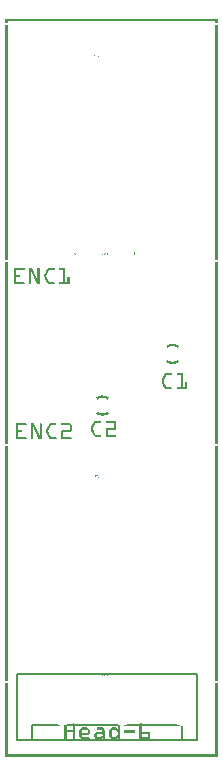
<source format=gto>
G04 MADE WITH FRITZING*
G04 WWW.FRITZING.ORG*
G04 DOUBLE SIDED*
G04 HOLES PLATED*
G04 CONTOUR ON CENTER OF CONTOUR VECTOR*
%ASAXBY*%
%FSLAX23Y23*%
%MOIN*%
%OFA0B0*%
%SFA1.0B1.0*%
%ADD10C,0.005000*%
%ADD11R,0.001000X0.001000*%
%LNSILK1*%
G90*
G70*
G54D10*
X40Y275D02*
X40Y55D01*
D02*
X640Y275D02*
X640Y55D01*
D02*
X640Y275D02*
X40Y275D01*
D02*
X640Y55D02*
X590Y55D01*
D02*
X590Y55D02*
X90Y55D01*
D02*
X90Y55D02*
X40Y55D01*
D02*
X90Y55D02*
X90Y105D01*
G36*
X291Y2348D02*
X276Y2348D01*
G37*
D02*
G36*
X386Y2348D02*
X371Y2348D01*
G37*
D02*
G36*
X291Y946D02*
X276Y946D01*
G37*
D02*
G36*
X386Y946D02*
X371Y946D01*
G37*
D02*
G54D11*
X0Y2461D02*
X707Y2461D01*
X0Y2460D02*
X707Y2460D01*
X0Y2459D02*
X707Y2459D01*
X0Y2458D02*
X707Y2458D01*
X0Y2457D02*
X707Y2457D01*
X0Y2456D02*
X707Y2456D01*
X0Y2455D02*
X707Y2455D01*
X0Y2454D02*
X707Y2454D01*
X0Y2453D02*
X7Y2453D01*
X700Y2453D02*
X707Y2453D01*
X0Y2452D02*
X7Y2452D01*
X700Y2452D02*
X707Y2452D01*
X0Y2451D02*
X7Y2451D01*
X700Y2451D02*
X707Y2451D01*
X0Y2450D02*
X7Y2450D01*
X700Y2450D02*
X707Y2450D01*
X0Y2449D02*
X7Y2449D01*
X700Y2449D02*
X707Y2449D01*
X0Y2448D02*
X7Y2448D01*
X700Y2448D02*
X707Y2448D01*
X0Y2447D02*
X7Y2447D01*
X700Y2447D02*
X707Y2447D01*
X0Y2439D02*
X7Y2439D01*
X700Y2439D02*
X707Y2439D01*
X0Y2438D02*
X7Y2438D01*
X700Y2438D02*
X707Y2438D01*
X0Y2437D02*
X7Y2437D01*
X700Y2437D02*
X707Y2437D01*
X0Y2436D02*
X7Y2436D01*
X700Y2436D02*
X707Y2436D01*
X0Y2435D02*
X7Y2435D01*
X700Y2435D02*
X707Y2435D01*
X0Y2434D02*
X7Y2434D01*
X700Y2434D02*
X707Y2434D01*
X0Y2433D02*
X7Y2433D01*
X700Y2433D02*
X707Y2433D01*
X0Y2432D02*
X7Y2432D01*
X700Y2432D02*
X707Y2432D01*
X0Y2431D02*
X7Y2431D01*
X700Y2431D02*
X707Y2431D01*
X0Y2430D02*
X7Y2430D01*
X700Y2430D02*
X707Y2430D01*
X0Y2429D02*
X7Y2429D01*
X700Y2429D02*
X707Y2429D01*
X0Y2428D02*
X7Y2428D01*
X700Y2428D02*
X707Y2428D01*
X0Y2427D02*
X7Y2427D01*
X700Y2427D02*
X707Y2427D01*
X0Y2426D02*
X7Y2426D01*
X700Y2426D02*
X707Y2426D01*
X0Y2425D02*
X7Y2425D01*
X700Y2425D02*
X707Y2425D01*
X0Y2424D02*
X7Y2424D01*
X700Y2424D02*
X707Y2424D01*
X0Y2423D02*
X7Y2423D01*
X700Y2423D02*
X707Y2423D01*
X0Y2422D02*
X7Y2422D01*
X700Y2422D02*
X707Y2422D01*
X0Y2421D02*
X7Y2421D01*
X700Y2421D02*
X707Y2421D01*
X0Y2420D02*
X7Y2420D01*
X700Y2420D02*
X707Y2420D01*
X0Y2419D02*
X7Y2419D01*
X700Y2419D02*
X707Y2419D01*
X0Y2418D02*
X7Y2418D01*
X700Y2418D02*
X707Y2418D01*
X0Y2417D02*
X7Y2417D01*
X700Y2417D02*
X707Y2417D01*
X0Y2416D02*
X7Y2416D01*
X700Y2416D02*
X707Y2416D01*
X0Y2415D02*
X7Y2415D01*
X700Y2415D02*
X707Y2415D01*
X0Y2414D02*
X7Y2414D01*
X700Y2414D02*
X707Y2414D01*
X0Y2413D02*
X7Y2413D01*
X700Y2413D02*
X707Y2413D01*
X0Y2412D02*
X7Y2412D01*
X700Y2412D02*
X707Y2412D01*
X0Y2411D02*
X7Y2411D01*
X700Y2411D02*
X707Y2411D01*
X0Y2410D02*
X7Y2410D01*
X700Y2410D02*
X707Y2410D01*
X0Y2409D02*
X7Y2409D01*
X700Y2409D02*
X707Y2409D01*
X0Y2408D02*
X7Y2408D01*
X700Y2408D02*
X707Y2408D01*
X0Y2407D02*
X7Y2407D01*
X700Y2407D02*
X707Y2407D01*
X0Y2406D02*
X7Y2406D01*
X700Y2406D02*
X707Y2406D01*
X0Y2405D02*
X7Y2405D01*
X700Y2405D02*
X707Y2405D01*
X0Y2404D02*
X7Y2404D01*
X700Y2404D02*
X707Y2404D01*
X0Y2403D02*
X7Y2403D01*
X700Y2403D02*
X707Y2403D01*
X0Y2402D02*
X7Y2402D01*
X700Y2402D02*
X707Y2402D01*
X0Y2401D02*
X7Y2401D01*
X700Y2401D02*
X707Y2401D01*
X0Y2400D02*
X7Y2400D01*
X700Y2400D02*
X707Y2400D01*
X0Y2399D02*
X7Y2399D01*
X700Y2399D02*
X707Y2399D01*
X0Y2398D02*
X7Y2398D01*
X700Y2398D02*
X707Y2398D01*
X0Y2397D02*
X7Y2397D01*
X700Y2397D02*
X707Y2397D01*
X0Y2396D02*
X7Y2396D01*
X700Y2396D02*
X707Y2396D01*
X0Y2395D02*
X7Y2395D01*
X700Y2395D02*
X707Y2395D01*
X0Y2394D02*
X7Y2394D01*
X700Y2394D02*
X707Y2394D01*
X0Y2393D02*
X7Y2393D01*
X700Y2393D02*
X707Y2393D01*
X0Y2392D02*
X7Y2392D01*
X700Y2392D02*
X707Y2392D01*
X0Y2391D02*
X7Y2391D01*
X700Y2391D02*
X707Y2391D01*
X0Y2390D02*
X7Y2390D01*
X700Y2390D02*
X707Y2390D01*
X0Y2389D02*
X7Y2389D01*
X700Y2389D02*
X707Y2389D01*
X0Y2388D02*
X7Y2388D01*
X700Y2388D02*
X707Y2388D01*
X0Y2387D02*
X7Y2387D01*
X700Y2387D02*
X707Y2387D01*
X0Y2386D02*
X7Y2386D01*
X700Y2386D02*
X707Y2386D01*
X0Y2385D02*
X7Y2385D01*
X700Y2385D02*
X707Y2385D01*
X0Y2384D02*
X7Y2384D01*
X700Y2384D02*
X707Y2384D01*
X0Y2383D02*
X7Y2383D01*
X700Y2383D02*
X707Y2383D01*
X0Y2382D02*
X7Y2382D01*
X700Y2382D02*
X707Y2382D01*
X0Y2381D02*
X7Y2381D01*
X700Y2381D02*
X707Y2381D01*
X0Y2380D02*
X7Y2380D01*
X700Y2380D02*
X707Y2380D01*
X0Y2379D02*
X7Y2379D01*
X700Y2379D02*
X707Y2379D01*
X0Y2378D02*
X7Y2378D01*
X700Y2378D02*
X707Y2378D01*
X0Y2377D02*
X7Y2377D01*
X700Y2377D02*
X707Y2377D01*
X0Y2376D02*
X7Y2376D01*
X700Y2376D02*
X707Y2376D01*
X0Y2375D02*
X7Y2375D01*
X700Y2375D02*
X707Y2375D01*
X0Y2374D02*
X7Y2374D01*
X700Y2374D02*
X707Y2374D01*
X0Y2373D02*
X7Y2373D01*
X700Y2373D02*
X707Y2373D01*
X0Y2372D02*
X7Y2372D01*
X700Y2372D02*
X707Y2372D01*
X0Y2371D02*
X7Y2371D01*
X700Y2371D02*
X707Y2371D01*
X0Y2370D02*
X7Y2370D01*
X700Y2370D02*
X707Y2370D01*
X0Y2369D02*
X7Y2369D01*
X700Y2369D02*
X707Y2369D01*
X0Y2368D02*
X7Y2368D01*
X700Y2368D02*
X707Y2368D01*
X0Y2367D02*
X7Y2367D01*
X700Y2367D02*
X707Y2367D01*
X0Y2366D02*
X7Y2366D01*
X700Y2366D02*
X707Y2366D01*
X0Y2365D02*
X7Y2365D01*
X700Y2365D02*
X707Y2365D01*
X0Y2364D02*
X7Y2364D01*
X700Y2364D02*
X707Y2364D01*
X0Y2363D02*
X7Y2363D01*
X700Y2363D02*
X707Y2363D01*
X0Y2362D02*
X7Y2362D01*
X700Y2362D02*
X707Y2362D01*
X0Y2361D02*
X7Y2361D01*
X700Y2361D02*
X707Y2361D01*
X0Y2360D02*
X7Y2360D01*
X700Y2360D02*
X707Y2360D01*
X0Y2359D02*
X7Y2359D01*
X700Y2359D02*
X707Y2359D01*
X0Y2358D02*
X7Y2358D01*
X700Y2358D02*
X707Y2358D01*
X0Y2357D02*
X7Y2357D01*
X700Y2357D02*
X707Y2357D01*
X0Y2356D02*
X7Y2356D01*
X700Y2356D02*
X707Y2356D01*
X0Y2355D02*
X7Y2355D01*
X700Y2355D02*
X707Y2355D01*
X0Y2354D02*
X7Y2354D01*
X700Y2354D02*
X707Y2354D01*
X0Y2353D02*
X7Y2353D01*
X700Y2353D02*
X707Y2353D01*
X0Y2352D02*
X7Y2352D01*
X700Y2352D02*
X707Y2352D01*
X0Y2351D02*
X7Y2351D01*
X700Y2351D02*
X707Y2351D01*
X0Y2350D02*
X7Y2350D01*
X700Y2350D02*
X707Y2350D01*
X0Y2349D02*
X7Y2349D01*
X700Y2349D02*
X707Y2349D01*
X0Y2348D02*
X7Y2348D01*
X700Y2348D02*
X707Y2348D01*
X0Y2347D02*
X7Y2347D01*
X700Y2347D02*
X707Y2347D01*
X0Y2346D02*
X7Y2346D01*
X700Y2346D02*
X707Y2346D01*
X0Y2345D02*
X7Y2345D01*
X700Y2345D02*
X707Y2345D01*
X0Y2344D02*
X7Y2344D01*
X700Y2344D02*
X707Y2344D01*
X0Y2343D02*
X7Y2343D01*
X700Y2343D02*
X707Y2343D01*
X0Y2342D02*
X7Y2342D01*
X700Y2342D02*
X707Y2342D01*
X0Y2341D02*
X7Y2341D01*
X700Y2341D02*
X707Y2341D01*
X0Y2340D02*
X7Y2340D01*
X298Y2340D02*
X301Y2340D01*
X303Y2340D02*
X303Y2340D01*
X307Y2340D02*
X308Y2340D01*
X311Y2340D02*
X311Y2340D01*
X700Y2340D02*
X707Y2340D01*
X0Y2339D02*
X7Y2339D01*
X297Y2339D02*
X297Y2339D01*
X304Y2339D02*
X304Y2339D01*
X307Y2339D02*
X308Y2339D01*
X311Y2339D02*
X311Y2339D01*
X700Y2339D02*
X707Y2339D01*
X0Y2338D02*
X7Y2338D01*
X297Y2338D02*
X298Y2338D01*
X304Y2338D02*
X304Y2338D01*
X308Y2338D02*
X308Y2338D01*
X311Y2338D02*
X311Y2338D01*
X700Y2338D02*
X707Y2338D01*
X0Y2337D02*
X7Y2337D01*
X298Y2337D02*
X300Y2337D01*
X304Y2337D02*
X304Y2337D01*
X306Y2337D02*
X306Y2337D01*
X308Y2337D02*
X308Y2337D01*
X311Y2337D02*
X311Y2337D01*
X700Y2337D02*
X707Y2337D01*
X0Y2336D02*
X7Y2336D01*
X301Y2336D02*
X301Y2336D01*
X304Y2336D02*
X304Y2336D01*
X306Y2336D02*
X306Y2336D01*
X309Y2336D02*
X310Y2336D01*
X700Y2336D02*
X707Y2336D01*
X0Y2335D02*
X7Y2335D01*
X301Y2335D02*
X301Y2335D01*
X305Y2335D02*
X306Y2335D01*
X309Y2335D02*
X310Y2335D01*
X700Y2335D02*
X707Y2335D01*
X0Y2334D02*
X7Y2334D01*
X297Y2334D02*
X298Y2334D01*
X300Y2334D02*
X301Y2334D01*
X305Y2334D02*
X306Y2334D01*
X309Y2334D02*
X310Y2334D01*
X700Y2334D02*
X707Y2334D01*
X0Y2333D02*
X7Y2333D01*
X700Y2333D02*
X707Y2333D01*
X0Y2332D02*
X7Y2332D01*
X700Y2332D02*
X707Y2332D01*
X0Y2331D02*
X7Y2331D01*
X700Y2331D02*
X707Y2331D01*
X0Y2330D02*
X7Y2330D01*
X700Y2330D02*
X707Y2330D01*
X0Y2329D02*
X7Y2329D01*
X700Y2329D02*
X707Y2329D01*
X0Y2328D02*
X7Y2328D01*
X700Y2328D02*
X707Y2328D01*
X0Y2327D02*
X7Y2327D01*
X700Y2327D02*
X707Y2327D01*
X0Y2326D02*
X7Y2326D01*
X700Y2326D02*
X707Y2326D01*
X0Y2325D02*
X7Y2325D01*
X700Y2325D02*
X707Y2325D01*
X0Y2324D02*
X7Y2324D01*
X700Y2324D02*
X707Y2324D01*
X0Y2323D02*
X7Y2323D01*
X700Y2323D02*
X707Y2323D01*
X0Y2322D02*
X7Y2322D01*
X700Y2322D02*
X707Y2322D01*
X0Y2321D02*
X7Y2321D01*
X700Y2321D02*
X707Y2321D01*
X0Y2320D02*
X7Y2320D01*
X700Y2320D02*
X707Y2320D01*
X0Y2319D02*
X7Y2319D01*
X700Y2319D02*
X707Y2319D01*
X0Y2318D02*
X7Y2318D01*
X700Y2318D02*
X707Y2318D01*
X0Y2317D02*
X7Y2317D01*
X700Y2317D02*
X707Y2317D01*
X0Y2316D02*
X7Y2316D01*
X700Y2316D02*
X707Y2316D01*
X0Y2315D02*
X7Y2315D01*
X700Y2315D02*
X707Y2315D01*
X0Y2314D02*
X7Y2314D01*
X700Y2314D02*
X707Y2314D01*
X0Y2313D02*
X7Y2313D01*
X700Y2313D02*
X707Y2313D01*
X0Y2312D02*
X7Y2312D01*
X700Y2312D02*
X707Y2312D01*
X0Y2311D02*
X7Y2311D01*
X700Y2311D02*
X707Y2311D01*
X0Y2310D02*
X7Y2310D01*
X700Y2310D02*
X707Y2310D01*
X0Y2309D02*
X7Y2309D01*
X700Y2309D02*
X707Y2309D01*
X0Y2308D02*
X7Y2308D01*
X700Y2308D02*
X707Y2308D01*
X0Y2307D02*
X7Y2307D01*
X700Y2307D02*
X707Y2307D01*
X0Y2306D02*
X7Y2306D01*
X700Y2306D02*
X707Y2306D01*
X0Y2305D02*
X7Y2305D01*
X700Y2305D02*
X707Y2305D01*
X0Y2304D02*
X7Y2304D01*
X700Y2304D02*
X707Y2304D01*
X0Y2303D02*
X7Y2303D01*
X700Y2303D02*
X707Y2303D01*
X0Y2302D02*
X7Y2302D01*
X700Y2302D02*
X707Y2302D01*
X0Y2301D02*
X7Y2301D01*
X700Y2301D02*
X707Y2301D01*
X0Y2300D02*
X7Y2300D01*
X700Y2300D02*
X707Y2300D01*
X0Y2299D02*
X7Y2299D01*
X700Y2299D02*
X707Y2299D01*
X0Y2298D02*
X7Y2298D01*
X700Y2298D02*
X707Y2298D01*
X0Y2297D02*
X7Y2297D01*
X700Y2297D02*
X707Y2297D01*
X0Y2296D02*
X7Y2296D01*
X700Y2296D02*
X707Y2296D01*
X0Y2295D02*
X7Y2295D01*
X700Y2295D02*
X707Y2295D01*
X0Y2294D02*
X7Y2294D01*
X700Y2294D02*
X707Y2294D01*
X0Y2293D02*
X7Y2293D01*
X700Y2293D02*
X707Y2293D01*
X0Y2292D02*
X7Y2292D01*
X700Y2292D02*
X707Y2292D01*
X0Y2291D02*
X7Y2291D01*
X700Y2291D02*
X707Y2291D01*
X0Y2290D02*
X7Y2290D01*
X700Y2290D02*
X707Y2290D01*
X0Y2289D02*
X7Y2289D01*
X700Y2289D02*
X707Y2289D01*
X0Y2288D02*
X7Y2288D01*
X700Y2288D02*
X707Y2288D01*
X0Y2287D02*
X7Y2287D01*
X700Y2287D02*
X707Y2287D01*
X0Y2286D02*
X7Y2286D01*
X700Y2286D02*
X707Y2286D01*
X0Y2285D02*
X7Y2285D01*
X700Y2285D02*
X707Y2285D01*
X0Y2284D02*
X7Y2284D01*
X700Y2284D02*
X707Y2284D01*
X0Y2283D02*
X7Y2283D01*
X700Y2283D02*
X707Y2283D01*
X0Y2282D02*
X7Y2282D01*
X700Y2282D02*
X707Y2282D01*
X0Y2281D02*
X7Y2281D01*
X700Y2281D02*
X707Y2281D01*
X0Y2280D02*
X7Y2280D01*
X700Y2280D02*
X707Y2280D01*
X0Y2279D02*
X7Y2279D01*
X700Y2279D02*
X707Y2279D01*
X0Y2278D02*
X7Y2278D01*
X700Y2278D02*
X707Y2278D01*
X0Y2277D02*
X7Y2277D01*
X700Y2277D02*
X707Y2277D01*
X0Y2276D02*
X7Y2276D01*
X700Y2276D02*
X707Y2276D01*
X0Y2275D02*
X7Y2275D01*
X700Y2275D02*
X707Y2275D01*
X0Y2274D02*
X7Y2274D01*
X700Y2274D02*
X707Y2274D01*
X0Y2273D02*
X7Y2273D01*
X700Y2273D02*
X707Y2273D01*
X0Y2272D02*
X7Y2272D01*
X700Y2272D02*
X707Y2272D01*
X0Y2271D02*
X7Y2271D01*
X700Y2271D02*
X707Y2271D01*
X0Y2270D02*
X7Y2270D01*
X700Y2270D02*
X707Y2270D01*
X0Y2269D02*
X7Y2269D01*
X700Y2269D02*
X707Y2269D01*
X0Y2268D02*
X7Y2268D01*
X700Y2268D02*
X707Y2268D01*
X0Y2267D02*
X7Y2267D01*
X700Y2267D02*
X707Y2267D01*
X0Y2266D02*
X7Y2266D01*
X700Y2266D02*
X707Y2266D01*
X0Y2265D02*
X7Y2265D01*
X700Y2265D02*
X707Y2265D01*
X0Y2264D02*
X7Y2264D01*
X700Y2264D02*
X707Y2264D01*
X0Y2263D02*
X7Y2263D01*
X700Y2263D02*
X707Y2263D01*
X0Y2262D02*
X7Y2262D01*
X700Y2262D02*
X707Y2262D01*
X0Y2261D02*
X7Y2261D01*
X700Y2261D02*
X707Y2261D01*
X0Y2260D02*
X7Y2260D01*
X700Y2260D02*
X707Y2260D01*
X0Y2259D02*
X7Y2259D01*
X700Y2259D02*
X707Y2259D01*
X0Y2258D02*
X7Y2258D01*
X700Y2258D02*
X707Y2258D01*
X0Y2257D02*
X7Y2257D01*
X700Y2257D02*
X707Y2257D01*
X0Y2256D02*
X7Y2256D01*
X700Y2256D02*
X707Y2256D01*
X0Y2255D02*
X7Y2255D01*
X700Y2255D02*
X707Y2255D01*
X0Y2254D02*
X7Y2254D01*
X700Y2254D02*
X707Y2254D01*
X0Y2253D02*
X7Y2253D01*
X700Y2253D02*
X707Y2253D01*
X0Y2252D02*
X7Y2252D01*
X700Y2252D02*
X707Y2252D01*
X0Y2251D02*
X7Y2251D01*
X700Y2251D02*
X707Y2251D01*
X0Y2250D02*
X7Y2250D01*
X700Y2250D02*
X707Y2250D01*
X0Y2249D02*
X7Y2249D01*
X700Y2249D02*
X707Y2249D01*
X0Y2248D02*
X7Y2248D01*
X700Y2248D02*
X707Y2248D01*
X0Y2247D02*
X7Y2247D01*
X700Y2247D02*
X707Y2247D01*
X0Y2246D02*
X7Y2246D01*
X700Y2246D02*
X707Y2246D01*
X0Y2245D02*
X7Y2245D01*
X700Y2245D02*
X707Y2245D01*
X0Y2244D02*
X7Y2244D01*
X700Y2244D02*
X707Y2244D01*
X0Y2243D02*
X7Y2243D01*
X700Y2243D02*
X707Y2243D01*
X0Y2242D02*
X7Y2242D01*
X700Y2242D02*
X707Y2242D01*
X0Y2241D02*
X7Y2241D01*
X700Y2241D02*
X707Y2241D01*
X0Y2240D02*
X7Y2240D01*
X700Y2240D02*
X707Y2240D01*
X0Y2239D02*
X7Y2239D01*
X700Y2239D02*
X707Y2239D01*
X0Y2238D02*
X7Y2238D01*
X700Y2238D02*
X707Y2238D01*
X0Y2237D02*
X7Y2237D01*
X700Y2237D02*
X707Y2237D01*
X0Y2236D02*
X7Y2236D01*
X700Y2236D02*
X707Y2236D01*
X0Y2235D02*
X7Y2235D01*
X700Y2235D02*
X707Y2235D01*
X0Y2234D02*
X7Y2234D01*
X700Y2234D02*
X707Y2234D01*
X0Y2233D02*
X7Y2233D01*
X700Y2233D02*
X707Y2233D01*
X0Y2232D02*
X7Y2232D01*
X700Y2232D02*
X707Y2232D01*
X0Y2231D02*
X7Y2231D01*
X700Y2231D02*
X707Y2231D01*
X0Y2230D02*
X7Y2230D01*
X700Y2230D02*
X707Y2230D01*
X0Y2229D02*
X7Y2229D01*
X700Y2229D02*
X707Y2229D01*
X0Y2228D02*
X7Y2228D01*
X700Y2228D02*
X707Y2228D01*
X0Y2227D02*
X7Y2227D01*
X700Y2227D02*
X707Y2227D01*
X0Y2226D02*
X7Y2226D01*
X700Y2226D02*
X707Y2226D01*
X0Y2225D02*
X7Y2225D01*
X700Y2225D02*
X707Y2225D01*
X0Y2224D02*
X7Y2224D01*
X700Y2224D02*
X707Y2224D01*
X0Y2223D02*
X7Y2223D01*
X700Y2223D02*
X707Y2223D01*
X0Y2222D02*
X7Y2222D01*
X700Y2222D02*
X707Y2222D01*
X0Y2221D02*
X7Y2221D01*
X700Y2221D02*
X707Y2221D01*
X0Y2220D02*
X7Y2220D01*
X700Y2220D02*
X707Y2220D01*
X0Y2219D02*
X7Y2219D01*
X700Y2219D02*
X707Y2219D01*
X0Y2218D02*
X7Y2218D01*
X700Y2218D02*
X707Y2218D01*
X0Y2217D02*
X7Y2217D01*
X700Y2217D02*
X707Y2217D01*
X0Y2216D02*
X7Y2216D01*
X700Y2216D02*
X707Y2216D01*
X0Y2215D02*
X7Y2215D01*
X700Y2215D02*
X707Y2215D01*
X0Y2214D02*
X7Y2214D01*
X700Y2214D02*
X707Y2214D01*
X0Y2213D02*
X7Y2213D01*
X700Y2213D02*
X707Y2213D01*
X0Y2212D02*
X7Y2212D01*
X700Y2212D02*
X707Y2212D01*
X0Y2211D02*
X7Y2211D01*
X700Y2211D02*
X707Y2211D01*
X0Y2210D02*
X7Y2210D01*
X700Y2210D02*
X707Y2210D01*
X0Y2209D02*
X7Y2209D01*
X700Y2209D02*
X707Y2209D01*
X0Y2208D02*
X7Y2208D01*
X700Y2208D02*
X707Y2208D01*
X0Y2207D02*
X7Y2207D01*
X700Y2207D02*
X707Y2207D01*
X0Y2206D02*
X7Y2206D01*
X700Y2206D02*
X707Y2206D01*
X0Y2205D02*
X7Y2205D01*
X700Y2205D02*
X707Y2205D01*
X0Y2204D02*
X7Y2204D01*
X700Y2204D02*
X707Y2204D01*
X0Y2203D02*
X7Y2203D01*
X700Y2203D02*
X707Y2203D01*
X0Y2202D02*
X7Y2202D01*
X700Y2202D02*
X707Y2202D01*
X0Y2201D02*
X7Y2201D01*
X700Y2201D02*
X707Y2201D01*
X0Y2200D02*
X7Y2200D01*
X700Y2200D02*
X707Y2200D01*
X0Y2199D02*
X7Y2199D01*
X700Y2199D02*
X707Y2199D01*
X0Y2198D02*
X7Y2198D01*
X700Y2198D02*
X707Y2198D01*
X0Y2197D02*
X7Y2197D01*
X700Y2197D02*
X707Y2197D01*
X0Y2196D02*
X7Y2196D01*
X700Y2196D02*
X707Y2196D01*
X0Y2195D02*
X7Y2195D01*
X700Y2195D02*
X707Y2195D01*
X0Y2194D02*
X7Y2194D01*
X700Y2194D02*
X707Y2194D01*
X0Y2193D02*
X7Y2193D01*
X700Y2193D02*
X707Y2193D01*
X0Y2192D02*
X7Y2192D01*
X700Y2192D02*
X707Y2192D01*
X0Y2191D02*
X7Y2191D01*
X700Y2191D02*
X707Y2191D01*
X0Y2190D02*
X7Y2190D01*
X700Y2190D02*
X707Y2190D01*
X0Y2189D02*
X7Y2189D01*
X700Y2189D02*
X707Y2189D01*
X0Y2188D02*
X7Y2188D01*
X700Y2188D02*
X707Y2188D01*
X0Y2187D02*
X7Y2187D01*
X700Y2187D02*
X707Y2187D01*
X0Y2186D02*
X7Y2186D01*
X700Y2186D02*
X707Y2186D01*
X0Y2185D02*
X7Y2185D01*
X700Y2185D02*
X707Y2185D01*
X0Y2184D02*
X7Y2184D01*
X700Y2184D02*
X707Y2184D01*
X0Y2183D02*
X7Y2183D01*
X700Y2183D02*
X707Y2183D01*
X0Y2182D02*
X7Y2182D01*
X700Y2182D02*
X707Y2182D01*
X0Y2181D02*
X7Y2181D01*
X700Y2181D02*
X707Y2181D01*
X0Y2180D02*
X7Y2180D01*
X700Y2180D02*
X707Y2180D01*
X0Y2179D02*
X7Y2179D01*
X700Y2179D02*
X707Y2179D01*
X0Y2178D02*
X7Y2178D01*
X700Y2178D02*
X707Y2178D01*
X0Y2177D02*
X7Y2177D01*
X700Y2177D02*
X707Y2177D01*
X0Y2176D02*
X7Y2176D01*
X700Y2176D02*
X707Y2176D01*
X0Y2175D02*
X7Y2175D01*
X700Y2175D02*
X707Y2175D01*
X0Y2174D02*
X7Y2174D01*
X700Y2174D02*
X707Y2174D01*
X0Y2173D02*
X7Y2173D01*
X700Y2173D02*
X707Y2173D01*
X0Y2172D02*
X7Y2172D01*
X700Y2172D02*
X707Y2172D01*
X0Y2171D02*
X7Y2171D01*
X700Y2171D02*
X707Y2171D01*
X0Y2170D02*
X7Y2170D01*
X700Y2170D02*
X707Y2170D01*
X0Y2169D02*
X7Y2169D01*
X700Y2169D02*
X707Y2169D01*
X0Y2168D02*
X7Y2168D01*
X700Y2168D02*
X707Y2168D01*
X0Y2167D02*
X7Y2167D01*
X700Y2167D02*
X707Y2167D01*
X0Y2166D02*
X7Y2166D01*
X700Y2166D02*
X707Y2166D01*
X0Y2165D02*
X7Y2165D01*
X700Y2165D02*
X707Y2165D01*
X0Y2164D02*
X7Y2164D01*
X700Y2164D02*
X707Y2164D01*
X0Y2163D02*
X7Y2163D01*
X700Y2163D02*
X707Y2163D01*
X0Y2162D02*
X7Y2162D01*
X700Y2162D02*
X707Y2162D01*
X0Y2161D02*
X7Y2161D01*
X700Y2161D02*
X707Y2161D01*
X0Y2160D02*
X7Y2160D01*
X700Y2160D02*
X707Y2160D01*
X0Y2159D02*
X7Y2159D01*
X700Y2159D02*
X707Y2159D01*
X0Y2158D02*
X7Y2158D01*
X700Y2158D02*
X707Y2158D01*
X0Y2157D02*
X7Y2157D01*
X700Y2157D02*
X707Y2157D01*
X0Y2156D02*
X7Y2156D01*
X700Y2156D02*
X707Y2156D01*
X0Y2155D02*
X7Y2155D01*
X700Y2155D02*
X707Y2155D01*
X0Y2154D02*
X7Y2154D01*
X700Y2154D02*
X707Y2154D01*
X0Y2153D02*
X7Y2153D01*
X700Y2153D02*
X707Y2153D01*
X0Y2152D02*
X7Y2152D01*
X700Y2152D02*
X707Y2152D01*
X0Y2151D02*
X7Y2151D01*
X700Y2151D02*
X707Y2151D01*
X0Y2150D02*
X7Y2150D01*
X700Y2150D02*
X707Y2150D01*
X0Y2149D02*
X7Y2149D01*
X700Y2149D02*
X707Y2149D01*
X0Y2148D02*
X7Y2148D01*
X700Y2148D02*
X707Y2148D01*
X0Y2147D02*
X7Y2147D01*
X700Y2147D02*
X707Y2147D01*
X0Y2146D02*
X7Y2146D01*
X700Y2146D02*
X707Y2146D01*
X0Y2145D02*
X7Y2145D01*
X700Y2145D02*
X707Y2145D01*
X0Y2144D02*
X7Y2144D01*
X700Y2144D02*
X707Y2144D01*
X0Y2143D02*
X7Y2143D01*
X700Y2143D02*
X707Y2143D01*
X0Y2142D02*
X7Y2142D01*
X700Y2142D02*
X707Y2142D01*
X0Y2141D02*
X7Y2141D01*
X700Y2141D02*
X707Y2141D01*
X0Y2140D02*
X7Y2140D01*
X700Y2140D02*
X707Y2140D01*
X0Y2139D02*
X7Y2139D01*
X700Y2139D02*
X707Y2139D01*
X0Y2138D02*
X7Y2138D01*
X700Y2138D02*
X707Y2138D01*
X0Y2137D02*
X7Y2137D01*
X700Y2137D02*
X707Y2137D01*
X0Y2136D02*
X7Y2136D01*
X700Y2136D02*
X707Y2136D01*
X0Y2135D02*
X7Y2135D01*
X700Y2135D02*
X707Y2135D01*
X0Y2134D02*
X7Y2134D01*
X700Y2134D02*
X707Y2134D01*
X0Y2133D02*
X7Y2133D01*
X700Y2133D02*
X707Y2133D01*
X0Y2132D02*
X7Y2132D01*
X700Y2132D02*
X707Y2132D01*
X0Y2131D02*
X7Y2131D01*
X700Y2131D02*
X707Y2131D01*
X0Y2130D02*
X7Y2130D01*
X700Y2130D02*
X707Y2130D01*
X0Y2129D02*
X7Y2129D01*
X700Y2129D02*
X707Y2129D01*
X0Y2128D02*
X7Y2128D01*
X700Y2128D02*
X707Y2128D01*
X0Y2127D02*
X7Y2127D01*
X700Y2127D02*
X707Y2127D01*
X0Y2126D02*
X7Y2126D01*
X700Y2126D02*
X707Y2126D01*
X0Y2125D02*
X7Y2125D01*
X700Y2125D02*
X707Y2125D01*
X0Y2124D02*
X7Y2124D01*
X700Y2124D02*
X707Y2124D01*
X0Y2123D02*
X7Y2123D01*
X700Y2123D02*
X707Y2123D01*
X0Y2122D02*
X7Y2122D01*
X700Y2122D02*
X707Y2122D01*
X0Y2121D02*
X7Y2121D01*
X700Y2121D02*
X707Y2121D01*
X0Y2120D02*
X7Y2120D01*
X700Y2120D02*
X707Y2120D01*
X0Y2119D02*
X7Y2119D01*
X700Y2119D02*
X707Y2119D01*
X0Y2118D02*
X7Y2118D01*
X700Y2118D02*
X707Y2118D01*
X0Y2117D02*
X7Y2117D01*
X700Y2117D02*
X707Y2117D01*
X0Y2116D02*
X7Y2116D01*
X700Y2116D02*
X707Y2116D01*
X0Y2115D02*
X7Y2115D01*
X700Y2115D02*
X707Y2115D01*
X0Y2114D02*
X7Y2114D01*
X700Y2114D02*
X707Y2114D01*
X0Y2113D02*
X7Y2113D01*
X700Y2113D02*
X707Y2113D01*
X0Y2112D02*
X7Y2112D01*
X700Y2112D02*
X707Y2112D01*
X0Y2111D02*
X7Y2111D01*
X700Y2111D02*
X707Y2111D01*
X0Y2110D02*
X7Y2110D01*
X700Y2110D02*
X707Y2110D01*
X0Y2109D02*
X7Y2109D01*
X700Y2109D02*
X707Y2109D01*
X0Y2108D02*
X7Y2108D01*
X700Y2108D02*
X707Y2108D01*
X0Y2107D02*
X7Y2107D01*
X700Y2107D02*
X707Y2107D01*
X0Y2106D02*
X7Y2106D01*
X700Y2106D02*
X707Y2106D01*
X0Y2105D02*
X7Y2105D01*
X700Y2105D02*
X707Y2105D01*
X0Y2104D02*
X7Y2104D01*
X700Y2104D02*
X707Y2104D01*
X0Y2103D02*
X7Y2103D01*
X700Y2103D02*
X707Y2103D01*
X0Y2102D02*
X7Y2102D01*
X700Y2102D02*
X707Y2102D01*
X0Y2101D02*
X7Y2101D01*
X700Y2101D02*
X707Y2101D01*
X0Y2100D02*
X7Y2100D01*
X700Y2100D02*
X707Y2100D01*
X0Y2099D02*
X7Y2099D01*
X700Y2099D02*
X707Y2099D01*
X0Y2098D02*
X7Y2098D01*
X700Y2098D02*
X707Y2098D01*
X0Y2097D02*
X7Y2097D01*
X700Y2097D02*
X707Y2097D01*
X0Y2096D02*
X7Y2096D01*
X700Y2096D02*
X707Y2096D01*
X0Y2095D02*
X7Y2095D01*
X700Y2095D02*
X707Y2095D01*
X0Y2094D02*
X7Y2094D01*
X700Y2094D02*
X707Y2094D01*
X0Y2093D02*
X7Y2093D01*
X700Y2093D02*
X707Y2093D01*
X0Y2092D02*
X7Y2092D01*
X700Y2092D02*
X707Y2092D01*
X0Y2091D02*
X7Y2091D01*
X700Y2091D02*
X707Y2091D01*
X0Y2090D02*
X7Y2090D01*
X700Y2090D02*
X707Y2090D01*
X0Y2089D02*
X7Y2089D01*
X700Y2089D02*
X707Y2089D01*
X0Y2088D02*
X7Y2088D01*
X700Y2088D02*
X707Y2088D01*
X0Y2087D02*
X7Y2087D01*
X700Y2087D02*
X707Y2087D01*
X0Y2086D02*
X7Y2086D01*
X700Y2086D02*
X707Y2086D01*
X0Y2085D02*
X7Y2085D01*
X700Y2085D02*
X707Y2085D01*
X0Y2084D02*
X7Y2084D01*
X700Y2084D02*
X707Y2084D01*
X0Y2083D02*
X7Y2083D01*
X700Y2083D02*
X707Y2083D01*
X0Y2082D02*
X7Y2082D01*
X700Y2082D02*
X707Y2082D01*
X0Y2081D02*
X7Y2081D01*
X700Y2081D02*
X707Y2081D01*
X0Y2080D02*
X7Y2080D01*
X700Y2080D02*
X707Y2080D01*
X0Y2079D02*
X7Y2079D01*
X700Y2079D02*
X707Y2079D01*
X0Y2078D02*
X7Y2078D01*
X700Y2078D02*
X707Y2078D01*
X0Y2077D02*
X7Y2077D01*
X700Y2077D02*
X707Y2077D01*
X0Y2076D02*
X7Y2076D01*
X700Y2076D02*
X707Y2076D01*
X0Y2075D02*
X7Y2075D01*
X700Y2075D02*
X707Y2075D01*
X0Y2074D02*
X7Y2074D01*
X700Y2074D02*
X707Y2074D01*
X0Y2073D02*
X7Y2073D01*
X700Y2073D02*
X707Y2073D01*
X0Y2072D02*
X7Y2072D01*
X700Y2072D02*
X707Y2072D01*
X0Y2071D02*
X7Y2071D01*
X700Y2071D02*
X707Y2071D01*
X0Y2070D02*
X7Y2070D01*
X700Y2070D02*
X707Y2070D01*
X0Y2069D02*
X7Y2069D01*
X700Y2069D02*
X707Y2069D01*
X0Y2068D02*
X7Y2068D01*
X700Y2068D02*
X707Y2068D01*
X0Y2067D02*
X7Y2067D01*
X700Y2067D02*
X707Y2067D01*
X0Y2066D02*
X7Y2066D01*
X700Y2066D02*
X707Y2066D01*
X0Y2065D02*
X7Y2065D01*
X700Y2065D02*
X707Y2065D01*
X0Y2064D02*
X7Y2064D01*
X700Y2064D02*
X707Y2064D01*
X0Y2063D02*
X7Y2063D01*
X700Y2063D02*
X707Y2063D01*
X0Y2062D02*
X7Y2062D01*
X700Y2062D02*
X707Y2062D01*
X0Y2061D02*
X7Y2061D01*
X700Y2061D02*
X707Y2061D01*
X0Y2060D02*
X7Y2060D01*
X700Y2060D02*
X707Y2060D01*
X0Y2059D02*
X7Y2059D01*
X700Y2059D02*
X707Y2059D01*
X0Y2058D02*
X7Y2058D01*
X700Y2058D02*
X707Y2058D01*
X0Y2057D02*
X7Y2057D01*
X700Y2057D02*
X707Y2057D01*
X0Y2056D02*
X7Y2056D01*
X700Y2056D02*
X707Y2056D01*
X0Y2055D02*
X7Y2055D01*
X700Y2055D02*
X707Y2055D01*
X0Y2054D02*
X7Y2054D01*
X700Y2054D02*
X707Y2054D01*
X0Y2053D02*
X7Y2053D01*
X700Y2053D02*
X707Y2053D01*
X0Y2052D02*
X7Y2052D01*
X700Y2052D02*
X707Y2052D01*
X0Y2051D02*
X7Y2051D01*
X700Y2051D02*
X707Y2051D01*
X0Y2050D02*
X7Y2050D01*
X700Y2050D02*
X707Y2050D01*
X0Y2049D02*
X7Y2049D01*
X700Y2049D02*
X707Y2049D01*
X0Y2048D02*
X7Y2048D01*
X700Y2048D02*
X707Y2048D01*
X0Y2047D02*
X7Y2047D01*
X700Y2047D02*
X707Y2047D01*
X0Y2046D02*
X7Y2046D01*
X700Y2046D02*
X707Y2046D01*
X0Y2045D02*
X7Y2045D01*
X700Y2045D02*
X707Y2045D01*
X0Y2044D02*
X7Y2044D01*
X700Y2044D02*
X707Y2044D01*
X0Y2043D02*
X7Y2043D01*
X700Y2043D02*
X707Y2043D01*
X0Y2042D02*
X7Y2042D01*
X700Y2042D02*
X707Y2042D01*
X0Y2041D02*
X7Y2041D01*
X700Y2041D02*
X707Y2041D01*
X0Y2040D02*
X7Y2040D01*
X700Y2040D02*
X707Y2040D01*
X0Y2039D02*
X7Y2039D01*
X700Y2039D02*
X707Y2039D01*
X0Y2038D02*
X7Y2038D01*
X700Y2038D02*
X707Y2038D01*
X0Y2037D02*
X7Y2037D01*
X700Y2037D02*
X707Y2037D01*
X0Y2036D02*
X7Y2036D01*
X700Y2036D02*
X707Y2036D01*
X0Y2035D02*
X7Y2035D01*
X700Y2035D02*
X707Y2035D01*
X0Y2034D02*
X7Y2034D01*
X700Y2034D02*
X707Y2034D01*
X0Y2033D02*
X7Y2033D01*
X700Y2033D02*
X707Y2033D01*
X0Y2032D02*
X7Y2032D01*
X700Y2032D02*
X707Y2032D01*
X0Y2031D02*
X7Y2031D01*
X700Y2031D02*
X707Y2031D01*
X0Y2030D02*
X7Y2030D01*
X700Y2030D02*
X707Y2030D01*
X0Y2029D02*
X7Y2029D01*
X700Y2029D02*
X707Y2029D01*
X0Y2028D02*
X7Y2028D01*
X700Y2028D02*
X707Y2028D01*
X0Y2027D02*
X7Y2027D01*
X700Y2027D02*
X707Y2027D01*
X0Y2026D02*
X7Y2026D01*
X700Y2026D02*
X707Y2026D01*
X0Y2025D02*
X7Y2025D01*
X700Y2025D02*
X707Y2025D01*
X0Y2024D02*
X7Y2024D01*
X700Y2024D02*
X707Y2024D01*
X0Y2023D02*
X7Y2023D01*
X700Y2023D02*
X707Y2023D01*
X0Y2022D02*
X7Y2022D01*
X700Y2022D02*
X707Y2022D01*
X0Y2021D02*
X7Y2021D01*
X700Y2021D02*
X707Y2021D01*
X0Y2020D02*
X7Y2020D01*
X700Y2020D02*
X707Y2020D01*
X0Y2019D02*
X7Y2019D01*
X700Y2019D02*
X707Y2019D01*
X0Y2018D02*
X7Y2018D01*
X700Y2018D02*
X707Y2018D01*
X0Y2017D02*
X7Y2017D01*
X700Y2017D02*
X707Y2017D01*
X0Y2016D02*
X7Y2016D01*
X700Y2016D02*
X707Y2016D01*
X0Y2015D02*
X7Y2015D01*
X700Y2015D02*
X707Y2015D01*
X0Y2014D02*
X7Y2014D01*
X700Y2014D02*
X707Y2014D01*
X0Y2013D02*
X7Y2013D01*
X700Y2013D02*
X707Y2013D01*
X0Y2012D02*
X7Y2012D01*
X700Y2012D02*
X707Y2012D01*
X0Y2011D02*
X7Y2011D01*
X700Y2011D02*
X707Y2011D01*
X0Y2010D02*
X7Y2010D01*
X700Y2010D02*
X707Y2010D01*
X0Y2009D02*
X7Y2009D01*
X700Y2009D02*
X707Y2009D01*
X0Y2008D02*
X7Y2008D01*
X700Y2008D02*
X707Y2008D01*
X0Y2007D02*
X7Y2007D01*
X700Y2007D02*
X707Y2007D01*
X0Y2006D02*
X7Y2006D01*
X700Y2006D02*
X707Y2006D01*
X0Y2005D02*
X7Y2005D01*
X700Y2005D02*
X707Y2005D01*
X0Y2004D02*
X7Y2004D01*
X700Y2004D02*
X707Y2004D01*
X0Y2003D02*
X7Y2003D01*
X700Y2003D02*
X707Y2003D01*
X0Y2002D02*
X7Y2002D01*
X700Y2002D02*
X707Y2002D01*
X0Y2001D02*
X7Y2001D01*
X700Y2001D02*
X707Y2001D01*
X0Y2000D02*
X7Y2000D01*
X700Y2000D02*
X707Y2000D01*
X0Y1999D02*
X7Y1999D01*
X700Y1999D02*
X707Y1999D01*
X0Y1998D02*
X7Y1998D01*
X700Y1998D02*
X707Y1998D01*
X0Y1997D02*
X7Y1997D01*
X700Y1997D02*
X707Y1997D01*
X0Y1996D02*
X7Y1996D01*
X700Y1996D02*
X707Y1996D01*
X0Y1995D02*
X7Y1995D01*
X700Y1995D02*
X707Y1995D01*
X0Y1994D02*
X7Y1994D01*
X700Y1994D02*
X707Y1994D01*
X0Y1993D02*
X7Y1993D01*
X700Y1993D02*
X707Y1993D01*
X0Y1992D02*
X7Y1992D01*
X700Y1992D02*
X707Y1992D01*
X0Y1991D02*
X7Y1991D01*
X700Y1991D02*
X707Y1991D01*
X0Y1990D02*
X7Y1990D01*
X700Y1990D02*
X707Y1990D01*
X0Y1989D02*
X7Y1989D01*
X700Y1989D02*
X707Y1989D01*
X0Y1988D02*
X7Y1988D01*
X700Y1988D02*
X707Y1988D01*
X0Y1987D02*
X7Y1987D01*
X700Y1987D02*
X707Y1987D01*
X0Y1986D02*
X7Y1986D01*
X700Y1986D02*
X707Y1986D01*
X0Y1985D02*
X7Y1985D01*
X700Y1985D02*
X707Y1985D01*
X0Y1984D02*
X7Y1984D01*
X700Y1984D02*
X707Y1984D01*
X0Y1983D02*
X7Y1983D01*
X700Y1983D02*
X707Y1983D01*
X0Y1982D02*
X7Y1982D01*
X700Y1982D02*
X707Y1982D01*
X0Y1981D02*
X7Y1981D01*
X700Y1981D02*
X707Y1981D01*
X0Y1980D02*
X7Y1980D01*
X700Y1980D02*
X707Y1980D01*
X0Y1979D02*
X7Y1979D01*
X700Y1979D02*
X707Y1979D01*
X0Y1978D02*
X7Y1978D01*
X700Y1978D02*
X707Y1978D01*
X0Y1977D02*
X7Y1977D01*
X700Y1977D02*
X707Y1977D01*
X0Y1976D02*
X7Y1976D01*
X700Y1976D02*
X707Y1976D01*
X0Y1975D02*
X7Y1975D01*
X700Y1975D02*
X707Y1975D01*
X0Y1974D02*
X7Y1974D01*
X700Y1974D02*
X707Y1974D01*
X0Y1973D02*
X7Y1973D01*
X700Y1973D02*
X707Y1973D01*
X0Y1972D02*
X7Y1972D01*
X700Y1972D02*
X707Y1972D01*
X0Y1971D02*
X7Y1971D01*
X700Y1971D02*
X707Y1971D01*
X0Y1970D02*
X7Y1970D01*
X700Y1970D02*
X707Y1970D01*
X0Y1969D02*
X7Y1969D01*
X700Y1969D02*
X707Y1969D01*
X0Y1968D02*
X7Y1968D01*
X700Y1968D02*
X707Y1968D01*
X0Y1967D02*
X7Y1967D01*
X700Y1967D02*
X707Y1967D01*
X0Y1966D02*
X7Y1966D01*
X700Y1966D02*
X707Y1966D01*
X0Y1965D02*
X7Y1965D01*
X700Y1965D02*
X707Y1965D01*
X0Y1964D02*
X7Y1964D01*
X700Y1964D02*
X707Y1964D01*
X0Y1963D02*
X7Y1963D01*
X700Y1963D02*
X707Y1963D01*
X0Y1962D02*
X7Y1962D01*
X700Y1962D02*
X707Y1962D01*
X0Y1961D02*
X7Y1961D01*
X700Y1961D02*
X707Y1961D01*
X0Y1960D02*
X7Y1960D01*
X700Y1960D02*
X707Y1960D01*
X0Y1959D02*
X7Y1959D01*
X700Y1959D02*
X707Y1959D01*
X0Y1958D02*
X7Y1958D01*
X700Y1958D02*
X707Y1958D01*
X0Y1957D02*
X7Y1957D01*
X700Y1957D02*
X707Y1957D01*
X0Y1956D02*
X7Y1956D01*
X700Y1956D02*
X707Y1956D01*
X0Y1955D02*
X7Y1955D01*
X700Y1955D02*
X707Y1955D01*
X0Y1954D02*
X7Y1954D01*
X700Y1954D02*
X707Y1954D01*
X0Y1953D02*
X7Y1953D01*
X700Y1953D02*
X707Y1953D01*
X0Y1952D02*
X7Y1952D01*
X700Y1952D02*
X707Y1952D01*
X0Y1951D02*
X7Y1951D01*
X700Y1951D02*
X707Y1951D01*
X0Y1950D02*
X7Y1950D01*
X700Y1950D02*
X707Y1950D01*
X0Y1949D02*
X7Y1949D01*
X700Y1949D02*
X707Y1949D01*
X0Y1948D02*
X7Y1948D01*
X700Y1948D02*
X707Y1948D01*
X0Y1947D02*
X7Y1947D01*
X700Y1947D02*
X707Y1947D01*
X0Y1946D02*
X7Y1946D01*
X700Y1946D02*
X707Y1946D01*
X0Y1945D02*
X7Y1945D01*
X700Y1945D02*
X707Y1945D01*
X0Y1944D02*
X7Y1944D01*
X700Y1944D02*
X707Y1944D01*
X0Y1943D02*
X7Y1943D01*
X700Y1943D02*
X707Y1943D01*
X0Y1942D02*
X7Y1942D01*
X700Y1942D02*
X707Y1942D01*
X0Y1941D02*
X7Y1941D01*
X700Y1941D02*
X707Y1941D01*
X0Y1940D02*
X7Y1940D01*
X700Y1940D02*
X707Y1940D01*
X0Y1939D02*
X7Y1939D01*
X700Y1939D02*
X707Y1939D01*
X0Y1938D02*
X7Y1938D01*
X700Y1938D02*
X707Y1938D01*
X0Y1937D02*
X7Y1937D01*
X700Y1937D02*
X707Y1937D01*
X0Y1936D02*
X7Y1936D01*
X700Y1936D02*
X707Y1936D01*
X0Y1935D02*
X7Y1935D01*
X700Y1935D02*
X707Y1935D01*
X0Y1934D02*
X7Y1934D01*
X700Y1934D02*
X707Y1934D01*
X0Y1933D02*
X7Y1933D01*
X700Y1933D02*
X707Y1933D01*
X0Y1932D02*
X7Y1932D01*
X700Y1932D02*
X707Y1932D01*
X0Y1931D02*
X7Y1931D01*
X700Y1931D02*
X707Y1931D01*
X0Y1930D02*
X7Y1930D01*
X700Y1930D02*
X707Y1930D01*
X0Y1929D02*
X7Y1929D01*
X700Y1929D02*
X707Y1929D01*
X0Y1928D02*
X7Y1928D01*
X700Y1928D02*
X707Y1928D01*
X0Y1927D02*
X7Y1927D01*
X700Y1927D02*
X707Y1927D01*
X0Y1926D02*
X7Y1926D01*
X700Y1926D02*
X707Y1926D01*
X0Y1925D02*
X7Y1925D01*
X700Y1925D02*
X707Y1925D01*
X0Y1924D02*
X7Y1924D01*
X700Y1924D02*
X707Y1924D01*
X0Y1923D02*
X7Y1923D01*
X700Y1923D02*
X707Y1923D01*
X0Y1922D02*
X7Y1922D01*
X700Y1922D02*
X707Y1922D01*
X0Y1921D02*
X7Y1921D01*
X700Y1921D02*
X707Y1921D01*
X0Y1920D02*
X7Y1920D01*
X700Y1920D02*
X707Y1920D01*
X0Y1919D02*
X7Y1919D01*
X700Y1919D02*
X707Y1919D01*
X0Y1918D02*
X7Y1918D01*
X700Y1918D02*
X707Y1918D01*
X0Y1917D02*
X7Y1917D01*
X700Y1917D02*
X707Y1917D01*
X0Y1916D02*
X7Y1916D01*
X700Y1916D02*
X707Y1916D01*
X0Y1915D02*
X7Y1915D01*
X700Y1915D02*
X707Y1915D01*
X0Y1914D02*
X7Y1914D01*
X700Y1914D02*
X707Y1914D01*
X0Y1913D02*
X7Y1913D01*
X700Y1913D02*
X707Y1913D01*
X0Y1912D02*
X7Y1912D01*
X700Y1912D02*
X707Y1912D01*
X0Y1911D02*
X7Y1911D01*
X700Y1911D02*
X707Y1911D01*
X0Y1910D02*
X7Y1910D01*
X700Y1910D02*
X707Y1910D01*
X0Y1909D02*
X7Y1909D01*
X700Y1909D02*
X707Y1909D01*
X0Y1908D02*
X7Y1908D01*
X700Y1908D02*
X707Y1908D01*
X0Y1907D02*
X7Y1907D01*
X700Y1907D02*
X707Y1907D01*
X0Y1906D02*
X7Y1906D01*
X700Y1906D02*
X707Y1906D01*
X0Y1905D02*
X7Y1905D01*
X700Y1905D02*
X707Y1905D01*
X0Y1904D02*
X7Y1904D01*
X700Y1904D02*
X707Y1904D01*
X0Y1903D02*
X7Y1903D01*
X700Y1903D02*
X707Y1903D01*
X0Y1902D02*
X7Y1902D01*
X700Y1902D02*
X707Y1902D01*
X0Y1901D02*
X7Y1901D01*
X700Y1901D02*
X707Y1901D01*
X0Y1900D02*
X7Y1900D01*
X700Y1900D02*
X707Y1900D01*
X0Y1899D02*
X7Y1899D01*
X700Y1899D02*
X707Y1899D01*
X0Y1898D02*
X7Y1898D01*
X700Y1898D02*
X707Y1898D01*
X0Y1897D02*
X7Y1897D01*
X700Y1897D02*
X707Y1897D01*
X0Y1896D02*
X7Y1896D01*
X700Y1896D02*
X707Y1896D01*
X0Y1895D02*
X7Y1895D01*
X700Y1895D02*
X707Y1895D01*
X0Y1894D02*
X7Y1894D01*
X700Y1894D02*
X707Y1894D01*
X0Y1893D02*
X7Y1893D01*
X700Y1893D02*
X707Y1893D01*
X0Y1892D02*
X7Y1892D01*
X700Y1892D02*
X707Y1892D01*
X0Y1891D02*
X7Y1891D01*
X700Y1891D02*
X707Y1891D01*
X0Y1890D02*
X7Y1890D01*
X700Y1890D02*
X707Y1890D01*
X0Y1889D02*
X7Y1889D01*
X700Y1889D02*
X707Y1889D01*
X0Y1888D02*
X7Y1888D01*
X700Y1888D02*
X707Y1888D01*
X0Y1887D02*
X7Y1887D01*
X700Y1887D02*
X707Y1887D01*
X0Y1886D02*
X7Y1886D01*
X700Y1886D02*
X707Y1886D01*
X0Y1885D02*
X7Y1885D01*
X700Y1885D02*
X707Y1885D01*
X0Y1884D02*
X7Y1884D01*
X700Y1884D02*
X707Y1884D01*
X0Y1883D02*
X7Y1883D01*
X700Y1883D02*
X707Y1883D01*
X0Y1882D02*
X7Y1882D01*
X700Y1882D02*
X707Y1882D01*
X0Y1881D02*
X7Y1881D01*
X700Y1881D02*
X707Y1881D01*
X0Y1880D02*
X7Y1880D01*
X700Y1880D02*
X707Y1880D01*
X0Y1879D02*
X7Y1879D01*
X700Y1879D02*
X707Y1879D01*
X0Y1878D02*
X7Y1878D01*
X700Y1878D02*
X707Y1878D01*
X0Y1877D02*
X7Y1877D01*
X700Y1877D02*
X707Y1877D01*
X0Y1876D02*
X7Y1876D01*
X700Y1876D02*
X707Y1876D01*
X0Y1875D02*
X7Y1875D01*
X700Y1875D02*
X707Y1875D01*
X0Y1874D02*
X7Y1874D01*
X700Y1874D02*
X707Y1874D01*
X0Y1873D02*
X7Y1873D01*
X700Y1873D02*
X707Y1873D01*
X0Y1872D02*
X7Y1872D01*
X700Y1872D02*
X707Y1872D01*
X0Y1871D02*
X7Y1871D01*
X700Y1871D02*
X707Y1871D01*
X0Y1870D02*
X7Y1870D01*
X700Y1870D02*
X707Y1870D01*
X0Y1869D02*
X7Y1869D01*
X700Y1869D02*
X707Y1869D01*
X0Y1868D02*
X7Y1868D01*
X700Y1868D02*
X707Y1868D01*
X0Y1867D02*
X7Y1867D01*
X700Y1867D02*
X707Y1867D01*
X0Y1866D02*
X7Y1866D01*
X700Y1866D02*
X707Y1866D01*
X0Y1865D02*
X7Y1865D01*
X700Y1865D02*
X707Y1865D01*
X0Y1864D02*
X7Y1864D01*
X700Y1864D02*
X707Y1864D01*
X0Y1863D02*
X7Y1863D01*
X700Y1863D02*
X707Y1863D01*
X0Y1862D02*
X7Y1862D01*
X700Y1862D02*
X707Y1862D01*
X0Y1861D02*
X7Y1861D01*
X700Y1861D02*
X707Y1861D01*
X0Y1860D02*
X7Y1860D01*
X700Y1860D02*
X707Y1860D01*
X0Y1859D02*
X7Y1859D01*
X700Y1859D02*
X707Y1859D01*
X0Y1858D02*
X7Y1858D01*
X700Y1858D02*
X707Y1858D01*
X0Y1857D02*
X7Y1857D01*
X700Y1857D02*
X707Y1857D01*
X0Y1856D02*
X7Y1856D01*
X700Y1856D02*
X707Y1856D01*
X0Y1855D02*
X7Y1855D01*
X700Y1855D02*
X707Y1855D01*
X0Y1854D02*
X7Y1854D01*
X700Y1854D02*
X707Y1854D01*
X0Y1853D02*
X7Y1853D01*
X700Y1853D02*
X707Y1853D01*
X0Y1852D02*
X7Y1852D01*
X700Y1852D02*
X707Y1852D01*
X0Y1851D02*
X7Y1851D01*
X700Y1851D02*
X707Y1851D01*
X0Y1850D02*
X7Y1850D01*
X700Y1850D02*
X707Y1850D01*
X0Y1849D02*
X7Y1849D01*
X700Y1849D02*
X707Y1849D01*
X0Y1848D02*
X7Y1848D01*
X700Y1848D02*
X707Y1848D01*
X0Y1847D02*
X7Y1847D01*
X700Y1847D02*
X707Y1847D01*
X0Y1846D02*
X7Y1846D01*
X700Y1846D02*
X707Y1846D01*
X0Y1845D02*
X7Y1845D01*
X700Y1845D02*
X707Y1845D01*
X0Y1844D02*
X7Y1844D01*
X700Y1844D02*
X707Y1844D01*
X0Y1843D02*
X7Y1843D01*
X700Y1843D02*
X707Y1843D01*
X0Y1842D02*
X7Y1842D01*
X700Y1842D02*
X707Y1842D01*
X0Y1841D02*
X7Y1841D01*
X700Y1841D02*
X707Y1841D01*
X0Y1840D02*
X7Y1840D01*
X700Y1840D02*
X707Y1840D01*
X0Y1839D02*
X7Y1839D01*
X700Y1839D02*
X707Y1839D01*
X0Y1838D02*
X7Y1838D01*
X700Y1838D02*
X707Y1838D01*
X0Y1837D02*
X7Y1837D01*
X700Y1837D02*
X707Y1837D01*
X0Y1836D02*
X7Y1836D01*
X700Y1836D02*
X707Y1836D01*
X0Y1835D02*
X7Y1835D01*
X700Y1835D02*
X707Y1835D01*
X0Y1834D02*
X7Y1834D01*
X700Y1834D02*
X707Y1834D01*
X0Y1833D02*
X7Y1833D01*
X700Y1833D02*
X707Y1833D01*
X0Y1832D02*
X7Y1832D01*
X700Y1832D02*
X707Y1832D01*
X0Y1831D02*
X7Y1831D01*
X700Y1831D02*
X707Y1831D01*
X0Y1830D02*
X7Y1830D01*
X700Y1830D02*
X707Y1830D01*
X0Y1829D02*
X7Y1829D01*
X700Y1829D02*
X707Y1829D01*
X0Y1828D02*
X7Y1828D01*
X700Y1828D02*
X707Y1828D01*
X0Y1827D02*
X7Y1827D01*
X700Y1827D02*
X707Y1827D01*
X0Y1826D02*
X7Y1826D01*
X700Y1826D02*
X707Y1826D01*
X0Y1825D02*
X7Y1825D01*
X700Y1825D02*
X707Y1825D01*
X0Y1824D02*
X7Y1824D01*
X700Y1824D02*
X707Y1824D01*
X0Y1823D02*
X7Y1823D01*
X700Y1823D02*
X707Y1823D01*
X0Y1822D02*
X7Y1822D01*
X700Y1822D02*
X707Y1822D01*
X0Y1821D02*
X7Y1821D01*
X700Y1821D02*
X707Y1821D01*
X0Y1820D02*
X7Y1820D01*
X700Y1820D02*
X707Y1820D01*
X0Y1819D02*
X7Y1819D01*
X700Y1819D02*
X707Y1819D01*
X0Y1818D02*
X7Y1818D01*
X700Y1818D02*
X707Y1818D01*
X0Y1817D02*
X7Y1817D01*
X700Y1817D02*
X707Y1817D01*
X0Y1816D02*
X7Y1816D01*
X700Y1816D02*
X707Y1816D01*
X0Y1815D02*
X7Y1815D01*
X700Y1815D02*
X707Y1815D01*
X0Y1814D02*
X7Y1814D01*
X700Y1814D02*
X707Y1814D01*
X0Y1813D02*
X7Y1813D01*
X700Y1813D02*
X707Y1813D01*
X0Y1812D02*
X7Y1812D01*
X700Y1812D02*
X707Y1812D01*
X0Y1811D02*
X7Y1811D01*
X700Y1811D02*
X707Y1811D01*
X0Y1810D02*
X7Y1810D01*
X700Y1810D02*
X707Y1810D01*
X0Y1809D02*
X7Y1809D01*
X700Y1809D02*
X707Y1809D01*
X0Y1808D02*
X7Y1808D01*
X700Y1808D02*
X707Y1808D01*
X0Y1807D02*
X7Y1807D01*
X700Y1807D02*
X707Y1807D01*
X0Y1806D02*
X7Y1806D01*
X700Y1806D02*
X707Y1806D01*
X0Y1805D02*
X7Y1805D01*
X700Y1805D02*
X707Y1805D01*
X0Y1804D02*
X7Y1804D01*
X700Y1804D02*
X707Y1804D01*
X0Y1803D02*
X7Y1803D01*
X700Y1803D02*
X707Y1803D01*
X0Y1802D02*
X7Y1802D01*
X700Y1802D02*
X707Y1802D01*
X0Y1801D02*
X7Y1801D01*
X700Y1801D02*
X707Y1801D01*
X0Y1800D02*
X7Y1800D01*
X700Y1800D02*
X707Y1800D01*
X0Y1799D02*
X7Y1799D01*
X700Y1799D02*
X707Y1799D01*
X0Y1798D02*
X7Y1798D01*
X700Y1798D02*
X707Y1798D01*
X0Y1797D02*
X7Y1797D01*
X700Y1797D02*
X707Y1797D01*
X0Y1796D02*
X7Y1796D01*
X700Y1796D02*
X707Y1796D01*
X0Y1795D02*
X7Y1795D01*
X700Y1795D02*
X707Y1795D01*
X0Y1794D02*
X7Y1794D01*
X700Y1794D02*
X707Y1794D01*
X0Y1793D02*
X7Y1793D01*
X700Y1793D02*
X707Y1793D01*
X0Y1792D02*
X7Y1792D01*
X700Y1792D02*
X707Y1792D01*
X0Y1791D02*
X7Y1791D01*
X700Y1791D02*
X707Y1791D01*
X0Y1790D02*
X7Y1790D01*
X700Y1790D02*
X707Y1790D01*
X0Y1789D02*
X7Y1789D01*
X700Y1789D02*
X707Y1789D01*
X0Y1788D02*
X7Y1788D01*
X700Y1788D02*
X707Y1788D01*
X0Y1787D02*
X7Y1787D01*
X700Y1787D02*
X707Y1787D01*
X0Y1786D02*
X7Y1786D01*
X700Y1786D02*
X707Y1786D01*
X0Y1785D02*
X7Y1785D01*
X700Y1785D02*
X707Y1785D01*
X0Y1784D02*
X7Y1784D01*
X700Y1784D02*
X707Y1784D01*
X0Y1783D02*
X7Y1783D01*
X700Y1783D02*
X707Y1783D01*
X0Y1782D02*
X7Y1782D01*
X700Y1782D02*
X707Y1782D01*
X0Y1781D02*
X7Y1781D01*
X700Y1781D02*
X707Y1781D01*
X0Y1780D02*
X7Y1780D01*
X700Y1780D02*
X707Y1780D01*
X0Y1779D02*
X7Y1779D01*
X700Y1779D02*
X707Y1779D01*
X0Y1778D02*
X7Y1778D01*
X700Y1778D02*
X707Y1778D01*
X0Y1777D02*
X7Y1777D01*
X700Y1777D02*
X707Y1777D01*
X0Y1776D02*
X7Y1776D01*
X700Y1776D02*
X707Y1776D01*
X0Y1775D02*
X7Y1775D01*
X700Y1775D02*
X707Y1775D01*
X0Y1774D02*
X7Y1774D01*
X700Y1774D02*
X707Y1774D01*
X0Y1773D02*
X7Y1773D01*
X700Y1773D02*
X707Y1773D01*
X0Y1772D02*
X7Y1772D01*
X700Y1772D02*
X707Y1772D01*
X0Y1771D02*
X7Y1771D01*
X700Y1771D02*
X707Y1771D01*
X0Y1770D02*
X7Y1770D01*
X700Y1770D02*
X707Y1770D01*
X0Y1769D02*
X7Y1769D01*
X700Y1769D02*
X707Y1769D01*
X0Y1768D02*
X7Y1768D01*
X700Y1768D02*
X707Y1768D01*
X0Y1767D02*
X7Y1767D01*
X700Y1767D02*
X707Y1767D01*
X0Y1766D02*
X7Y1766D01*
X700Y1766D02*
X707Y1766D01*
X0Y1765D02*
X7Y1765D01*
X700Y1765D02*
X707Y1765D01*
X0Y1764D02*
X7Y1764D01*
X700Y1764D02*
X707Y1764D01*
X0Y1763D02*
X7Y1763D01*
X700Y1763D02*
X707Y1763D01*
X0Y1762D02*
X7Y1762D01*
X700Y1762D02*
X707Y1762D01*
X0Y1761D02*
X7Y1761D01*
X700Y1761D02*
X707Y1761D01*
X0Y1760D02*
X7Y1760D01*
X700Y1760D02*
X707Y1760D01*
X0Y1759D02*
X7Y1759D01*
X700Y1759D02*
X707Y1759D01*
X0Y1758D02*
X7Y1758D01*
X700Y1758D02*
X707Y1758D01*
X0Y1757D02*
X7Y1757D01*
X700Y1757D02*
X707Y1757D01*
X0Y1756D02*
X7Y1756D01*
X700Y1756D02*
X707Y1756D01*
X0Y1755D02*
X7Y1755D01*
X700Y1755D02*
X707Y1755D01*
X0Y1754D02*
X7Y1754D01*
X700Y1754D02*
X707Y1754D01*
X0Y1753D02*
X7Y1753D01*
X700Y1753D02*
X707Y1753D01*
X0Y1752D02*
X7Y1752D01*
X700Y1752D02*
X707Y1752D01*
X0Y1751D02*
X7Y1751D01*
X700Y1751D02*
X707Y1751D01*
X0Y1750D02*
X7Y1750D01*
X700Y1750D02*
X707Y1750D01*
X0Y1749D02*
X7Y1749D01*
X700Y1749D02*
X707Y1749D01*
X0Y1748D02*
X7Y1748D01*
X700Y1748D02*
X707Y1748D01*
X0Y1747D02*
X7Y1747D01*
X700Y1747D02*
X707Y1747D01*
X0Y1746D02*
X7Y1746D01*
X700Y1746D02*
X707Y1746D01*
X0Y1745D02*
X7Y1745D01*
X700Y1745D02*
X707Y1745D01*
X0Y1744D02*
X7Y1744D01*
X700Y1744D02*
X707Y1744D01*
X0Y1743D02*
X7Y1743D01*
X700Y1743D02*
X707Y1743D01*
X0Y1742D02*
X7Y1742D01*
X700Y1742D02*
X707Y1742D01*
X0Y1741D02*
X7Y1741D01*
X700Y1741D02*
X707Y1741D01*
X0Y1740D02*
X7Y1740D01*
X700Y1740D02*
X707Y1740D01*
X0Y1739D02*
X7Y1739D01*
X700Y1739D02*
X707Y1739D01*
X0Y1738D02*
X7Y1738D01*
X700Y1738D02*
X707Y1738D01*
X0Y1737D02*
X7Y1737D01*
X700Y1737D02*
X707Y1737D01*
X0Y1736D02*
X7Y1736D01*
X700Y1736D02*
X707Y1736D01*
X0Y1735D02*
X7Y1735D01*
X700Y1735D02*
X707Y1735D01*
X0Y1734D02*
X7Y1734D01*
X700Y1734D02*
X707Y1734D01*
X0Y1733D02*
X7Y1733D01*
X700Y1733D02*
X707Y1733D01*
X0Y1732D02*
X7Y1732D01*
X700Y1732D02*
X707Y1732D01*
X0Y1731D02*
X7Y1731D01*
X700Y1731D02*
X707Y1731D01*
X0Y1730D02*
X7Y1730D01*
X700Y1730D02*
X707Y1730D01*
X0Y1729D02*
X7Y1729D01*
X700Y1729D02*
X707Y1729D01*
X0Y1728D02*
X7Y1728D01*
X700Y1728D02*
X707Y1728D01*
X0Y1727D02*
X7Y1727D01*
X700Y1727D02*
X707Y1727D01*
X0Y1726D02*
X7Y1726D01*
X700Y1726D02*
X707Y1726D01*
X0Y1725D02*
X7Y1725D01*
X700Y1725D02*
X707Y1725D01*
X0Y1724D02*
X7Y1724D01*
X700Y1724D02*
X707Y1724D01*
X0Y1723D02*
X7Y1723D01*
X700Y1723D02*
X707Y1723D01*
X0Y1722D02*
X7Y1722D01*
X700Y1722D02*
X707Y1722D01*
X0Y1721D02*
X7Y1721D01*
X700Y1721D02*
X707Y1721D01*
X0Y1720D02*
X7Y1720D01*
X700Y1720D02*
X707Y1720D01*
X0Y1719D02*
X7Y1719D01*
X700Y1719D02*
X707Y1719D01*
X0Y1718D02*
X7Y1718D01*
X700Y1718D02*
X707Y1718D01*
X0Y1717D02*
X7Y1717D01*
X700Y1717D02*
X707Y1717D01*
X0Y1716D02*
X7Y1716D01*
X700Y1716D02*
X707Y1716D01*
X0Y1715D02*
X7Y1715D01*
X700Y1715D02*
X707Y1715D01*
X0Y1714D02*
X7Y1714D01*
X700Y1714D02*
X707Y1714D01*
X0Y1713D02*
X7Y1713D01*
X700Y1713D02*
X707Y1713D01*
X0Y1712D02*
X7Y1712D01*
X700Y1712D02*
X707Y1712D01*
X0Y1711D02*
X7Y1711D01*
X700Y1711D02*
X707Y1711D01*
X0Y1710D02*
X7Y1710D01*
X700Y1710D02*
X707Y1710D01*
X0Y1709D02*
X7Y1709D01*
X700Y1709D02*
X707Y1709D01*
X0Y1708D02*
X7Y1708D01*
X700Y1708D02*
X707Y1708D01*
X0Y1707D02*
X7Y1707D01*
X700Y1707D02*
X707Y1707D01*
X0Y1706D02*
X7Y1706D01*
X700Y1706D02*
X707Y1706D01*
X0Y1705D02*
X7Y1705D01*
X700Y1705D02*
X707Y1705D01*
X0Y1704D02*
X7Y1704D01*
X700Y1704D02*
X707Y1704D01*
X0Y1703D02*
X7Y1703D01*
X700Y1703D02*
X707Y1703D01*
X0Y1702D02*
X7Y1702D01*
X700Y1702D02*
X707Y1702D01*
X0Y1701D02*
X7Y1701D01*
X700Y1701D02*
X707Y1701D01*
X0Y1700D02*
X7Y1700D01*
X700Y1700D02*
X707Y1700D01*
X0Y1699D02*
X7Y1699D01*
X700Y1699D02*
X707Y1699D01*
X0Y1698D02*
X7Y1698D01*
X700Y1698D02*
X707Y1698D01*
X0Y1697D02*
X7Y1697D01*
X700Y1697D02*
X707Y1697D01*
X0Y1696D02*
X7Y1696D01*
X700Y1696D02*
X707Y1696D01*
X0Y1695D02*
X7Y1695D01*
X700Y1695D02*
X707Y1695D01*
X0Y1694D02*
X7Y1694D01*
X700Y1694D02*
X707Y1694D01*
X0Y1693D02*
X7Y1693D01*
X700Y1693D02*
X707Y1693D01*
X0Y1692D02*
X7Y1692D01*
X700Y1692D02*
X707Y1692D01*
X0Y1691D02*
X7Y1691D01*
X700Y1691D02*
X707Y1691D01*
X0Y1690D02*
X7Y1690D01*
X700Y1690D02*
X707Y1690D01*
X0Y1689D02*
X7Y1689D01*
X700Y1689D02*
X707Y1689D01*
X0Y1688D02*
X7Y1688D01*
X700Y1688D02*
X707Y1688D01*
X0Y1687D02*
X7Y1687D01*
X700Y1687D02*
X707Y1687D01*
X0Y1686D02*
X7Y1686D01*
X700Y1686D02*
X707Y1686D01*
X0Y1685D02*
X7Y1685D01*
X700Y1685D02*
X707Y1685D01*
X0Y1684D02*
X7Y1684D01*
X700Y1684D02*
X707Y1684D01*
X0Y1683D02*
X7Y1683D01*
X700Y1683D02*
X707Y1683D01*
X0Y1682D02*
X7Y1682D01*
X231Y1682D02*
X231Y1682D01*
X429Y1682D02*
X432Y1682D01*
X700Y1682D02*
X707Y1682D01*
X0Y1681D02*
X7Y1681D01*
X230Y1681D02*
X231Y1681D01*
X323Y1681D02*
X325Y1681D01*
X330Y1681D02*
X331Y1681D01*
X336Y1681D02*
X337Y1681D01*
X339Y1681D02*
X340Y1681D01*
X429Y1681D02*
X429Y1681D01*
X432Y1681D02*
X432Y1681D01*
X700Y1681D02*
X707Y1681D01*
X0Y1680D02*
X7Y1680D01*
X230Y1680D02*
X231Y1680D01*
X322Y1680D02*
X322Y1680D01*
X329Y1680D02*
X330Y1680D01*
X332Y1680D02*
X332Y1680D01*
X336Y1680D02*
X340Y1680D01*
X429Y1680D02*
X429Y1680D01*
X432Y1680D02*
X432Y1680D01*
X700Y1680D02*
X707Y1680D01*
X0Y1679D02*
X7Y1679D01*
X230Y1679D02*
X232Y1679D01*
X322Y1679D02*
X322Y1679D01*
X329Y1679D02*
X329Y1679D01*
X332Y1679D02*
X332Y1679D01*
X336Y1679D02*
X336Y1679D01*
X338Y1679D02*
X338Y1679D01*
X340Y1679D02*
X340Y1679D01*
X429Y1679D02*
X429Y1679D01*
X432Y1679D02*
X432Y1679D01*
X700Y1679D02*
X707Y1679D01*
X0Y1678D02*
X7Y1678D01*
X230Y1678D02*
X230Y1678D01*
X232Y1678D02*
X232Y1678D01*
X321Y1678D02*
X321Y1678D01*
X329Y1678D02*
X329Y1678D01*
X333Y1678D02*
X333Y1678D01*
X336Y1678D02*
X336Y1678D01*
X340Y1678D02*
X340Y1678D01*
X429Y1678D02*
X432Y1678D01*
X700Y1678D02*
X707Y1678D01*
X0Y1677D02*
X7Y1677D01*
X229Y1677D02*
X232Y1677D01*
X322Y1677D02*
X322Y1677D01*
X329Y1677D02*
X329Y1677D01*
X332Y1677D02*
X332Y1677D01*
X336Y1677D02*
X336Y1677D01*
X340Y1677D02*
X340Y1677D01*
X429Y1677D02*
X429Y1677D01*
X432Y1677D02*
X432Y1677D01*
X700Y1677D02*
X707Y1677D01*
X0Y1676D02*
X7Y1676D01*
X229Y1676D02*
X229Y1676D01*
X232Y1676D02*
X232Y1676D01*
X322Y1676D02*
X322Y1676D01*
X329Y1676D02*
X329Y1676D01*
X332Y1676D02*
X332Y1676D01*
X336Y1676D02*
X336Y1676D01*
X340Y1676D02*
X340Y1676D01*
X429Y1676D02*
X429Y1676D01*
X432Y1676D02*
X432Y1676D01*
X700Y1676D02*
X707Y1676D01*
X0Y1675D02*
X7Y1675D01*
X229Y1675D02*
X229Y1675D01*
X233Y1675D02*
X233Y1675D01*
X323Y1675D02*
X325Y1675D01*
X330Y1675D02*
X331Y1675D01*
X336Y1675D02*
X336Y1675D01*
X340Y1675D02*
X340Y1675D01*
X429Y1675D02*
X432Y1675D01*
X700Y1675D02*
X707Y1675D01*
X0Y1674D02*
X7Y1674D01*
X700Y1674D02*
X707Y1674D01*
X0Y1673D02*
X7Y1673D01*
X700Y1673D02*
X707Y1673D01*
X0Y1672D02*
X7Y1672D01*
X700Y1672D02*
X707Y1672D01*
X0Y1671D02*
X7Y1671D01*
X700Y1671D02*
X707Y1671D01*
X0Y1670D02*
X7Y1670D01*
X700Y1670D02*
X707Y1670D01*
X0Y1669D02*
X7Y1669D01*
X700Y1669D02*
X707Y1669D01*
X0Y1668D02*
X7Y1668D01*
X700Y1668D02*
X707Y1668D01*
X0Y1667D02*
X7Y1667D01*
X700Y1667D02*
X707Y1667D01*
X0Y1666D02*
X7Y1666D01*
X700Y1666D02*
X707Y1666D01*
X0Y1665D02*
X7Y1665D01*
X700Y1665D02*
X707Y1665D01*
X0Y1664D02*
X7Y1664D01*
X700Y1664D02*
X707Y1664D01*
X0Y1663D02*
X7Y1663D01*
X700Y1663D02*
X707Y1663D01*
X0Y1662D02*
X7Y1662D01*
X700Y1662D02*
X707Y1662D01*
X0Y1661D02*
X7Y1661D01*
X700Y1661D02*
X707Y1661D01*
X0Y1660D02*
X7Y1660D01*
X700Y1660D02*
X707Y1660D01*
X0Y1659D02*
X7Y1659D01*
X700Y1659D02*
X707Y1659D01*
X0Y1658D02*
X7Y1658D01*
X700Y1658D02*
X707Y1658D01*
X0Y1657D02*
X7Y1657D01*
X700Y1657D02*
X707Y1657D01*
X0Y1649D02*
X7Y1649D01*
X700Y1649D02*
X707Y1649D01*
X0Y1648D02*
X7Y1648D01*
X700Y1648D02*
X707Y1648D01*
X0Y1647D02*
X7Y1647D01*
X700Y1647D02*
X707Y1647D01*
X0Y1646D02*
X7Y1646D01*
X700Y1646D02*
X707Y1646D01*
X0Y1645D02*
X7Y1645D01*
X700Y1645D02*
X707Y1645D01*
X0Y1644D02*
X7Y1644D01*
X700Y1644D02*
X707Y1644D01*
X0Y1643D02*
X7Y1643D01*
X700Y1643D02*
X707Y1643D01*
X0Y1642D02*
X7Y1642D01*
X700Y1642D02*
X707Y1642D01*
X0Y1641D02*
X7Y1641D01*
X700Y1641D02*
X707Y1641D01*
X0Y1640D02*
X7Y1640D01*
X700Y1640D02*
X707Y1640D01*
X0Y1639D02*
X7Y1639D01*
X700Y1639D02*
X707Y1639D01*
X0Y1638D02*
X7Y1638D01*
X700Y1638D02*
X707Y1638D01*
X0Y1637D02*
X7Y1637D01*
X700Y1637D02*
X707Y1637D01*
X0Y1636D02*
X7Y1636D01*
X700Y1636D02*
X707Y1636D01*
X0Y1635D02*
X7Y1635D01*
X700Y1635D02*
X707Y1635D01*
X0Y1634D02*
X7Y1634D01*
X700Y1634D02*
X707Y1634D01*
X0Y1633D02*
X7Y1633D01*
X700Y1633D02*
X707Y1633D01*
X0Y1632D02*
X7Y1632D01*
X700Y1632D02*
X707Y1632D01*
X0Y1631D02*
X7Y1631D01*
X700Y1631D02*
X707Y1631D01*
X0Y1630D02*
X7Y1630D01*
X30Y1630D02*
X61Y1630D01*
X80Y1630D02*
X88Y1630D01*
X109Y1630D02*
X111Y1630D01*
X145Y1630D02*
X161Y1630D01*
X181Y1630D02*
X199Y1630D01*
X700Y1630D02*
X707Y1630D01*
X0Y1629D02*
X7Y1629D01*
X30Y1629D02*
X63Y1629D01*
X80Y1629D02*
X89Y1629D01*
X108Y1629D02*
X113Y1629D01*
X142Y1629D02*
X162Y1629D01*
X180Y1629D02*
X199Y1629D01*
X700Y1629D02*
X707Y1629D01*
X0Y1628D02*
X7Y1628D01*
X30Y1628D02*
X63Y1628D01*
X80Y1628D02*
X89Y1628D01*
X107Y1628D02*
X113Y1628D01*
X141Y1628D02*
X163Y1628D01*
X180Y1628D02*
X199Y1628D01*
X700Y1628D02*
X707Y1628D01*
X0Y1627D02*
X7Y1627D01*
X30Y1627D02*
X63Y1627D01*
X80Y1627D02*
X89Y1627D01*
X107Y1627D02*
X113Y1627D01*
X140Y1627D02*
X163Y1627D01*
X180Y1627D02*
X199Y1627D01*
X700Y1627D02*
X707Y1627D01*
X0Y1626D02*
X7Y1626D01*
X30Y1626D02*
X63Y1626D01*
X80Y1626D02*
X90Y1626D01*
X107Y1626D02*
X113Y1626D01*
X139Y1626D02*
X163Y1626D01*
X180Y1626D02*
X199Y1626D01*
X700Y1626D02*
X707Y1626D01*
X0Y1625D02*
X7Y1625D01*
X30Y1625D02*
X63Y1625D01*
X80Y1625D02*
X90Y1625D01*
X107Y1625D02*
X113Y1625D01*
X138Y1625D02*
X163Y1625D01*
X180Y1625D02*
X199Y1625D01*
X700Y1625D02*
X707Y1625D01*
X0Y1624D02*
X7Y1624D01*
X30Y1624D02*
X62Y1624D01*
X80Y1624D02*
X91Y1624D01*
X107Y1624D02*
X113Y1624D01*
X138Y1624D02*
X162Y1624D01*
X181Y1624D02*
X199Y1624D01*
X700Y1624D02*
X707Y1624D01*
X0Y1623D02*
X7Y1623D01*
X30Y1623D02*
X36Y1623D01*
X80Y1623D02*
X91Y1623D01*
X107Y1623D02*
X113Y1623D01*
X138Y1623D02*
X145Y1623D01*
X193Y1623D02*
X199Y1623D01*
X700Y1623D02*
X707Y1623D01*
X0Y1622D02*
X7Y1622D01*
X30Y1622D02*
X36Y1622D01*
X80Y1622D02*
X92Y1622D01*
X107Y1622D02*
X113Y1622D01*
X137Y1622D02*
X144Y1622D01*
X193Y1622D02*
X199Y1622D01*
X700Y1622D02*
X707Y1622D01*
X0Y1621D02*
X7Y1621D01*
X30Y1621D02*
X36Y1621D01*
X80Y1621D02*
X92Y1621D01*
X107Y1621D02*
X113Y1621D01*
X137Y1621D02*
X143Y1621D01*
X193Y1621D02*
X199Y1621D01*
X700Y1621D02*
X707Y1621D01*
X0Y1620D02*
X7Y1620D01*
X30Y1620D02*
X36Y1620D01*
X80Y1620D02*
X92Y1620D01*
X107Y1620D02*
X113Y1620D01*
X136Y1620D02*
X143Y1620D01*
X193Y1620D02*
X199Y1620D01*
X700Y1620D02*
X707Y1620D01*
X0Y1619D02*
X7Y1619D01*
X30Y1619D02*
X36Y1619D01*
X80Y1619D02*
X93Y1619D01*
X107Y1619D02*
X113Y1619D01*
X136Y1619D02*
X142Y1619D01*
X193Y1619D02*
X199Y1619D01*
X700Y1619D02*
X707Y1619D01*
X0Y1618D02*
X7Y1618D01*
X30Y1618D02*
X36Y1618D01*
X80Y1618D02*
X93Y1618D01*
X107Y1618D02*
X113Y1618D01*
X135Y1618D02*
X142Y1618D01*
X193Y1618D02*
X199Y1618D01*
X700Y1618D02*
X707Y1618D01*
X0Y1617D02*
X7Y1617D01*
X30Y1617D02*
X36Y1617D01*
X80Y1617D02*
X94Y1617D01*
X107Y1617D02*
X113Y1617D01*
X135Y1617D02*
X141Y1617D01*
X193Y1617D02*
X199Y1617D01*
X700Y1617D02*
X707Y1617D01*
X0Y1616D02*
X7Y1616D01*
X30Y1616D02*
X36Y1616D01*
X80Y1616D02*
X86Y1616D01*
X88Y1616D02*
X94Y1616D01*
X107Y1616D02*
X113Y1616D01*
X134Y1616D02*
X141Y1616D01*
X193Y1616D02*
X199Y1616D01*
X700Y1616D02*
X707Y1616D01*
X0Y1615D02*
X7Y1615D01*
X30Y1615D02*
X36Y1615D01*
X80Y1615D02*
X86Y1615D01*
X88Y1615D02*
X95Y1615D01*
X107Y1615D02*
X113Y1615D01*
X134Y1615D02*
X140Y1615D01*
X193Y1615D02*
X199Y1615D01*
X700Y1615D02*
X707Y1615D01*
X0Y1614D02*
X7Y1614D01*
X30Y1614D02*
X36Y1614D01*
X80Y1614D02*
X86Y1614D01*
X88Y1614D02*
X95Y1614D01*
X107Y1614D02*
X113Y1614D01*
X133Y1614D02*
X140Y1614D01*
X193Y1614D02*
X199Y1614D01*
X700Y1614D02*
X707Y1614D01*
X0Y1613D02*
X7Y1613D01*
X30Y1613D02*
X36Y1613D01*
X80Y1613D02*
X86Y1613D01*
X89Y1613D02*
X96Y1613D01*
X107Y1613D02*
X113Y1613D01*
X133Y1613D02*
X139Y1613D01*
X193Y1613D02*
X199Y1613D01*
X700Y1613D02*
X707Y1613D01*
X0Y1612D02*
X7Y1612D01*
X30Y1612D02*
X36Y1612D01*
X80Y1612D02*
X86Y1612D01*
X89Y1612D02*
X96Y1612D01*
X107Y1612D02*
X113Y1612D01*
X132Y1612D02*
X139Y1612D01*
X193Y1612D02*
X199Y1612D01*
X700Y1612D02*
X707Y1612D01*
X0Y1611D02*
X7Y1611D01*
X30Y1611D02*
X36Y1611D01*
X80Y1611D02*
X86Y1611D01*
X90Y1611D02*
X96Y1611D01*
X107Y1611D02*
X113Y1611D01*
X132Y1611D02*
X138Y1611D01*
X193Y1611D02*
X199Y1611D01*
X700Y1611D02*
X707Y1611D01*
X0Y1610D02*
X7Y1610D01*
X30Y1610D02*
X36Y1610D01*
X80Y1610D02*
X86Y1610D01*
X90Y1610D02*
X97Y1610D01*
X107Y1610D02*
X113Y1610D01*
X131Y1610D02*
X138Y1610D01*
X193Y1610D02*
X199Y1610D01*
X700Y1610D02*
X707Y1610D01*
X0Y1609D02*
X7Y1609D01*
X30Y1609D02*
X36Y1609D01*
X80Y1609D02*
X86Y1609D01*
X91Y1609D02*
X97Y1609D01*
X107Y1609D02*
X113Y1609D01*
X131Y1609D02*
X137Y1609D01*
X193Y1609D02*
X199Y1609D01*
X700Y1609D02*
X707Y1609D01*
X0Y1608D02*
X7Y1608D01*
X30Y1608D02*
X36Y1608D01*
X80Y1608D02*
X86Y1608D01*
X91Y1608D02*
X98Y1608D01*
X107Y1608D02*
X113Y1608D01*
X130Y1608D02*
X137Y1608D01*
X193Y1608D02*
X199Y1608D01*
X700Y1608D02*
X707Y1608D01*
X0Y1607D02*
X7Y1607D01*
X30Y1607D02*
X36Y1607D01*
X80Y1607D02*
X86Y1607D01*
X91Y1607D02*
X98Y1607D01*
X107Y1607D02*
X113Y1607D01*
X130Y1607D02*
X136Y1607D01*
X193Y1607D02*
X199Y1607D01*
X700Y1607D02*
X707Y1607D01*
X0Y1606D02*
X7Y1606D01*
X30Y1606D02*
X48Y1606D01*
X80Y1606D02*
X86Y1606D01*
X92Y1606D02*
X99Y1606D01*
X107Y1606D02*
X113Y1606D01*
X130Y1606D02*
X136Y1606D01*
X193Y1606D02*
X199Y1606D01*
X700Y1606D02*
X707Y1606D01*
X0Y1605D02*
X7Y1605D01*
X30Y1605D02*
X49Y1605D01*
X80Y1605D02*
X86Y1605D01*
X92Y1605D02*
X99Y1605D01*
X107Y1605D02*
X113Y1605D01*
X130Y1605D02*
X136Y1605D01*
X193Y1605D02*
X199Y1605D01*
X700Y1605D02*
X707Y1605D01*
X0Y1604D02*
X7Y1604D01*
X30Y1604D02*
X49Y1604D01*
X80Y1604D02*
X86Y1604D01*
X93Y1604D02*
X99Y1604D01*
X107Y1604D02*
X113Y1604D01*
X130Y1604D02*
X136Y1604D01*
X193Y1604D02*
X199Y1604D01*
X700Y1604D02*
X707Y1604D01*
X0Y1603D02*
X7Y1603D01*
X30Y1603D02*
X49Y1603D01*
X80Y1603D02*
X86Y1603D01*
X93Y1603D02*
X100Y1603D01*
X107Y1603D02*
X113Y1603D01*
X130Y1603D02*
X136Y1603D01*
X193Y1603D02*
X199Y1603D01*
X700Y1603D02*
X707Y1603D01*
X0Y1602D02*
X7Y1602D01*
X30Y1602D02*
X49Y1602D01*
X80Y1602D02*
X86Y1602D01*
X94Y1602D02*
X100Y1602D01*
X107Y1602D02*
X113Y1602D01*
X130Y1602D02*
X136Y1602D01*
X193Y1602D02*
X199Y1602D01*
X700Y1602D02*
X707Y1602D01*
X0Y1601D02*
X7Y1601D01*
X30Y1601D02*
X49Y1601D01*
X80Y1601D02*
X86Y1601D01*
X94Y1601D02*
X101Y1601D01*
X107Y1601D02*
X113Y1601D01*
X130Y1601D02*
X136Y1601D01*
X193Y1601D02*
X199Y1601D01*
X700Y1601D02*
X707Y1601D01*
X0Y1600D02*
X7Y1600D01*
X30Y1600D02*
X47Y1600D01*
X80Y1600D02*
X86Y1600D01*
X95Y1600D02*
X101Y1600D01*
X107Y1600D02*
X113Y1600D01*
X130Y1600D02*
X136Y1600D01*
X193Y1600D02*
X199Y1600D01*
X208Y1600D02*
X212Y1600D01*
X700Y1600D02*
X707Y1600D01*
X0Y1599D02*
X7Y1599D01*
X30Y1599D02*
X36Y1599D01*
X80Y1599D02*
X86Y1599D01*
X95Y1599D02*
X102Y1599D01*
X107Y1599D02*
X113Y1599D01*
X130Y1599D02*
X137Y1599D01*
X193Y1599D02*
X199Y1599D01*
X208Y1599D02*
X213Y1599D01*
X700Y1599D02*
X707Y1599D01*
X0Y1598D02*
X7Y1598D01*
X30Y1598D02*
X36Y1598D01*
X80Y1598D02*
X86Y1598D01*
X95Y1598D02*
X102Y1598D01*
X107Y1598D02*
X113Y1598D01*
X131Y1598D02*
X137Y1598D01*
X193Y1598D02*
X199Y1598D01*
X207Y1598D02*
X213Y1598D01*
X700Y1598D02*
X707Y1598D01*
X0Y1597D02*
X7Y1597D01*
X30Y1597D02*
X36Y1597D01*
X80Y1597D02*
X86Y1597D01*
X96Y1597D02*
X103Y1597D01*
X107Y1597D02*
X113Y1597D01*
X131Y1597D02*
X138Y1597D01*
X193Y1597D02*
X199Y1597D01*
X207Y1597D02*
X213Y1597D01*
X700Y1597D02*
X707Y1597D01*
X0Y1596D02*
X7Y1596D01*
X30Y1596D02*
X36Y1596D01*
X80Y1596D02*
X86Y1596D01*
X96Y1596D02*
X103Y1596D01*
X107Y1596D02*
X113Y1596D01*
X131Y1596D02*
X138Y1596D01*
X193Y1596D02*
X199Y1596D01*
X207Y1596D02*
X213Y1596D01*
X700Y1596D02*
X707Y1596D01*
X0Y1595D02*
X7Y1595D01*
X30Y1595D02*
X36Y1595D01*
X80Y1595D02*
X86Y1595D01*
X97Y1595D02*
X103Y1595D01*
X107Y1595D02*
X113Y1595D01*
X132Y1595D02*
X139Y1595D01*
X193Y1595D02*
X199Y1595D01*
X207Y1595D02*
X213Y1595D01*
X700Y1595D02*
X707Y1595D01*
X0Y1594D02*
X7Y1594D01*
X30Y1594D02*
X36Y1594D01*
X80Y1594D02*
X86Y1594D01*
X97Y1594D02*
X104Y1594D01*
X107Y1594D02*
X113Y1594D01*
X132Y1594D02*
X139Y1594D01*
X193Y1594D02*
X199Y1594D01*
X207Y1594D02*
X213Y1594D01*
X700Y1594D02*
X707Y1594D01*
X0Y1593D02*
X7Y1593D01*
X30Y1593D02*
X36Y1593D01*
X80Y1593D02*
X86Y1593D01*
X98Y1593D02*
X104Y1593D01*
X107Y1593D02*
X113Y1593D01*
X133Y1593D02*
X140Y1593D01*
X193Y1593D02*
X199Y1593D01*
X207Y1593D02*
X213Y1593D01*
X700Y1593D02*
X707Y1593D01*
X0Y1592D02*
X7Y1592D01*
X30Y1592D02*
X36Y1592D01*
X80Y1592D02*
X86Y1592D01*
X98Y1592D02*
X105Y1592D01*
X107Y1592D02*
X113Y1592D01*
X133Y1592D02*
X140Y1592D01*
X193Y1592D02*
X199Y1592D01*
X207Y1592D02*
X213Y1592D01*
X700Y1592D02*
X707Y1592D01*
X0Y1591D02*
X7Y1591D01*
X30Y1591D02*
X36Y1591D01*
X80Y1591D02*
X86Y1591D01*
X98Y1591D02*
X105Y1591D01*
X107Y1591D02*
X113Y1591D01*
X134Y1591D02*
X141Y1591D01*
X193Y1591D02*
X199Y1591D01*
X207Y1591D02*
X213Y1591D01*
X700Y1591D02*
X707Y1591D01*
X0Y1590D02*
X7Y1590D01*
X30Y1590D02*
X36Y1590D01*
X80Y1590D02*
X86Y1590D01*
X99Y1590D02*
X113Y1590D01*
X134Y1590D02*
X141Y1590D01*
X193Y1590D02*
X199Y1590D01*
X207Y1590D02*
X213Y1590D01*
X700Y1590D02*
X707Y1590D01*
X0Y1589D02*
X7Y1589D01*
X30Y1589D02*
X36Y1589D01*
X80Y1589D02*
X86Y1589D01*
X99Y1589D02*
X113Y1589D01*
X135Y1589D02*
X142Y1589D01*
X193Y1589D02*
X199Y1589D01*
X207Y1589D02*
X213Y1589D01*
X700Y1589D02*
X707Y1589D01*
X0Y1588D02*
X7Y1588D01*
X30Y1588D02*
X36Y1588D01*
X80Y1588D02*
X86Y1588D01*
X100Y1588D02*
X113Y1588D01*
X135Y1588D02*
X142Y1588D01*
X193Y1588D02*
X199Y1588D01*
X207Y1588D02*
X213Y1588D01*
X700Y1588D02*
X707Y1588D01*
X0Y1587D02*
X7Y1587D01*
X30Y1587D02*
X36Y1587D01*
X80Y1587D02*
X86Y1587D01*
X100Y1587D02*
X113Y1587D01*
X136Y1587D02*
X143Y1587D01*
X193Y1587D02*
X199Y1587D01*
X207Y1587D02*
X213Y1587D01*
X700Y1587D02*
X707Y1587D01*
X0Y1586D02*
X7Y1586D01*
X30Y1586D02*
X36Y1586D01*
X80Y1586D02*
X86Y1586D01*
X101Y1586D02*
X113Y1586D01*
X136Y1586D02*
X143Y1586D01*
X193Y1586D02*
X199Y1586D01*
X207Y1586D02*
X213Y1586D01*
X700Y1586D02*
X707Y1586D01*
X0Y1585D02*
X7Y1585D01*
X30Y1585D02*
X36Y1585D01*
X80Y1585D02*
X86Y1585D01*
X101Y1585D02*
X113Y1585D01*
X137Y1585D02*
X144Y1585D01*
X193Y1585D02*
X199Y1585D01*
X207Y1585D02*
X213Y1585D01*
X700Y1585D02*
X707Y1585D01*
X0Y1584D02*
X7Y1584D01*
X30Y1584D02*
X36Y1584D01*
X80Y1584D02*
X86Y1584D01*
X102Y1584D02*
X113Y1584D01*
X137Y1584D02*
X145Y1584D01*
X193Y1584D02*
X199Y1584D01*
X207Y1584D02*
X213Y1584D01*
X700Y1584D02*
X707Y1584D01*
X0Y1583D02*
X7Y1583D01*
X30Y1583D02*
X61Y1583D01*
X80Y1583D02*
X86Y1583D01*
X102Y1583D02*
X113Y1583D01*
X138Y1583D02*
X161Y1583D01*
X182Y1583D02*
X213Y1583D01*
X700Y1583D02*
X707Y1583D01*
X0Y1582D02*
X7Y1582D01*
X30Y1582D02*
X62Y1582D01*
X80Y1582D02*
X86Y1582D01*
X102Y1582D02*
X113Y1582D01*
X138Y1582D02*
X162Y1582D01*
X180Y1582D02*
X213Y1582D01*
X700Y1582D02*
X707Y1582D01*
X0Y1581D02*
X7Y1581D01*
X30Y1581D02*
X63Y1581D01*
X80Y1581D02*
X86Y1581D01*
X103Y1581D02*
X113Y1581D01*
X139Y1581D02*
X163Y1581D01*
X180Y1581D02*
X213Y1581D01*
X700Y1581D02*
X707Y1581D01*
X0Y1580D02*
X7Y1580D01*
X30Y1580D02*
X63Y1580D01*
X80Y1580D02*
X86Y1580D01*
X103Y1580D02*
X113Y1580D01*
X140Y1580D02*
X163Y1580D01*
X180Y1580D02*
X213Y1580D01*
X700Y1580D02*
X707Y1580D01*
X0Y1579D02*
X7Y1579D01*
X30Y1579D02*
X63Y1579D01*
X80Y1579D02*
X86Y1579D01*
X104Y1579D02*
X113Y1579D01*
X141Y1579D02*
X163Y1579D01*
X180Y1579D02*
X213Y1579D01*
X700Y1579D02*
X707Y1579D01*
X0Y1578D02*
X7Y1578D01*
X30Y1578D02*
X63Y1578D01*
X80Y1578D02*
X85Y1578D01*
X104Y1578D02*
X113Y1578D01*
X142Y1578D02*
X163Y1578D01*
X180Y1578D02*
X213Y1578D01*
X700Y1578D02*
X707Y1578D01*
X0Y1577D02*
X7Y1577D01*
X30Y1577D02*
X62Y1577D01*
X81Y1577D02*
X84Y1577D01*
X105Y1577D02*
X113Y1577D01*
X144Y1577D02*
X162Y1577D01*
X181Y1577D02*
X212Y1577D01*
X700Y1577D02*
X707Y1577D01*
X0Y1576D02*
X7Y1576D01*
X700Y1576D02*
X707Y1576D01*
X0Y1575D02*
X7Y1575D01*
X700Y1575D02*
X707Y1575D01*
X0Y1574D02*
X7Y1574D01*
X700Y1574D02*
X707Y1574D01*
X0Y1573D02*
X7Y1573D01*
X700Y1573D02*
X707Y1573D01*
X0Y1572D02*
X7Y1572D01*
X700Y1572D02*
X707Y1572D01*
X0Y1571D02*
X7Y1571D01*
X700Y1571D02*
X707Y1571D01*
X0Y1570D02*
X7Y1570D01*
X700Y1570D02*
X707Y1570D01*
X0Y1569D02*
X7Y1569D01*
X700Y1569D02*
X707Y1569D01*
X0Y1568D02*
X7Y1568D01*
X700Y1568D02*
X707Y1568D01*
X0Y1567D02*
X7Y1567D01*
X700Y1567D02*
X707Y1567D01*
X0Y1566D02*
X7Y1566D01*
X700Y1566D02*
X707Y1566D01*
X0Y1565D02*
X7Y1565D01*
X700Y1565D02*
X707Y1565D01*
X0Y1564D02*
X7Y1564D01*
X700Y1564D02*
X707Y1564D01*
X0Y1563D02*
X7Y1563D01*
X700Y1563D02*
X707Y1563D01*
X0Y1562D02*
X7Y1562D01*
X700Y1562D02*
X707Y1562D01*
X0Y1561D02*
X7Y1561D01*
X700Y1561D02*
X707Y1561D01*
X0Y1560D02*
X7Y1560D01*
X700Y1560D02*
X707Y1560D01*
X0Y1559D02*
X7Y1559D01*
X700Y1559D02*
X707Y1559D01*
X0Y1558D02*
X7Y1558D01*
X700Y1558D02*
X707Y1558D01*
X0Y1557D02*
X7Y1557D01*
X700Y1557D02*
X707Y1557D01*
X0Y1556D02*
X7Y1556D01*
X700Y1556D02*
X707Y1556D01*
X0Y1555D02*
X7Y1555D01*
X700Y1555D02*
X707Y1555D01*
X0Y1554D02*
X7Y1554D01*
X700Y1554D02*
X707Y1554D01*
X0Y1553D02*
X7Y1553D01*
X700Y1553D02*
X707Y1553D01*
X0Y1552D02*
X7Y1552D01*
X700Y1552D02*
X707Y1552D01*
X0Y1551D02*
X7Y1551D01*
X700Y1551D02*
X707Y1551D01*
X0Y1550D02*
X7Y1550D01*
X700Y1550D02*
X707Y1550D01*
X0Y1549D02*
X7Y1549D01*
X700Y1549D02*
X707Y1549D01*
X0Y1548D02*
X7Y1548D01*
X700Y1548D02*
X707Y1548D01*
X0Y1547D02*
X7Y1547D01*
X700Y1547D02*
X707Y1547D01*
X0Y1546D02*
X7Y1546D01*
X700Y1546D02*
X707Y1546D01*
X0Y1545D02*
X7Y1545D01*
X700Y1545D02*
X707Y1545D01*
X0Y1544D02*
X7Y1544D01*
X700Y1544D02*
X707Y1544D01*
X0Y1543D02*
X7Y1543D01*
X700Y1543D02*
X707Y1543D01*
X0Y1542D02*
X7Y1542D01*
X700Y1542D02*
X707Y1542D01*
X0Y1541D02*
X7Y1541D01*
X700Y1541D02*
X707Y1541D01*
X0Y1540D02*
X7Y1540D01*
X700Y1540D02*
X707Y1540D01*
X0Y1539D02*
X7Y1539D01*
X700Y1539D02*
X707Y1539D01*
X0Y1538D02*
X7Y1538D01*
X700Y1538D02*
X707Y1538D01*
X0Y1537D02*
X7Y1537D01*
X700Y1537D02*
X707Y1537D01*
X0Y1536D02*
X7Y1536D01*
X700Y1536D02*
X707Y1536D01*
X0Y1535D02*
X7Y1535D01*
X700Y1535D02*
X707Y1535D01*
X0Y1534D02*
X7Y1534D01*
X700Y1534D02*
X707Y1534D01*
X0Y1533D02*
X7Y1533D01*
X700Y1533D02*
X707Y1533D01*
X0Y1532D02*
X7Y1532D01*
X700Y1532D02*
X707Y1532D01*
X0Y1531D02*
X7Y1531D01*
X700Y1531D02*
X707Y1531D01*
X0Y1530D02*
X7Y1530D01*
X700Y1530D02*
X707Y1530D01*
X0Y1529D02*
X7Y1529D01*
X700Y1529D02*
X707Y1529D01*
X0Y1528D02*
X7Y1528D01*
X700Y1528D02*
X707Y1528D01*
X0Y1527D02*
X7Y1527D01*
X700Y1527D02*
X707Y1527D01*
X0Y1526D02*
X7Y1526D01*
X700Y1526D02*
X707Y1526D01*
X0Y1525D02*
X7Y1525D01*
X700Y1525D02*
X707Y1525D01*
X0Y1524D02*
X7Y1524D01*
X700Y1524D02*
X707Y1524D01*
X0Y1523D02*
X7Y1523D01*
X700Y1523D02*
X707Y1523D01*
X0Y1522D02*
X7Y1522D01*
X700Y1522D02*
X707Y1522D01*
X0Y1521D02*
X7Y1521D01*
X700Y1521D02*
X707Y1521D01*
X0Y1520D02*
X7Y1520D01*
X700Y1520D02*
X707Y1520D01*
X0Y1519D02*
X7Y1519D01*
X700Y1519D02*
X707Y1519D01*
X0Y1518D02*
X7Y1518D01*
X700Y1518D02*
X707Y1518D01*
X0Y1517D02*
X7Y1517D01*
X700Y1517D02*
X707Y1517D01*
X0Y1516D02*
X7Y1516D01*
X700Y1516D02*
X707Y1516D01*
X0Y1515D02*
X7Y1515D01*
X700Y1515D02*
X707Y1515D01*
X0Y1514D02*
X7Y1514D01*
X700Y1514D02*
X707Y1514D01*
X0Y1513D02*
X7Y1513D01*
X700Y1513D02*
X707Y1513D01*
X0Y1512D02*
X7Y1512D01*
X700Y1512D02*
X707Y1512D01*
X0Y1511D02*
X7Y1511D01*
X700Y1511D02*
X707Y1511D01*
X0Y1510D02*
X7Y1510D01*
X700Y1510D02*
X707Y1510D01*
X0Y1509D02*
X7Y1509D01*
X700Y1509D02*
X707Y1509D01*
X0Y1508D02*
X7Y1508D01*
X700Y1508D02*
X707Y1508D01*
X0Y1507D02*
X7Y1507D01*
X700Y1507D02*
X707Y1507D01*
X0Y1506D02*
X7Y1506D01*
X700Y1506D02*
X707Y1506D01*
X0Y1505D02*
X7Y1505D01*
X700Y1505D02*
X707Y1505D01*
X0Y1504D02*
X7Y1504D01*
X700Y1504D02*
X707Y1504D01*
X0Y1503D02*
X7Y1503D01*
X700Y1503D02*
X707Y1503D01*
X0Y1502D02*
X7Y1502D01*
X700Y1502D02*
X707Y1502D01*
X0Y1501D02*
X7Y1501D01*
X700Y1501D02*
X707Y1501D01*
X0Y1500D02*
X7Y1500D01*
X700Y1500D02*
X707Y1500D01*
X0Y1499D02*
X7Y1499D01*
X700Y1499D02*
X707Y1499D01*
X0Y1498D02*
X7Y1498D01*
X700Y1498D02*
X707Y1498D01*
X0Y1497D02*
X7Y1497D01*
X700Y1497D02*
X707Y1497D01*
X0Y1496D02*
X7Y1496D01*
X700Y1496D02*
X707Y1496D01*
X0Y1495D02*
X7Y1495D01*
X700Y1495D02*
X707Y1495D01*
X0Y1494D02*
X7Y1494D01*
X700Y1494D02*
X707Y1494D01*
X0Y1493D02*
X7Y1493D01*
X700Y1493D02*
X707Y1493D01*
X0Y1492D02*
X7Y1492D01*
X700Y1492D02*
X707Y1492D01*
X0Y1491D02*
X7Y1491D01*
X700Y1491D02*
X707Y1491D01*
X0Y1490D02*
X7Y1490D01*
X700Y1490D02*
X707Y1490D01*
X0Y1489D02*
X7Y1489D01*
X700Y1489D02*
X707Y1489D01*
X0Y1488D02*
X7Y1488D01*
X700Y1488D02*
X707Y1488D01*
X0Y1487D02*
X7Y1487D01*
X700Y1487D02*
X707Y1487D01*
X0Y1486D02*
X7Y1486D01*
X700Y1486D02*
X707Y1486D01*
X0Y1485D02*
X7Y1485D01*
X700Y1485D02*
X707Y1485D01*
X0Y1484D02*
X7Y1484D01*
X700Y1484D02*
X707Y1484D01*
X0Y1483D02*
X7Y1483D01*
X700Y1483D02*
X707Y1483D01*
X0Y1482D02*
X7Y1482D01*
X700Y1482D02*
X707Y1482D01*
X0Y1481D02*
X7Y1481D01*
X700Y1481D02*
X707Y1481D01*
X0Y1480D02*
X7Y1480D01*
X700Y1480D02*
X707Y1480D01*
X0Y1479D02*
X7Y1479D01*
X700Y1479D02*
X707Y1479D01*
X0Y1478D02*
X7Y1478D01*
X700Y1478D02*
X707Y1478D01*
X0Y1477D02*
X7Y1477D01*
X700Y1477D02*
X707Y1477D01*
X0Y1476D02*
X7Y1476D01*
X700Y1476D02*
X707Y1476D01*
X0Y1475D02*
X7Y1475D01*
X700Y1475D02*
X707Y1475D01*
X0Y1474D02*
X7Y1474D01*
X700Y1474D02*
X707Y1474D01*
X0Y1473D02*
X7Y1473D01*
X700Y1473D02*
X707Y1473D01*
X0Y1472D02*
X7Y1472D01*
X700Y1472D02*
X707Y1472D01*
X0Y1471D02*
X7Y1471D01*
X700Y1471D02*
X707Y1471D01*
X0Y1470D02*
X7Y1470D01*
X700Y1470D02*
X707Y1470D01*
X0Y1469D02*
X7Y1469D01*
X700Y1469D02*
X707Y1469D01*
X0Y1468D02*
X7Y1468D01*
X700Y1468D02*
X707Y1468D01*
X0Y1467D02*
X7Y1467D01*
X700Y1467D02*
X707Y1467D01*
X0Y1466D02*
X7Y1466D01*
X700Y1466D02*
X707Y1466D01*
X0Y1465D02*
X7Y1465D01*
X700Y1465D02*
X707Y1465D01*
X0Y1464D02*
X7Y1464D01*
X700Y1464D02*
X707Y1464D01*
X0Y1463D02*
X7Y1463D01*
X700Y1463D02*
X707Y1463D01*
X0Y1462D02*
X7Y1462D01*
X700Y1462D02*
X707Y1462D01*
X0Y1461D02*
X7Y1461D01*
X700Y1461D02*
X707Y1461D01*
X0Y1460D02*
X7Y1460D01*
X700Y1460D02*
X707Y1460D01*
X0Y1459D02*
X7Y1459D01*
X700Y1459D02*
X707Y1459D01*
X0Y1458D02*
X7Y1458D01*
X700Y1458D02*
X707Y1458D01*
X0Y1457D02*
X7Y1457D01*
X700Y1457D02*
X707Y1457D01*
X0Y1456D02*
X7Y1456D01*
X700Y1456D02*
X707Y1456D01*
X0Y1455D02*
X7Y1455D01*
X700Y1455D02*
X707Y1455D01*
X0Y1454D02*
X7Y1454D01*
X700Y1454D02*
X707Y1454D01*
X0Y1453D02*
X7Y1453D01*
X700Y1453D02*
X707Y1453D01*
X0Y1452D02*
X7Y1452D01*
X700Y1452D02*
X707Y1452D01*
X0Y1451D02*
X7Y1451D01*
X700Y1451D02*
X707Y1451D01*
X0Y1450D02*
X7Y1450D01*
X700Y1450D02*
X707Y1450D01*
X0Y1449D02*
X7Y1449D01*
X700Y1449D02*
X707Y1449D01*
X0Y1448D02*
X7Y1448D01*
X700Y1448D02*
X707Y1448D01*
X0Y1447D02*
X7Y1447D01*
X700Y1447D02*
X707Y1447D01*
X0Y1446D02*
X7Y1446D01*
X700Y1446D02*
X707Y1446D01*
X0Y1445D02*
X7Y1445D01*
X700Y1445D02*
X707Y1445D01*
X0Y1444D02*
X7Y1444D01*
X700Y1444D02*
X707Y1444D01*
X0Y1443D02*
X7Y1443D01*
X700Y1443D02*
X707Y1443D01*
X0Y1442D02*
X7Y1442D01*
X700Y1442D02*
X707Y1442D01*
X0Y1441D02*
X7Y1441D01*
X700Y1441D02*
X707Y1441D01*
X0Y1440D02*
X7Y1440D01*
X700Y1440D02*
X707Y1440D01*
X0Y1439D02*
X7Y1439D01*
X700Y1439D02*
X707Y1439D01*
X0Y1438D02*
X7Y1438D01*
X700Y1438D02*
X707Y1438D01*
X0Y1437D02*
X7Y1437D01*
X700Y1437D02*
X707Y1437D01*
X0Y1436D02*
X7Y1436D01*
X700Y1436D02*
X707Y1436D01*
X0Y1435D02*
X7Y1435D01*
X700Y1435D02*
X707Y1435D01*
X0Y1434D02*
X7Y1434D01*
X700Y1434D02*
X707Y1434D01*
X0Y1433D02*
X7Y1433D01*
X700Y1433D02*
X707Y1433D01*
X0Y1432D02*
X7Y1432D01*
X700Y1432D02*
X707Y1432D01*
X0Y1431D02*
X7Y1431D01*
X700Y1431D02*
X707Y1431D01*
X0Y1430D02*
X7Y1430D01*
X700Y1430D02*
X707Y1430D01*
X0Y1429D02*
X7Y1429D01*
X700Y1429D02*
X707Y1429D01*
X0Y1428D02*
X7Y1428D01*
X700Y1428D02*
X707Y1428D01*
X0Y1427D02*
X7Y1427D01*
X700Y1427D02*
X707Y1427D01*
X0Y1426D02*
X7Y1426D01*
X700Y1426D02*
X707Y1426D01*
X0Y1425D02*
X7Y1425D01*
X700Y1425D02*
X707Y1425D01*
X0Y1424D02*
X7Y1424D01*
X700Y1424D02*
X707Y1424D01*
X0Y1423D02*
X7Y1423D01*
X700Y1423D02*
X707Y1423D01*
X0Y1422D02*
X7Y1422D01*
X700Y1422D02*
X707Y1422D01*
X0Y1421D02*
X7Y1421D01*
X700Y1421D02*
X707Y1421D01*
X0Y1420D02*
X7Y1420D01*
X700Y1420D02*
X707Y1420D01*
X0Y1419D02*
X7Y1419D01*
X700Y1419D02*
X707Y1419D01*
X0Y1418D02*
X7Y1418D01*
X700Y1418D02*
X707Y1418D01*
X0Y1417D02*
X7Y1417D01*
X700Y1417D02*
X707Y1417D01*
X0Y1416D02*
X7Y1416D01*
X700Y1416D02*
X707Y1416D01*
X0Y1415D02*
X7Y1415D01*
X700Y1415D02*
X707Y1415D01*
X0Y1414D02*
X7Y1414D01*
X700Y1414D02*
X707Y1414D01*
X0Y1413D02*
X7Y1413D01*
X700Y1413D02*
X707Y1413D01*
X0Y1412D02*
X7Y1412D01*
X700Y1412D02*
X707Y1412D01*
X0Y1411D02*
X7Y1411D01*
X700Y1411D02*
X707Y1411D01*
X0Y1410D02*
X7Y1410D01*
X700Y1410D02*
X707Y1410D01*
X0Y1409D02*
X7Y1409D01*
X700Y1409D02*
X707Y1409D01*
X0Y1408D02*
X7Y1408D01*
X700Y1408D02*
X707Y1408D01*
X0Y1407D02*
X7Y1407D01*
X700Y1407D02*
X707Y1407D01*
X0Y1406D02*
X7Y1406D01*
X700Y1406D02*
X707Y1406D01*
X0Y1405D02*
X7Y1405D01*
X700Y1405D02*
X707Y1405D01*
X0Y1404D02*
X7Y1404D01*
X700Y1404D02*
X707Y1404D01*
X0Y1403D02*
X7Y1403D01*
X700Y1403D02*
X707Y1403D01*
X0Y1402D02*
X7Y1402D01*
X700Y1402D02*
X707Y1402D01*
X0Y1401D02*
X7Y1401D01*
X700Y1401D02*
X707Y1401D01*
X0Y1400D02*
X7Y1400D01*
X700Y1400D02*
X707Y1400D01*
X0Y1399D02*
X7Y1399D01*
X700Y1399D02*
X707Y1399D01*
X0Y1398D02*
X7Y1398D01*
X700Y1398D02*
X707Y1398D01*
X0Y1397D02*
X7Y1397D01*
X700Y1397D02*
X707Y1397D01*
X0Y1396D02*
X7Y1396D01*
X700Y1396D02*
X707Y1396D01*
X0Y1395D02*
X7Y1395D01*
X700Y1395D02*
X707Y1395D01*
X0Y1394D02*
X7Y1394D01*
X700Y1394D02*
X707Y1394D01*
X0Y1393D02*
X7Y1393D01*
X700Y1393D02*
X707Y1393D01*
X0Y1392D02*
X7Y1392D01*
X700Y1392D02*
X707Y1392D01*
X0Y1391D02*
X7Y1391D01*
X700Y1391D02*
X707Y1391D01*
X0Y1390D02*
X7Y1390D01*
X700Y1390D02*
X707Y1390D01*
X0Y1389D02*
X7Y1389D01*
X700Y1389D02*
X707Y1389D01*
X0Y1388D02*
X7Y1388D01*
X700Y1388D02*
X707Y1388D01*
X0Y1387D02*
X7Y1387D01*
X700Y1387D02*
X707Y1387D01*
X0Y1386D02*
X7Y1386D01*
X700Y1386D02*
X707Y1386D01*
X0Y1385D02*
X7Y1385D01*
X700Y1385D02*
X707Y1385D01*
X0Y1384D02*
X7Y1384D01*
X700Y1384D02*
X707Y1384D01*
X0Y1383D02*
X7Y1383D01*
X700Y1383D02*
X707Y1383D01*
X0Y1382D02*
X7Y1382D01*
X700Y1382D02*
X707Y1382D01*
X0Y1381D02*
X7Y1381D01*
X700Y1381D02*
X707Y1381D01*
X0Y1380D02*
X7Y1380D01*
X700Y1380D02*
X707Y1380D01*
X0Y1379D02*
X7Y1379D01*
X700Y1379D02*
X707Y1379D01*
X0Y1378D02*
X7Y1378D01*
X700Y1378D02*
X707Y1378D01*
X0Y1377D02*
X7Y1377D01*
X553Y1377D02*
X561Y1377D01*
X700Y1377D02*
X707Y1377D01*
X0Y1376D02*
X7Y1376D01*
X548Y1376D02*
X566Y1376D01*
X700Y1376D02*
X707Y1376D01*
X0Y1375D02*
X7Y1375D01*
X545Y1375D02*
X569Y1375D01*
X700Y1375D02*
X707Y1375D01*
X0Y1374D02*
X7Y1374D01*
X543Y1374D02*
X571Y1374D01*
X700Y1374D02*
X707Y1374D01*
X0Y1373D02*
X7Y1373D01*
X541Y1373D02*
X573Y1373D01*
X700Y1373D02*
X707Y1373D01*
X0Y1372D02*
X7Y1372D01*
X539Y1372D02*
X575Y1372D01*
X700Y1372D02*
X707Y1372D01*
X0Y1371D02*
X7Y1371D01*
X538Y1371D02*
X576Y1371D01*
X700Y1371D02*
X707Y1371D01*
X0Y1370D02*
X7Y1370D01*
X537Y1370D02*
X577Y1370D01*
X700Y1370D02*
X707Y1370D01*
X0Y1369D02*
X7Y1369D01*
X537Y1369D02*
X551Y1369D01*
X563Y1369D02*
X577Y1369D01*
X700Y1369D02*
X707Y1369D01*
X0Y1368D02*
X7Y1368D01*
X538Y1368D02*
X548Y1368D01*
X566Y1368D02*
X577Y1368D01*
X700Y1368D02*
X707Y1368D01*
X0Y1367D02*
X7Y1367D01*
X539Y1367D02*
X546Y1367D01*
X569Y1367D02*
X576Y1367D01*
X700Y1367D02*
X707Y1367D01*
X0Y1366D02*
X7Y1366D01*
X539Y1366D02*
X544Y1366D01*
X570Y1366D02*
X575Y1366D01*
X700Y1366D02*
X707Y1366D01*
X0Y1365D02*
X7Y1365D01*
X540Y1365D02*
X542Y1365D01*
X572Y1365D02*
X574Y1365D01*
X700Y1365D02*
X707Y1365D01*
X0Y1364D02*
X7Y1364D01*
X541Y1364D02*
X541Y1364D01*
X573Y1364D02*
X574Y1364D01*
X700Y1364D02*
X707Y1364D01*
X0Y1363D02*
X7Y1363D01*
X700Y1363D02*
X707Y1363D01*
X0Y1362D02*
X7Y1362D01*
X700Y1362D02*
X707Y1362D01*
X0Y1361D02*
X7Y1361D01*
X700Y1361D02*
X707Y1361D01*
X0Y1360D02*
X7Y1360D01*
X700Y1360D02*
X707Y1360D01*
X0Y1359D02*
X7Y1359D01*
X700Y1359D02*
X707Y1359D01*
X0Y1358D02*
X7Y1358D01*
X700Y1358D02*
X707Y1358D01*
X0Y1357D02*
X7Y1357D01*
X700Y1357D02*
X707Y1357D01*
X0Y1356D02*
X7Y1356D01*
X700Y1356D02*
X707Y1356D01*
X0Y1355D02*
X7Y1355D01*
X700Y1355D02*
X707Y1355D01*
X0Y1354D02*
X7Y1354D01*
X700Y1354D02*
X707Y1354D01*
X0Y1353D02*
X7Y1353D01*
X700Y1353D02*
X707Y1353D01*
X0Y1352D02*
X7Y1352D01*
X700Y1352D02*
X707Y1352D01*
X0Y1351D02*
X7Y1351D01*
X700Y1351D02*
X707Y1351D01*
X0Y1350D02*
X7Y1350D01*
X700Y1350D02*
X707Y1350D01*
X0Y1349D02*
X7Y1349D01*
X700Y1349D02*
X707Y1349D01*
X0Y1348D02*
X7Y1348D01*
X700Y1348D02*
X707Y1348D01*
X0Y1347D02*
X7Y1347D01*
X700Y1347D02*
X707Y1347D01*
X0Y1346D02*
X7Y1346D01*
X700Y1346D02*
X707Y1346D01*
X0Y1345D02*
X7Y1345D01*
X700Y1345D02*
X707Y1345D01*
X0Y1344D02*
X7Y1344D01*
X700Y1344D02*
X707Y1344D01*
X0Y1343D02*
X7Y1343D01*
X700Y1343D02*
X707Y1343D01*
X0Y1342D02*
X7Y1342D01*
X700Y1342D02*
X707Y1342D01*
X0Y1341D02*
X7Y1341D01*
X700Y1341D02*
X707Y1341D01*
X0Y1340D02*
X7Y1340D01*
X700Y1340D02*
X707Y1340D01*
X0Y1339D02*
X7Y1339D01*
X700Y1339D02*
X707Y1339D01*
X0Y1338D02*
X7Y1338D01*
X700Y1338D02*
X707Y1338D01*
X0Y1337D02*
X7Y1337D01*
X700Y1337D02*
X707Y1337D01*
X0Y1336D02*
X7Y1336D01*
X700Y1336D02*
X707Y1336D01*
X0Y1335D02*
X7Y1335D01*
X700Y1335D02*
X707Y1335D01*
X0Y1334D02*
X7Y1334D01*
X700Y1334D02*
X707Y1334D01*
X0Y1333D02*
X7Y1333D01*
X700Y1333D02*
X707Y1333D01*
X0Y1332D02*
X7Y1332D01*
X700Y1332D02*
X707Y1332D01*
X0Y1331D02*
X7Y1331D01*
X700Y1331D02*
X707Y1331D01*
X0Y1330D02*
X7Y1330D01*
X700Y1330D02*
X707Y1330D01*
X0Y1329D02*
X7Y1329D01*
X700Y1329D02*
X707Y1329D01*
X0Y1328D02*
X7Y1328D01*
X700Y1328D02*
X707Y1328D01*
X0Y1327D02*
X7Y1327D01*
X700Y1327D02*
X707Y1327D01*
X0Y1326D02*
X7Y1326D01*
X700Y1326D02*
X707Y1326D01*
X0Y1325D02*
X7Y1325D01*
X700Y1325D02*
X707Y1325D01*
X0Y1324D02*
X7Y1324D01*
X700Y1324D02*
X707Y1324D01*
X0Y1323D02*
X7Y1323D01*
X541Y1323D02*
X541Y1323D01*
X573Y1323D02*
X573Y1323D01*
X700Y1323D02*
X707Y1323D01*
X0Y1322D02*
X7Y1322D01*
X540Y1322D02*
X542Y1322D01*
X572Y1322D02*
X574Y1322D01*
X700Y1322D02*
X707Y1322D01*
X0Y1321D02*
X7Y1321D01*
X540Y1321D02*
X544Y1321D01*
X571Y1321D02*
X575Y1321D01*
X700Y1321D02*
X707Y1321D01*
X0Y1320D02*
X7Y1320D01*
X539Y1320D02*
X546Y1320D01*
X569Y1320D02*
X576Y1320D01*
X700Y1320D02*
X707Y1320D01*
X0Y1319D02*
X7Y1319D01*
X538Y1319D02*
X548Y1319D01*
X567Y1319D02*
X577Y1319D01*
X700Y1319D02*
X707Y1319D01*
X0Y1318D02*
X7Y1318D01*
X537Y1318D02*
X551Y1318D01*
X563Y1318D02*
X577Y1318D01*
X700Y1318D02*
X707Y1318D01*
X0Y1317D02*
X7Y1317D01*
X537Y1317D02*
X577Y1317D01*
X700Y1317D02*
X707Y1317D01*
X0Y1316D02*
X7Y1316D01*
X538Y1316D02*
X576Y1316D01*
X700Y1316D02*
X707Y1316D01*
X0Y1315D02*
X7Y1315D01*
X539Y1315D02*
X575Y1315D01*
X700Y1315D02*
X707Y1315D01*
X0Y1314D02*
X7Y1314D01*
X541Y1314D02*
X573Y1314D01*
X700Y1314D02*
X707Y1314D01*
X0Y1313D02*
X7Y1313D01*
X543Y1313D02*
X571Y1313D01*
X700Y1313D02*
X707Y1313D01*
X0Y1312D02*
X7Y1312D01*
X545Y1312D02*
X569Y1312D01*
X700Y1312D02*
X707Y1312D01*
X0Y1311D02*
X7Y1311D01*
X548Y1311D02*
X566Y1311D01*
X700Y1311D02*
X707Y1311D01*
X0Y1310D02*
X7Y1310D01*
X553Y1310D02*
X561Y1310D01*
X700Y1310D02*
X707Y1310D01*
X0Y1309D02*
X7Y1309D01*
X700Y1309D02*
X707Y1309D01*
X0Y1308D02*
X7Y1308D01*
X700Y1308D02*
X707Y1308D01*
X0Y1307D02*
X7Y1307D01*
X700Y1307D02*
X707Y1307D01*
X0Y1306D02*
X7Y1306D01*
X700Y1306D02*
X707Y1306D01*
X0Y1305D02*
X7Y1305D01*
X700Y1305D02*
X707Y1305D01*
X0Y1304D02*
X7Y1304D01*
X700Y1304D02*
X707Y1304D01*
X0Y1303D02*
X7Y1303D01*
X700Y1303D02*
X707Y1303D01*
X0Y1302D02*
X7Y1302D01*
X700Y1302D02*
X707Y1302D01*
X0Y1301D02*
X7Y1301D01*
X700Y1301D02*
X707Y1301D01*
X0Y1300D02*
X7Y1300D01*
X700Y1300D02*
X707Y1300D01*
X0Y1299D02*
X7Y1299D01*
X700Y1299D02*
X707Y1299D01*
X0Y1298D02*
X7Y1298D01*
X700Y1298D02*
X707Y1298D01*
X0Y1297D02*
X7Y1297D01*
X700Y1297D02*
X707Y1297D01*
X0Y1296D02*
X7Y1296D01*
X700Y1296D02*
X707Y1296D01*
X0Y1295D02*
X7Y1295D01*
X700Y1295D02*
X707Y1295D01*
X0Y1294D02*
X7Y1294D01*
X700Y1294D02*
X707Y1294D01*
X0Y1293D02*
X7Y1293D01*
X700Y1293D02*
X707Y1293D01*
X0Y1292D02*
X7Y1292D01*
X700Y1292D02*
X707Y1292D01*
X0Y1291D02*
X7Y1291D01*
X700Y1291D02*
X707Y1291D01*
X0Y1290D02*
X7Y1290D01*
X700Y1290D02*
X707Y1290D01*
X0Y1289D02*
X7Y1289D01*
X700Y1289D02*
X707Y1289D01*
X0Y1288D02*
X7Y1288D01*
X700Y1288D02*
X707Y1288D01*
X0Y1287D02*
X7Y1287D01*
X700Y1287D02*
X707Y1287D01*
X0Y1286D02*
X7Y1286D01*
X700Y1286D02*
X707Y1286D01*
X0Y1285D02*
X7Y1285D01*
X700Y1285D02*
X707Y1285D01*
X0Y1284D02*
X7Y1284D01*
X700Y1284D02*
X707Y1284D01*
X0Y1283D02*
X7Y1283D01*
X700Y1283D02*
X707Y1283D01*
X0Y1282D02*
X7Y1282D01*
X700Y1282D02*
X707Y1282D01*
X0Y1281D02*
X7Y1281D01*
X700Y1281D02*
X707Y1281D01*
X0Y1280D02*
X7Y1280D01*
X700Y1280D02*
X707Y1280D01*
X0Y1279D02*
X7Y1279D01*
X535Y1279D02*
X553Y1279D01*
X572Y1279D02*
X590Y1279D01*
X700Y1279D02*
X707Y1279D01*
X0Y1278D02*
X7Y1278D01*
X533Y1278D02*
X554Y1278D01*
X571Y1278D02*
X590Y1278D01*
X700Y1278D02*
X707Y1278D01*
X0Y1277D02*
X7Y1277D01*
X532Y1277D02*
X554Y1277D01*
X571Y1277D02*
X590Y1277D01*
X700Y1277D02*
X707Y1277D01*
X0Y1276D02*
X7Y1276D01*
X531Y1276D02*
X554Y1276D01*
X571Y1276D02*
X590Y1276D01*
X700Y1276D02*
X707Y1276D01*
X0Y1275D02*
X7Y1275D01*
X530Y1275D02*
X554Y1275D01*
X571Y1275D02*
X590Y1275D01*
X700Y1275D02*
X707Y1275D01*
X0Y1274D02*
X7Y1274D01*
X529Y1274D02*
X553Y1274D01*
X571Y1274D02*
X590Y1274D01*
X700Y1274D02*
X707Y1274D01*
X0Y1273D02*
X7Y1273D01*
X529Y1273D02*
X552Y1273D01*
X573Y1273D02*
X590Y1273D01*
X700Y1273D02*
X707Y1273D01*
X0Y1272D02*
X7Y1272D01*
X528Y1272D02*
X536Y1272D01*
X584Y1272D02*
X590Y1272D01*
X700Y1272D02*
X707Y1272D01*
X0Y1271D02*
X7Y1271D01*
X528Y1271D02*
X535Y1271D01*
X584Y1271D02*
X590Y1271D01*
X700Y1271D02*
X707Y1271D01*
X0Y1270D02*
X7Y1270D01*
X527Y1270D02*
X534Y1270D01*
X584Y1270D02*
X590Y1270D01*
X700Y1270D02*
X707Y1270D01*
X0Y1269D02*
X7Y1269D01*
X527Y1269D02*
X534Y1269D01*
X584Y1269D02*
X590Y1269D01*
X700Y1269D02*
X707Y1269D01*
X0Y1268D02*
X7Y1268D01*
X526Y1268D02*
X533Y1268D01*
X584Y1268D02*
X590Y1268D01*
X700Y1268D02*
X707Y1268D01*
X0Y1267D02*
X7Y1267D01*
X526Y1267D02*
X533Y1267D01*
X584Y1267D02*
X590Y1267D01*
X700Y1267D02*
X707Y1267D01*
X0Y1266D02*
X7Y1266D01*
X525Y1266D02*
X532Y1266D01*
X584Y1266D02*
X590Y1266D01*
X700Y1266D02*
X707Y1266D01*
X0Y1265D02*
X7Y1265D01*
X525Y1265D02*
X532Y1265D01*
X584Y1265D02*
X590Y1265D01*
X700Y1265D02*
X707Y1265D01*
X0Y1264D02*
X7Y1264D01*
X524Y1264D02*
X531Y1264D01*
X584Y1264D02*
X590Y1264D01*
X700Y1264D02*
X707Y1264D01*
X0Y1263D02*
X7Y1263D01*
X524Y1263D02*
X531Y1263D01*
X584Y1263D02*
X590Y1263D01*
X700Y1263D02*
X707Y1263D01*
X0Y1262D02*
X7Y1262D01*
X523Y1262D02*
X530Y1262D01*
X584Y1262D02*
X590Y1262D01*
X700Y1262D02*
X707Y1262D01*
X0Y1261D02*
X7Y1261D01*
X523Y1261D02*
X530Y1261D01*
X584Y1261D02*
X590Y1261D01*
X700Y1261D02*
X707Y1261D01*
X0Y1260D02*
X7Y1260D01*
X522Y1260D02*
X529Y1260D01*
X584Y1260D02*
X590Y1260D01*
X700Y1260D02*
X707Y1260D01*
X0Y1259D02*
X7Y1259D01*
X522Y1259D02*
X529Y1259D01*
X584Y1259D02*
X590Y1259D01*
X700Y1259D02*
X707Y1259D01*
X0Y1258D02*
X7Y1258D01*
X522Y1258D02*
X528Y1258D01*
X584Y1258D02*
X590Y1258D01*
X700Y1258D02*
X707Y1258D01*
X0Y1257D02*
X7Y1257D01*
X521Y1257D02*
X528Y1257D01*
X584Y1257D02*
X590Y1257D01*
X700Y1257D02*
X707Y1257D01*
X0Y1256D02*
X7Y1256D01*
X521Y1256D02*
X527Y1256D01*
X584Y1256D02*
X590Y1256D01*
X700Y1256D02*
X707Y1256D01*
X0Y1255D02*
X7Y1255D01*
X521Y1255D02*
X527Y1255D01*
X584Y1255D02*
X590Y1255D01*
X700Y1255D02*
X707Y1255D01*
X0Y1254D02*
X7Y1254D01*
X521Y1254D02*
X527Y1254D01*
X584Y1254D02*
X590Y1254D01*
X700Y1254D02*
X707Y1254D01*
X0Y1253D02*
X7Y1253D01*
X521Y1253D02*
X527Y1253D01*
X584Y1253D02*
X590Y1253D01*
X700Y1253D02*
X707Y1253D01*
X0Y1252D02*
X7Y1252D01*
X521Y1252D02*
X527Y1252D01*
X584Y1252D02*
X590Y1252D01*
X700Y1252D02*
X707Y1252D01*
X0Y1251D02*
X7Y1251D01*
X521Y1251D02*
X527Y1251D01*
X584Y1251D02*
X590Y1251D01*
X700Y1251D02*
X707Y1251D01*
X0Y1250D02*
X7Y1250D01*
X521Y1250D02*
X527Y1250D01*
X584Y1250D02*
X590Y1250D01*
X600Y1250D02*
X602Y1250D01*
X700Y1250D02*
X707Y1250D01*
X0Y1249D02*
X7Y1249D01*
X521Y1249D02*
X527Y1249D01*
X584Y1249D02*
X590Y1249D01*
X599Y1249D02*
X603Y1249D01*
X700Y1249D02*
X707Y1249D01*
X0Y1248D02*
X7Y1248D01*
X521Y1248D02*
X528Y1248D01*
X584Y1248D02*
X590Y1248D01*
X598Y1248D02*
X604Y1248D01*
X700Y1248D02*
X707Y1248D01*
X0Y1247D02*
X7Y1247D01*
X522Y1247D02*
X528Y1247D01*
X584Y1247D02*
X590Y1247D01*
X598Y1247D02*
X604Y1247D01*
X700Y1247D02*
X707Y1247D01*
X0Y1246D02*
X7Y1246D01*
X522Y1246D02*
X529Y1246D01*
X584Y1246D02*
X590Y1246D01*
X598Y1246D02*
X604Y1246D01*
X700Y1246D02*
X707Y1246D01*
X0Y1245D02*
X7Y1245D01*
X522Y1245D02*
X529Y1245D01*
X584Y1245D02*
X590Y1245D01*
X598Y1245D02*
X604Y1245D01*
X700Y1245D02*
X707Y1245D01*
X0Y1244D02*
X7Y1244D01*
X523Y1244D02*
X530Y1244D01*
X584Y1244D02*
X590Y1244D01*
X598Y1244D02*
X604Y1244D01*
X700Y1244D02*
X707Y1244D01*
X0Y1243D02*
X7Y1243D01*
X523Y1243D02*
X530Y1243D01*
X584Y1243D02*
X590Y1243D01*
X598Y1243D02*
X604Y1243D01*
X700Y1243D02*
X707Y1243D01*
X0Y1242D02*
X7Y1242D01*
X524Y1242D02*
X531Y1242D01*
X584Y1242D02*
X590Y1242D01*
X598Y1242D02*
X604Y1242D01*
X700Y1242D02*
X707Y1242D01*
X0Y1241D02*
X7Y1241D01*
X524Y1241D02*
X531Y1241D01*
X584Y1241D02*
X590Y1241D01*
X598Y1241D02*
X604Y1241D01*
X700Y1241D02*
X707Y1241D01*
X0Y1240D02*
X7Y1240D01*
X525Y1240D02*
X532Y1240D01*
X584Y1240D02*
X590Y1240D01*
X598Y1240D02*
X604Y1240D01*
X700Y1240D02*
X707Y1240D01*
X0Y1239D02*
X7Y1239D01*
X525Y1239D02*
X532Y1239D01*
X584Y1239D02*
X590Y1239D01*
X598Y1239D02*
X604Y1239D01*
X700Y1239D02*
X707Y1239D01*
X0Y1238D02*
X7Y1238D01*
X526Y1238D02*
X533Y1238D01*
X584Y1238D02*
X590Y1238D01*
X598Y1238D02*
X604Y1238D01*
X700Y1238D02*
X707Y1238D01*
X0Y1237D02*
X7Y1237D01*
X526Y1237D02*
X533Y1237D01*
X584Y1237D02*
X590Y1237D01*
X598Y1237D02*
X604Y1237D01*
X700Y1237D02*
X707Y1237D01*
X0Y1236D02*
X7Y1236D01*
X527Y1236D02*
X534Y1236D01*
X584Y1236D02*
X590Y1236D01*
X598Y1236D02*
X604Y1236D01*
X700Y1236D02*
X707Y1236D01*
X0Y1235D02*
X7Y1235D01*
X527Y1235D02*
X534Y1235D01*
X584Y1235D02*
X590Y1235D01*
X598Y1235D02*
X604Y1235D01*
X700Y1235D02*
X707Y1235D01*
X0Y1234D02*
X7Y1234D01*
X528Y1234D02*
X535Y1234D01*
X584Y1234D02*
X590Y1234D01*
X598Y1234D02*
X604Y1234D01*
X700Y1234D02*
X707Y1234D01*
X0Y1233D02*
X7Y1233D01*
X528Y1233D02*
X536Y1233D01*
X584Y1233D02*
X590Y1233D01*
X598Y1233D02*
X604Y1233D01*
X700Y1233D02*
X707Y1233D01*
X0Y1232D02*
X7Y1232D01*
X529Y1232D02*
X552Y1232D01*
X572Y1232D02*
X604Y1232D01*
X700Y1232D02*
X707Y1232D01*
X0Y1231D02*
X7Y1231D01*
X530Y1231D02*
X553Y1231D01*
X571Y1231D02*
X604Y1231D01*
X700Y1231D02*
X707Y1231D01*
X0Y1230D02*
X7Y1230D01*
X530Y1230D02*
X554Y1230D01*
X571Y1230D02*
X604Y1230D01*
X700Y1230D02*
X707Y1230D01*
X0Y1229D02*
X7Y1229D01*
X531Y1229D02*
X554Y1229D01*
X571Y1229D02*
X604Y1229D01*
X700Y1229D02*
X707Y1229D01*
X0Y1228D02*
X7Y1228D01*
X532Y1228D02*
X554Y1228D01*
X571Y1228D02*
X604Y1228D01*
X700Y1228D02*
X707Y1228D01*
X0Y1227D02*
X7Y1227D01*
X533Y1227D02*
X553Y1227D01*
X571Y1227D02*
X603Y1227D01*
X700Y1227D02*
X707Y1227D01*
X0Y1226D02*
X7Y1226D01*
X536Y1226D02*
X552Y1226D01*
X572Y1226D02*
X602Y1226D01*
X700Y1226D02*
X707Y1226D01*
X0Y1225D02*
X7Y1225D01*
X700Y1225D02*
X707Y1225D01*
X0Y1224D02*
X7Y1224D01*
X700Y1224D02*
X707Y1224D01*
X0Y1223D02*
X7Y1223D01*
X700Y1223D02*
X707Y1223D01*
X0Y1222D02*
X7Y1222D01*
X700Y1222D02*
X707Y1222D01*
X0Y1221D02*
X7Y1221D01*
X700Y1221D02*
X707Y1221D01*
X0Y1220D02*
X7Y1220D01*
X700Y1220D02*
X707Y1220D01*
X0Y1219D02*
X7Y1219D01*
X700Y1219D02*
X707Y1219D01*
X0Y1218D02*
X7Y1218D01*
X700Y1218D02*
X707Y1218D01*
X0Y1217D02*
X7Y1217D01*
X700Y1217D02*
X707Y1217D01*
X0Y1216D02*
X7Y1216D01*
X700Y1216D02*
X707Y1216D01*
X0Y1215D02*
X7Y1215D01*
X700Y1215D02*
X707Y1215D01*
X0Y1214D02*
X7Y1214D01*
X700Y1214D02*
X707Y1214D01*
X0Y1213D02*
X7Y1213D01*
X700Y1213D02*
X707Y1213D01*
X0Y1212D02*
X7Y1212D01*
X700Y1212D02*
X707Y1212D01*
X0Y1211D02*
X7Y1211D01*
X700Y1211D02*
X707Y1211D01*
X0Y1210D02*
X7Y1210D01*
X700Y1210D02*
X707Y1210D01*
X0Y1209D02*
X7Y1209D01*
X700Y1209D02*
X707Y1209D01*
X0Y1208D02*
X7Y1208D01*
X700Y1208D02*
X707Y1208D01*
X0Y1207D02*
X7Y1207D01*
X700Y1207D02*
X707Y1207D01*
X0Y1206D02*
X7Y1206D01*
X700Y1206D02*
X707Y1206D01*
X0Y1205D02*
X7Y1205D01*
X320Y1205D02*
X326Y1205D01*
X700Y1205D02*
X707Y1205D01*
X0Y1204D02*
X7Y1204D01*
X315Y1204D02*
X332Y1204D01*
X700Y1204D02*
X707Y1204D01*
X0Y1203D02*
X7Y1203D01*
X312Y1203D02*
X335Y1203D01*
X700Y1203D02*
X707Y1203D01*
X0Y1202D02*
X7Y1202D01*
X309Y1202D02*
X337Y1202D01*
X700Y1202D02*
X707Y1202D01*
X0Y1201D02*
X7Y1201D01*
X307Y1201D02*
X339Y1201D01*
X700Y1201D02*
X707Y1201D01*
X0Y1200D02*
X7Y1200D01*
X306Y1200D02*
X341Y1200D01*
X700Y1200D02*
X707Y1200D01*
X0Y1199D02*
X7Y1199D01*
X304Y1199D02*
X342Y1199D01*
X700Y1199D02*
X707Y1199D01*
X0Y1198D02*
X7Y1198D01*
X303Y1198D02*
X343Y1198D01*
X700Y1198D02*
X707Y1198D01*
X0Y1197D02*
X7Y1197D01*
X303Y1197D02*
X318Y1197D01*
X329Y1197D02*
X344Y1197D01*
X700Y1197D02*
X707Y1197D01*
X0Y1196D02*
X7Y1196D01*
X304Y1196D02*
X314Y1196D01*
X332Y1196D02*
X343Y1196D01*
X700Y1196D02*
X707Y1196D01*
X0Y1195D02*
X7Y1195D01*
X305Y1195D02*
X312Y1195D01*
X335Y1195D02*
X342Y1195D01*
X700Y1195D02*
X707Y1195D01*
X0Y1194D02*
X7Y1194D01*
X306Y1194D02*
X310Y1194D01*
X337Y1194D02*
X341Y1194D01*
X700Y1194D02*
X707Y1194D01*
X0Y1193D02*
X7Y1193D01*
X306Y1193D02*
X309Y1193D01*
X338Y1193D02*
X341Y1193D01*
X700Y1193D02*
X707Y1193D01*
X0Y1192D02*
X7Y1192D01*
X307Y1192D02*
X307Y1192D01*
X339Y1192D02*
X340Y1192D01*
X700Y1192D02*
X707Y1192D01*
X0Y1191D02*
X7Y1191D01*
X700Y1191D02*
X707Y1191D01*
X0Y1190D02*
X7Y1190D01*
X700Y1190D02*
X707Y1190D01*
X0Y1189D02*
X7Y1189D01*
X700Y1189D02*
X707Y1189D01*
X0Y1188D02*
X7Y1188D01*
X700Y1188D02*
X707Y1188D01*
X0Y1187D02*
X7Y1187D01*
X700Y1187D02*
X707Y1187D01*
X0Y1186D02*
X7Y1186D01*
X700Y1186D02*
X707Y1186D01*
X0Y1185D02*
X7Y1185D01*
X700Y1185D02*
X707Y1185D01*
X0Y1184D02*
X7Y1184D01*
X700Y1184D02*
X707Y1184D01*
X0Y1183D02*
X7Y1183D01*
X700Y1183D02*
X707Y1183D01*
X0Y1182D02*
X7Y1182D01*
X700Y1182D02*
X707Y1182D01*
X0Y1181D02*
X7Y1181D01*
X700Y1181D02*
X707Y1181D01*
X0Y1180D02*
X7Y1180D01*
X700Y1180D02*
X707Y1180D01*
X0Y1179D02*
X7Y1179D01*
X700Y1179D02*
X707Y1179D01*
X0Y1178D02*
X7Y1178D01*
X700Y1178D02*
X707Y1178D01*
X0Y1177D02*
X7Y1177D01*
X700Y1177D02*
X707Y1177D01*
X0Y1176D02*
X7Y1176D01*
X700Y1176D02*
X707Y1176D01*
X0Y1175D02*
X7Y1175D01*
X700Y1175D02*
X707Y1175D01*
X0Y1174D02*
X7Y1174D01*
X700Y1174D02*
X707Y1174D01*
X0Y1173D02*
X7Y1173D01*
X700Y1173D02*
X707Y1173D01*
X0Y1172D02*
X7Y1172D01*
X700Y1172D02*
X707Y1172D01*
X0Y1171D02*
X7Y1171D01*
X700Y1171D02*
X707Y1171D01*
X0Y1170D02*
X7Y1170D01*
X700Y1170D02*
X707Y1170D01*
X0Y1169D02*
X7Y1169D01*
X700Y1169D02*
X707Y1169D01*
X0Y1168D02*
X7Y1168D01*
X700Y1168D02*
X707Y1168D01*
X0Y1167D02*
X7Y1167D01*
X700Y1167D02*
X707Y1167D01*
X0Y1166D02*
X7Y1166D01*
X700Y1166D02*
X707Y1166D01*
X0Y1165D02*
X7Y1165D01*
X700Y1165D02*
X707Y1165D01*
X0Y1164D02*
X7Y1164D01*
X700Y1164D02*
X707Y1164D01*
X0Y1163D02*
X7Y1163D01*
X700Y1163D02*
X707Y1163D01*
X0Y1162D02*
X7Y1162D01*
X700Y1162D02*
X707Y1162D01*
X0Y1161D02*
X7Y1161D01*
X700Y1161D02*
X707Y1161D01*
X0Y1160D02*
X7Y1160D01*
X700Y1160D02*
X707Y1160D01*
X0Y1159D02*
X7Y1159D01*
X700Y1159D02*
X707Y1159D01*
X0Y1158D02*
X7Y1158D01*
X700Y1158D02*
X707Y1158D01*
X0Y1157D02*
X7Y1157D01*
X700Y1157D02*
X707Y1157D01*
X0Y1156D02*
X7Y1156D01*
X700Y1156D02*
X707Y1156D01*
X0Y1155D02*
X7Y1155D01*
X700Y1155D02*
X707Y1155D01*
X0Y1154D02*
X7Y1154D01*
X700Y1154D02*
X707Y1154D01*
X0Y1153D02*
X7Y1153D01*
X700Y1153D02*
X707Y1153D01*
X0Y1152D02*
X7Y1152D01*
X700Y1152D02*
X707Y1152D01*
X0Y1151D02*
X7Y1151D01*
X307Y1151D02*
X307Y1151D01*
X340Y1151D02*
X340Y1151D01*
X700Y1151D02*
X707Y1151D01*
X0Y1150D02*
X7Y1150D01*
X307Y1150D02*
X308Y1150D01*
X338Y1150D02*
X340Y1150D01*
X700Y1150D02*
X707Y1150D01*
X0Y1149D02*
X7Y1149D01*
X306Y1149D02*
X310Y1149D01*
X337Y1149D02*
X341Y1149D01*
X700Y1149D02*
X707Y1149D01*
X0Y1148D02*
X7Y1148D01*
X305Y1148D02*
X312Y1148D01*
X335Y1148D02*
X342Y1148D01*
X700Y1148D02*
X707Y1148D01*
X0Y1147D02*
X7Y1147D01*
X304Y1147D02*
X314Y1147D01*
X333Y1147D02*
X343Y1147D01*
X700Y1147D02*
X707Y1147D01*
X0Y1146D02*
X7Y1146D01*
X303Y1146D02*
X317Y1146D01*
X330Y1146D02*
X344Y1146D01*
X700Y1146D02*
X707Y1146D01*
X0Y1145D02*
X7Y1145D01*
X303Y1145D02*
X344Y1145D01*
X700Y1145D02*
X707Y1145D01*
X0Y1144D02*
X7Y1144D01*
X304Y1144D02*
X343Y1144D01*
X700Y1144D02*
X707Y1144D01*
X0Y1143D02*
X7Y1143D01*
X305Y1143D02*
X341Y1143D01*
X700Y1143D02*
X707Y1143D01*
X0Y1142D02*
X7Y1142D01*
X307Y1142D02*
X340Y1142D01*
X700Y1142D02*
X707Y1142D01*
X0Y1141D02*
X7Y1141D01*
X309Y1141D02*
X338Y1141D01*
X700Y1141D02*
X707Y1141D01*
X0Y1140D02*
X7Y1140D01*
X311Y1140D02*
X336Y1140D01*
X700Y1140D02*
X707Y1140D01*
X0Y1139D02*
X7Y1139D01*
X314Y1139D02*
X333Y1139D01*
X700Y1139D02*
X707Y1139D01*
X0Y1138D02*
X7Y1138D01*
X319Y1138D02*
X328Y1138D01*
X700Y1138D02*
X707Y1138D01*
X0Y1137D02*
X7Y1137D01*
X700Y1137D02*
X707Y1137D01*
X0Y1136D02*
X7Y1136D01*
X700Y1136D02*
X707Y1136D01*
X0Y1135D02*
X7Y1135D01*
X700Y1135D02*
X707Y1135D01*
X0Y1134D02*
X7Y1134D01*
X700Y1134D02*
X707Y1134D01*
X0Y1133D02*
X7Y1133D01*
X700Y1133D02*
X707Y1133D01*
X0Y1132D02*
X7Y1132D01*
X700Y1132D02*
X707Y1132D01*
X0Y1131D02*
X7Y1131D01*
X700Y1131D02*
X707Y1131D01*
X0Y1130D02*
X7Y1130D01*
X700Y1130D02*
X707Y1130D01*
X0Y1129D02*
X7Y1129D01*
X700Y1129D02*
X707Y1129D01*
X0Y1128D02*
X7Y1128D01*
X700Y1128D02*
X707Y1128D01*
X0Y1127D02*
X7Y1127D01*
X700Y1127D02*
X707Y1127D01*
X0Y1126D02*
X7Y1126D01*
X700Y1126D02*
X707Y1126D01*
X0Y1125D02*
X7Y1125D01*
X700Y1125D02*
X707Y1125D01*
X0Y1124D02*
X7Y1124D01*
X700Y1124D02*
X707Y1124D01*
X0Y1123D02*
X7Y1123D01*
X700Y1123D02*
X707Y1123D01*
X0Y1122D02*
X7Y1122D01*
X700Y1122D02*
X707Y1122D01*
X0Y1121D02*
X7Y1121D01*
X700Y1121D02*
X707Y1121D01*
X0Y1120D02*
X7Y1120D01*
X300Y1120D02*
X317Y1120D01*
X337Y1120D02*
X364Y1120D01*
X700Y1120D02*
X707Y1120D01*
X0Y1119D02*
X7Y1119D01*
X298Y1119D02*
X318Y1119D01*
X336Y1119D02*
X366Y1119D01*
X700Y1119D02*
X707Y1119D01*
X0Y1118D02*
X7Y1118D01*
X296Y1118D02*
X318Y1118D01*
X335Y1118D02*
X367Y1118D01*
X700Y1118D02*
X707Y1118D01*
X0Y1117D02*
X7Y1117D01*
X295Y1117D02*
X319Y1117D01*
X335Y1117D02*
X368Y1117D01*
X700Y1117D02*
X707Y1117D01*
X0Y1116D02*
X7Y1116D01*
X295Y1116D02*
X319Y1116D01*
X335Y1116D02*
X368Y1116D01*
X700Y1116D02*
X707Y1116D01*
X0Y1115D02*
X7Y1115D01*
X294Y1115D02*
X318Y1115D01*
X336Y1115D02*
X368Y1115D01*
X700Y1115D02*
X707Y1115D01*
X0Y1114D02*
X7Y1114D01*
X293Y1114D02*
X317Y1114D01*
X337Y1114D02*
X369Y1114D01*
X700Y1114D02*
X707Y1114D01*
X0Y1113D02*
X7Y1113D01*
X293Y1113D02*
X301Y1113D01*
X363Y1113D02*
X369Y1113D01*
X700Y1113D02*
X707Y1113D01*
X0Y1112D02*
X7Y1112D01*
X36Y1112D02*
X68Y1112D01*
X86Y1112D02*
X95Y1112D01*
X115Y1112D02*
X118Y1112D01*
X150Y1112D02*
X168Y1112D01*
X187Y1112D02*
X216Y1112D01*
X292Y1112D02*
X299Y1112D01*
X363Y1112D02*
X369Y1112D01*
X700Y1112D02*
X707Y1112D01*
X0Y1111D02*
X7Y1111D01*
X36Y1111D02*
X69Y1111D01*
X86Y1111D02*
X95Y1111D01*
X114Y1111D02*
X119Y1111D01*
X148Y1111D02*
X169Y1111D01*
X187Y1111D02*
X217Y1111D01*
X292Y1111D02*
X299Y1111D01*
X363Y1111D02*
X369Y1111D01*
X700Y1111D02*
X707Y1111D01*
X0Y1110D02*
X7Y1110D01*
X36Y1110D02*
X70Y1110D01*
X86Y1110D02*
X96Y1110D01*
X114Y1110D02*
X120Y1110D01*
X147Y1110D02*
X170Y1110D01*
X186Y1110D02*
X218Y1110D01*
X291Y1110D02*
X298Y1110D01*
X363Y1110D02*
X369Y1110D01*
X700Y1110D02*
X707Y1110D01*
X0Y1109D02*
X7Y1109D01*
X36Y1109D02*
X70Y1109D01*
X86Y1109D02*
X96Y1109D01*
X114Y1109D02*
X120Y1109D01*
X146Y1109D02*
X170Y1109D01*
X186Y1109D02*
X219Y1109D01*
X291Y1109D02*
X298Y1109D01*
X363Y1109D02*
X369Y1109D01*
X700Y1109D02*
X707Y1109D01*
X0Y1108D02*
X7Y1108D01*
X36Y1108D02*
X70Y1108D01*
X86Y1108D02*
X96Y1108D01*
X114Y1108D02*
X120Y1108D01*
X145Y1108D02*
X169Y1108D01*
X186Y1108D02*
X219Y1108D01*
X290Y1108D02*
X297Y1108D01*
X363Y1108D02*
X369Y1108D01*
X700Y1108D02*
X707Y1108D01*
X0Y1107D02*
X7Y1107D01*
X36Y1107D02*
X69Y1107D01*
X86Y1107D02*
X97Y1107D01*
X114Y1107D02*
X120Y1107D01*
X145Y1107D02*
X169Y1107D01*
X187Y1107D02*
X219Y1107D01*
X290Y1107D02*
X297Y1107D01*
X363Y1107D02*
X369Y1107D01*
X700Y1107D02*
X707Y1107D01*
X0Y1106D02*
X7Y1106D01*
X36Y1106D02*
X68Y1106D01*
X86Y1106D02*
X97Y1106D01*
X114Y1106D02*
X120Y1106D01*
X144Y1106D02*
X168Y1106D01*
X188Y1106D02*
X220Y1106D01*
X289Y1106D02*
X296Y1106D01*
X363Y1106D02*
X369Y1106D01*
X700Y1106D02*
X707Y1106D01*
X0Y1105D02*
X7Y1105D01*
X36Y1105D02*
X42Y1105D01*
X86Y1105D02*
X98Y1105D01*
X114Y1105D02*
X120Y1105D01*
X144Y1105D02*
X151Y1105D01*
X214Y1105D02*
X220Y1105D01*
X289Y1105D02*
X296Y1105D01*
X363Y1105D02*
X369Y1105D01*
X700Y1105D02*
X707Y1105D01*
X0Y1104D02*
X7Y1104D01*
X36Y1104D02*
X42Y1104D01*
X86Y1104D02*
X98Y1104D01*
X114Y1104D02*
X120Y1104D01*
X143Y1104D02*
X150Y1104D01*
X214Y1104D02*
X220Y1104D01*
X288Y1104D02*
X295Y1104D01*
X363Y1104D02*
X369Y1104D01*
X700Y1104D02*
X707Y1104D01*
X0Y1103D02*
X7Y1103D01*
X36Y1103D02*
X42Y1103D01*
X86Y1103D02*
X99Y1103D01*
X114Y1103D02*
X120Y1103D01*
X143Y1103D02*
X150Y1103D01*
X214Y1103D02*
X220Y1103D01*
X288Y1103D02*
X295Y1103D01*
X363Y1103D02*
X369Y1103D01*
X700Y1103D02*
X707Y1103D01*
X0Y1102D02*
X7Y1102D01*
X36Y1102D02*
X42Y1102D01*
X86Y1102D02*
X99Y1102D01*
X114Y1102D02*
X120Y1102D01*
X142Y1102D02*
X149Y1102D01*
X214Y1102D02*
X220Y1102D01*
X287Y1102D02*
X294Y1102D01*
X363Y1102D02*
X369Y1102D01*
X700Y1102D02*
X707Y1102D01*
X0Y1101D02*
X7Y1101D01*
X36Y1101D02*
X42Y1101D01*
X86Y1101D02*
X100Y1101D01*
X114Y1101D02*
X120Y1101D01*
X142Y1101D02*
X149Y1101D01*
X214Y1101D02*
X220Y1101D01*
X287Y1101D02*
X294Y1101D01*
X363Y1101D02*
X369Y1101D01*
X700Y1101D02*
X707Y1101D01*
X0Y1100D02*
X7Y1100D01*
X36Y1100D02*
X42Y1100D01*
X86Y1100D02*
X100Y1100D01*
X114Y1100D02*
X120Y1100D01*
X141Y1100D02*
X148Y1100D01*
X214Y1100D02*
X220Y1100D01*
X287Y1100D02*
X293Y1100D01*
X363Y1100D02*
X369Y1100D01*
X700Y1100D02*
X707Y1100D01*
X0Y1099D02*
X7Y1099D01*
X36Y1099D02*
X42Y1099D01*
X86Y1099D02*
X92Y1099D01*
X94Y1099D02*
X100Y1099D01*
X114Y1099D02*
X120Y1099D01*
X141Y1099D02*
X148Y1099D01*
X214Y1099D02*
X220Y1099D01*
X286Y1099D02*
X293Y1099D01*
X363Y1099D02*
X369Y1099D01*
X700Y1099D02*
X707Y1099D01*
X0Y1098D02*
X7Y1098D01*
X36Y1098D02*
X42Y1098D01*
X86Y1098D02*
X92Y1098D01*
X94Y1098D02*
X101Y1098D01*
X114Y1098D02*
X120Y1098D01*
X140Y1098D02*
X147Y1098D01*
X214Y1098D02*
X220Y1098D01*
X286Y1098D02*
X292Y1098D01*
X363Y1098D02*
X369Y1098D01*
X700Y1098D02*
X707Y1098D01*
X0Y1097D02*
X7Y1097D01*
X36Y1097D02*
X42Y1097D01*
X86Y1097D02*
X92Y1097D01*
X95Y1097D02*
X101Y1097D01*
X114Y1097D02*
X120Y1097D01*
X140Y1097D02*
X147Y1097D01*
X214Y1097D02*
X220Y1097D01*
X286Y1097D02*
X292Y1097D01*
X362Y1097D02*
X369Y1097D01*
X700Y1097D02*
X707Y1097D01*
X0Y1096D02*
X7Y1096D01*
X36Y1096D02*
X42Y1096D01*
X86Y1096D02*
X92Y1096D01*
X95Y1096D02*
X102Y1096D01*
X114Y1096D02*
X120Y1096D01*
X139Y1096D02*
X146Y1096D01*
X214Y1096D02*
X220Y1096D01*
X285Y1096D02*
X291Y1096D01*
X339Y1096D02*
X369Y1096D01*
X700Y1096D02*
X707Y1096D01*
X0Y1095D02*
X7Y1095D01*
X36Y1095D02*
X42Y1095D01*
X86Y1095D02*
X92Y1095D01*
X95Y1095D02*
X102Y1095D01*
X114Y1095D02*
X120Y1095D01*
X139Y1095D02*
X146Y1095D01*
X214Y1095D02*
X220Y1095D01*
X285Y1095D02*
X291Y1095D01*
X337Y1095D02*
X368Y1095D01*
X700Y1095D02*
X707Y1095D01*
X0Y1094D02*
X7Y1094D01*
X36Y1094D02*
X42Y1094D01*
X86Y1094D02*
X92Y1094D01*
X96Y1094D02*
X103Y1094D01*
X114Y1094D02*
X120Y1094D01*
X138Y1094D02*
X145Y1094D01*
X214Y1094D02*
X220Y1094D01*
X285Y1094D02*
X291Y1094D01*
X336Y1094D02*
X368Y1094D01*
X700Y1094D02*
X707Y1094D01*
X0Y1093D02*
X7Y1093D01*
X36Y1093D02*
X42Y1093D01*
X86Y1093D02*
X92Y1093D01*
X96Y1093D02*
X103Y1093D01*
X114Y1093D02*
X120Y1093D01*
X138Y1093D02*
X145Y1093D01*
X214Y1093D02*
X220Y1093D01*
X285Y1093D02*
X291Y1093D01*
X336Y1093D02*
X367Y1093D01*
X700Y1093D02*
X707Y1093D01*
X0Y1092D02*
X7Y1092D01*
X36Y1092D02*
X42Y1092D01*
X86Y1092D02*
X92Y1092D01*
X97Y1092D02*
X103Y1092D01*
X114Y1092D02*
X120Y1092D01*
X137Y1092D02*
X144Y1092D01*
X214Y1092D02*
X220Y1092D01*
X285Y1092D02*
X291Y1092D01*
X335Y1092D02*
X367Y1092D01*
X700Y1092D02*
X707Y1092D01*
X0Y1091D02*
X7Y1091D01*
X36Y1091D02*
X42Y1091D01*
X86Y1091D02*
X92Y1091D01*
X97Y1091D02*
X104Y1091D01*
X114Y1091D02*
X120Y1091D01*
X137Y1091D02*
X144Y1091D01*
X214Y1091D02*
X220Y1091D01*
X285Y1091D02*
X291Y1091D01*
X335Y1091D02*
X365Y1091D01*
X700Y1091D02*
X707Y1091D01*
X0Y1090D02*
X7Y1090D01*
X36Y1090D02*
X42Y1090D01*
X86Y1090D02*
X92Y1090D01*
X98Y1090D02*
X104Y1090D01*
X114Y1090D02*
X120Y1090D01*
X137Y1090D02*
X143Y1090D01*
X214Y1090D02*
X220Y1090D01*
X285Y1090D02*
X292Y1090D01*
X335Y1090D02*
X363Y1090D01*
X700Y1090D02*
X707Y1090D01*
X0Y1089D02*
X7Y1089D01*
X36Y1089D02*
X54Y1089D01*
X86Y1089D02*
X92Y1089D01*
X98Y1089D02*
X105Y1089D01*
X114Y1089D02*
X120Y1089D01*
X136Y1089D02*
X143Y1089D01*
X192Y1089D02*
X220Y1089D01*
X286Y1089D02*
X292Y1089D01*
X335Y1089D02*
X341Y1089D01*
X700Y1089D02*
X707Y1089D01*
X0Y1088D02*
X7Y1088D01*
X36Y1088D02*
X55Y1088D01*
X86Y1088D02*
X92Y1088D01*
X98Y1088D02*
X105Y1088D01*
X114Y1088D02*
X120Y1088D01*
X136Y1088D02*
X142Y1088D01*
X189Y1088D02*
X220Y1088D01*
X286Y1088D02*
X293Y1088D01*
X335Y1088D02*
X341Y1088D01*
X700Y1088D02*
X707Y1088D01*
X0Y1087D02*
X7Y1087D01*
X36Y1087D02*
X56Y1087D01*
X86Y1087D02*
X92Y1087D01*
X99Y1087D02*
X106Y1087D01*
X114Y1087D02*
X120Y1087D01*
X136Y1087D02*
X142Y1087D01*
X188Y1087D02*
X219Y1087D01*
X286Y1087D02*
X293Y1087D01*
X335Y1087D02*
X341Y1087D01*
X700Y1087D02*
X707Y1087D01*
X0Y1086D02*
X7Y1086D01*
X36Y1086D02*
X56Y1086D01*
X86Y1086D02*
X92Y1086D01*
X99Y1086D02*
X106Y1086D01*
X114Y1086D02*
X120Y1086D01*
X136Y1086D02*
X142Y1086D01*
X187Y1086D02*
X219Y1086D01*
X287Y1086D02*
X294Y1086D01*
X335Y1086D02*
X341Y1086D01*
X700Y1086D02*
X707Y1086D01*
X0Y1085D02*
X7Y1085D01*
X36Y1085D02*
X56Y1085D01*
X86Y1085D02*
X92Y1085D01*
X100Y1085D02*
X107Y1085D01*
X114Y1085D02*
X120Y1085D01*
X136Y1085D02*
X142Y1085D01*
X187Y1085D02*
X218Y1085D01*
X287Y1085D02*
X294Y1085D01*
X335Y1085D02*
X341Y1085D01*
X700Y1085D02*
X707Y1085D01*
X0Y1084D02*
X7Y1084D01*
X36Y1084D02*
X56Y1084D01*
X86Y1084D02*
X92Y1084D01*
X100Y1084D02*
X107Y1084D01*
X114Y1084D02*
X120Y1084D01*
X136Y1084D02*
X142Y1084D01*
X186Y1084D02*
X217Y1084D01*
X288Y1084D02*
X295Y1084D01*
X335Y1084D02*
X341Y1084D01*
X700Y1084D02*
X707Y1084D01*
X0Y1083D02*
X7Y1083D01*
X36Y1083D02*
X55Y1083D01*
X86Y1083D02*
X92Y1083D01*
X101Y1083D02*
X107Y1083D01*
X114Y1083D02*
X120Y1083D01*
X136Y1083D02*
X142Y1083D01*
X186Y1083D02*
X216Y1083D01*
X288Y1083D02*
X295Y1083D01*
X335Y1083D02*
X341Y1083D01*
X700Y1083D02*
X707Y1083D01*
X0Y1082D02*
X7Y1082D01*
X36Y1082D02*
X42Y1082D01*
X86Y1082D02*
X92Y1082D01*
X101Y1082D02*
X108Y1082D01*
X114Y1082D02*
X120Y1082D01*
X137Y1082D02*
X143Y1082D01*
X186Y1082D02*
X192Y1082D01*
X289Y1082D02*
X296Y1082D01*
X335Y1082D02*
X341Y1082D01*
X700Y1082D02*
X707Y1082D01*
X0Y1081D02*
X7Y1081D01*
X36Y1081D02*
X42Y1081D01*
X86Y1081D02*
X92Y1081D01*
X102Y1081D02*
X108Y1081D01*
X114Y1081D02*
X120Y1081D01*
X137Y1081D02*
X143Y1081D01*
X186Y1081D02*
X192Y1081D01*
X289Y1081D02*
X296Y1081D01*
X335Y1081D02*
X341Y1081D01*
X700Y1081D02*
X707Y1081D01*
X0Y1080D02*
X7Y1080D01*
X36Y1080D02*
X42Y1080D01*
X86Y1080D02*
X92Y1080D01*
X102Y1080D02*
X109Y1080D01*
X114Y1080D02*
X120Y1080D01*
X137Y1080D02*
X144Y1080D01*
X186Y1080D02*
X192Y1080D01*
X290Y1080D02*
X297Y1080D01*
X335Y1080D02*
X341Y1080D01*
X700Y1080D02*
X707Y1080D01*
X0Y1079D02*
X7Y1079D01*
X36Y1079D02*
X42Y1079D01*
X86Y1079D02*
X92Y1079D01*
X102Y1079D02*
X109Y1079D01*
X114Y1079D02*
X120Y1079D01*
X138Y1079D02*
X144Y1079D01*
X186Y1079D02*
X192Y1079D01*
X290Y1079D02*
X297Y1079D01*
X335Y1079D02*
X341Y1079D01*
X700Y1079D02*
X707Y1079D01*
X0Y1078D02*
X7Y1078D01*
X36Y1078D02*
X42Y1078D01*
X86Y1078D02*
X92Y1078D01*
X103Y1078D02*
X110Y1078D01*
X114Y1078D02*
X120Y1078D01*
X138Y1078D02*
X145Y1078D01*
X186Y1078D02*
X192Y1078D01*
X291Y1078D02*
X298Y1078D01*
X335Y1078D02*
X341Y1078D01*
X700Y1078D02*
X707Y1078D01*
X0Y1077D02*
X7Y1077D01*
X36Y1077D02*
X42Y1077D01*
X86Y1077D02*
X92Y1077D01*
X103Y1077D02*
X110Y1077D01*
X114Y1077D02*
X120Y1077D01*
X138Y1077D02*
X145Y1077D01*
X186Y1077D02*
X192Y1077D01*
X291Y1077D02*
X298Y1077D01*
X335Y1077D02*
X341Y1077D01*
X700Y1077D02*
X707Y1077D01*
X0Y1076D02*
X7Y1076D01*
X36Y1076D02*
X42Y1076D01*
X86Y1076D02*
X92Y1076D01*
X104Y1076D02*
X110Y1076D01*
X114Y1076D02*
X120Y1076D01*
X139Y1076D02*
X146Y1076D01*
X186Y1076D02*
X192Y1076D01*
X292Y1076D02*
X299Y1076D01*
X335Y1076D02*
X341Y1076D01*
X700Y1076D02*
X707Y1076D01*
X0Y1075D02*
X7Y1075D01*
X36Y1075D02*
X42Y1075D01*
X86Y1075D02*
X92Y1075D01*
X104Y1075D02*
X111Y1075D01*
X114Y1075D02*
X120Y1075D01*
X139Y1075D02*
X146Y1075D01*
X186Y1075D02*
X192Y1075D01*
X292Y1075D02*
X299Y1075D01*
X335Y1075D02*
X341Y1075D01*
X700Y1075D02*
X707Y1075D01*
X0Y1074D02*
X7Y1074D01*
X36Y1074D02*
X42Y1074D01*
X86Y1074D02*
X92Y1074D01*
X105Y1074D02*
X111Y1074D01*
X114Y1074D02*
X120Y1074D01*
X140Y1074D02*
X147Y1074D01*
X186Y1074D02*
X192Y1074D01*
X293Y1074D02*
X300Y1074D01*
X335Y1074D02*
X341Y1074D01*
X700Y1074D02*
X707Y1074D01*
X0Y1073D02*
X7Y1073D01*
X36Y1073D02*
X42Y1073D01*
X86Y1073D02*
X92Y1073D01*
X105Y1073D02*
X112Y1073D01*
X114Y1073D02*
X120Y1073D01*
X140Y1073D02*
X147Y1073D01*
X186Y1073D02*
X192Y1073D01*
X293Y1073D02*
X316Y1073D01*
X335Y1073D02*
X366Y1073D01*
X700Y1073D02*
X707Y1073D01*
X0Y1072D02*
X7Y1072D01*
X36Y1072D02*
X42Y1072D01*
X86Y1072D02*
X92Y1072D01*
X106Y1072D02*
X120Y1072D01*
X141Y1072D02*
X148Y1072D01*
X186Y1072D02*
X192Y1072D01*
X294Y1072D02*
X318Y1072D01*
X335Y1072D02*
X368Y1072D01*
X700Y1072D02*
X707Y1072D01*
X0Y1071D02*
X7Y1071D01*
X36Y1071D02*
X42Y1071D01*
X86Y1071D02*
X92Y1071D01*
X106Y1071D02*
X120Y1071D01*
X141Y1071D02*
X148Y1071D01*
X186Y1071D02*
X192Y1071D01*
X294Y1071D02*
X318Y1071D01*
X335Y1071D02*
X368Y1071D01*
X700Y1071D02*
X707Y1071D01*
X0Y1070D02*
X7Y1070D01*
X36Y1070D02*
X42Y1070D01*
X86Y1070D02*
X92Y1070D01*
X106Y1070D02*
X120Y1070D01*
X142Y1070D02*
X149Y1070D01*
X186Y1070D02*
X192Y1070D01*
X295Y1070D02*
X319Y1070D01*
X335Y1070D02*
X369Y1070D01*
X700Y1070D02*
X707Y1070D01*
X0Y1069D02*
X7Y1069D01*
X36Y1069D02*
X42Y1069D01*
X86Y1069D02*
X92Y1069D01*
X107Y1069D02*
X120Y1069D01*
X142Y1069D02*
X149Y1069D01*
X186Y1069D02*
X192Y1069D01*
X296Y1069D02*
X319Y1069D01*
X335Y1069D02*
X368Y1069D01*
X700Y1069D02*
X707Y1069D01*
X0Y1068D02*
X7Y1068D01*
X36Y1068D02*
X42Y1068D01*
X86Y1068D02*
X92Y1068D01*
X107Y1068D02*
X120Y1068D01*
X143Y1068D02*
X150Y1068D01*
X186Y1068D02*
X192Y1068D01*
X298Y1068D02*
X318Y1068D01*
X335Y1068D02*
X368Y1068D01*
X700Y1068D02*
X707Y1068D01*
X0Y1067D02*
X7Y1067D01*
X36Y1067D02*
X42Y1067D01*
X86Y1067D02*
X92Y1067D01*
X108Y1067D02*
X120Y1067D01*
X143Y1067D02*
X150Y1067D01*
X186Y1067D02*
X192Y1067D01*
X299Y1067D02*
X317Y1067D01*
X335Y1067D02*
X367Y1067D01*
X700Y1067D02*
X707Y1067D01*
X0Y1066D02*
X7Y1066D01*
X36Y1066D02*
X42Y1066D01*
X86Y1066D02*
X92Y1066D01*
X108Y1066D02*
X120Y1066D01*
X144Y1066D02*
X152Y1066D01*
X186Y1066D02*
X192Y1066D01*
X700Y1066D02*
X707Y1066D01*
X0Y1065D02*
X7Y1065D01*
X36Y1065D02*
X68Y1065D01*
X86Y1065D02*
X92Y1065D01*
X109Y1065D02*
X120Y1065D01*
X145Y1065D02*
X168Y1065D01*
X186Y1065D02*
X218Y1065D01*
X700Y1065D02*
X707Y1065D01*
X0Y1064D02*
X7Y1064D01*
X36Y1064D02*
X69Y1064D01*
X86Y1064D02*
X92Y1064D01*
X109Y1064D02*
X120Y1064D01*
X145Y1064D02*
X169Y1064D01*
X186Y1064D02*
X219Y1064D01*
X700Y1064D02*
X707Y1064D01*
X0Y1063D02*
X7Y1063D01*
X36Y1063D02*
X70Y1063D01*
X86Y1063D02*
X92Y1063D01*
X109Y1063D02*
X120Y1063D01*
X146Y1063D02*
X170Y1063D01*
X186Y1063D02*
X219Y1063D01*
X700Y1063D02*
X707Y1063D01*
X0Y1062D02*
X7Y1062D01*
X36Y1062D02*
X70Y1062D01*
X86Y1062D02*
X92Y1062D01*
X110Y1062D02*
X120Y1062D01*
X147Y1062D02*
X170Y1062D01*
X186Y1062D02*
X220Y1062D01*
X700Y1062D02*
X707Y1062D01*
X0Y1061D02*
X7Y1061D01*
X36Y1061D02*
X70Y1061D01*
X86Y1061D02*
X92Y1061D01*
X110Y1061D02*
X120Y1061D01*
X148Y1061D02*
X169Y1061D01*
X186Y1061D02*
X219Y1061D01*
X700Y1061D02*
X707Y1061D01*
X0Y1060D02*
X7Y1060D01*
X36Y1060D02*
X69Y1060D01*
X87Y1060D02*
X91Y1060D01*
X111Y1060D02*
X120Y1060D01*
X149Y1060D02*
X169Y1060D01*
X186Y1060D02*
X219Y1060D01*
X700Y1060D02*
X707Y1060D01*
X0Y1059D02*
X7Y1059D01*
X36Y1059D02*
X68Y1059D01*
X88Y1059D02*
X90Y1059D01*
X111Y1059D02*
X120Y1059D01*
X151Y1059D02*
X168Y1059D01*
X186Y1059D02*
X218Y1059D01*
X700Y1059D02*
X707Y1059D01*
X0Y1058D02*
X7Y1058D01*
X700Y1058D02*
X707Y1058D01*
X0Y1057D02*
X7Y1057D01*
X700Y1057D02*
X707Y1057D01*
X0Y1056D02*
X7Y1056D01*
X700Y1056D02*
X707Y1056D01*
X0Y1055D02*
X7Y1055D01*
X700Y1055D02*
X707Y1055D01*
X0Y1054D02*
X7Y1054D01*
X700Y1054D02*
X707Y1054D01*
X0Y1053D02*
X7Y1053D01*
X700Y1053D02*
X707Y1053D01*
X0Y1052D02*
X7Y1052D01*
X700Y1052D02*
X707Y1052D01*
X0Y1051D02*
X7Y1051D01*
X700Y1051D02*
X707Y1051D01*
X0Y1050D02*
X7Y1050D01*
X700Y1050D02*
X707Y1050D01*
X0Y1049D02*
X7Y1049D01*
X700Y1049D02*
X707Y1049D01*
X0Y1048D02*
X7Y1048D01*
X700Y1048D02*
X707Y1048D01*
X0Y1047D02*
X7Y1047D01*
X700Y1047D02*
X707Y1047D01*
X0Y1046D02*
X7Y1046D01*
X700Y1046D02*
X707Y1046D01*
X0Y1045D02*
X7Y1045D01*
X700Y1045D02*
X707Y1045D01*
X0Y1037D02*
X7Y1037D01*
X700Y1037D02*
X707Y1037D01*
X0Y1036D02*
X7Y1036D01*
X700Y1036D02*
X707Y1036D01*
X0Y1035D02*
X7Y1035D01*
X700Y1035D02*
X707Y1035D01*
X0Y1034D02*
X7Y1034D01*
X700Y1034D02*
X707Y1034D01*
X0Y1033D02*
X7Y1033D01*
X700Y1033D02*
X707Y1033D01*
X0Y1032D02*
X7Y1032D01*
X700Y1032D02*
X707Y1032D01*
X0Y1031D02*
X7Y1031D01*
X700Y1031D02*
X707Y1031D01*
X0Y1030D02*
X7Y1030D01*
X700Y1030D02*
X707Y1030D01*
X0Y1029D02*
X7Y1029D01*
X700Y1029D02*
X707Y1029D01*
X0Y1028D02*
X7Y1028D01*
X700Y1028D02*
X707Y1028D01*
X0Y1027D02*
X7Y1027D01*
X700Y1027D02*
X707Y1027D01*
X0Y1026D02*
X7Y1026D01*
X700Y1026D02*
X707Y1026D01*
X0Y1025D02*
X7Y1025D01*
X700Y1025D02*
X707Y1025D01*
X0Y1024D02*
X7Y1024D01*
X700Y1024D02*
X707Y1024D01*
X0Y1023D02*
X7Y1023D01*
X700Y1023D02*
X707Y1023D01*
X0Y1022D02*
X7Y1022D01*
X700Y1022D02*
X707Y1022D01*
X0Y1021D02*
X7Y1021D01*
X700Y1021D02*
X707Y1021D01*
X0Y1020D02*
X7Y1020D01*
X700Y1020D02*
X707Y1020D01*
X0Y1019D02*
X7Y1019D01*
X700Y1019D02*
X707Y1019D01*
X0Y1018D02*
X7Y1018D01*
X700Y1018D02*
X707Y1018D01*
X0Y1017D02*
X7Y1017D01*
X700Y1017D02*
X707Y1017D01*
X0Y1016D02*
X7Y1016D01*
X700Y1016D02*
X707Y1016D01*
X0Y1015D02*
X7Y1015D01*
X700Y1015D02*
X707Y1015D01*
X0Y1014D02*
X7Y1014D01*
X700Y1014D02*
X707Y1014D01*
X0Y1013D02*
X7Y1013D01*
X700Y1013D02*
X707Y1013D01*
X0Y1012D02*
X7Y1012D01*
X700Y1012D02*
X707Y1012D01*
X0Y1011D02*
X7Y1011D01*
X700Y1011D02*
X707Y1011D01*
X0Y1010D02*
X7Y1010D01*
X700Y1010D02*
X707Y1010D01*
X0Y1009D02*
X7Y1009D01*
X700Y1009D02*
X707Y1009D01*
X0Y1008D02*
X7Y1008D01*
X700Y1008D02*
X707Y1008D01*
X0Y1007D02*
X7Y1007D01*
X700Y1007D02*
X707Y1007D01*
X0Y1006D02*
X7Y1006D01*
X700Y1006D02*
X707Y1006D01*
X0Y1005D02*
X7Y1005D01*
X700Y1005D02*
X707Y1005D01*
X0Y1004D02*
X7Y1004D01*
X700Y1004D02*
X707Y1004D01*
X0Y1003D02*
X7Y1003D01*
X700Y1003D02*
X707Y1003D01*
X0Y1002D02*
X7Y1002D01*
X700Y1002D02*
X707Y1002D01*
X0Y1001D02*
X7Y1001D01*
X700Y1001D02*
X707Y1001D01*
X0Y1000D02*
X7Y1000D01*
X700Y1000D02*
X707Y1000D01*
X0Y999D02*
X7Y999D01*
X700Y999D02*
X707Y999D01*
X0Y998D02*
X7Y998D01*
X700Y998D02*
X707Y998D01*
X0Y997D02*
X7Y997D01*
X700Y997D02*
X707Y997D01*
X0Y996D02*
X7Y996D01*
X700Y996D02*
X707Y996D01*
X0Y995D02*
X7Y995D01*
X700Y995D02*
X707Y995D01*
X0Y994D02*
X7Y994D01*
X700Y994D02*
X707Y994D01*
X0Y993D02*
X7Y993D01*
X700Y993D02*
X707Y993D01*
X0Y992D02*
X7Y992D01*
X700Y992D02*
X707Y992D01*
X0Y991D02*
X7Y991D01*
X700Y991D02*
X707Y991D01*
X0Y990D02*
X7Y990D01*
X700Y990D02*
X707Y990D01*
X0Y989D02*
X7Y989D01*
X700Y989D02*
X707Y989D01*
X0Y988D02*
X7Y988D01*
X700Y988D02*
X707Y988D01*
X0Y987D02*
X7Y987D01*
X700Y987D02*
X707Y987D01*
X0Y986D02*
X7Y986D01*
X700Y986D02*
X707Y986D01*
X0Y985D02*
X7Y985D01*
X700Y985D02*
X707Y985D01*
X0Y984D02*
X7Y984D01*
X700Y984D02*
X707Y984D01*
X0Y983D02*
X7Y983D01*
X700Y983D02*
X707Y983D01*
X0Y982D02*
X7Y982D01*
X700Y982D02*
X707Y982D01*
X0Y981D02*
X7Y981D01*
X700Y981D02*
X707Y981D01*
X0Y980D02*
X7Y980D01*
X700Y980D02*
X707Y980D01*
X0Y979D02*
X7Y979D01*
X700Y979D02*
X707Y979D01*
X0Y978D02*
X7Y978D01*
X700Y978D02*
X707Y978D01*
X0Y977D02*
X7Y977D01*
X700Y977D02*
X707Y977D01*
X0Y976D02*
X7Y976D01*
X700Y976D02*
X707Y976D01*
X0Y975D02*
X7Y975D01*
X700Y975D02*
X707Y975D01*
X0Y974D02*
X7Y974D01*
X700Y974D02*
X707Y974D01*
X0Y973D02*
X7Y973D01*
X700Y973D02*
X707Y973D01*
X0Y972D02*
X7Y972D01*
X700Y972D02*
X707Y972D01*
X0Y971D02*
X7Y971D01*
X700Y971D02*
X707Y971D01*
X0Y970D02*
X7Y970D01*
X700Y970D02*
X707Y970D01*
X0Y969D02*
X7Y969D01*
X700Y969D02*
X707Y969D01*
X0Y968D02*
X7Y968D01*
X700Y968D02*
X707Y968D01*
X0Y967D02*
X7Y967D01*
X700Y967D02*
X707Y967D01*
X0Y966D02*
X7Y966D01*
X700Y966D02*
X707Y966D01*
X0Y965D02*
X7Y965D01*
X700Y965D02*
X707Y965D01*
X0Y964D02*
X7Y964D01*
X700Y964D02*
X707Y964D01*
X0Y963D02*
X7Y963D01*
X700Y963D02*
X707Y963D01*
X0Y962D02*
X7Y962D01*
X700Y962D02*
X707Y962D01*
X0Y961D02*
X7Y961D01*
X700Y961D02*
X707Y961D01*
X0Y960D02*
X7Y960D01*
X700Y960D02*
X707Y960D01*
X0Y959D02*
X7Y959D01*
X700Y959D02*
X707Y959D01*
X0Y958D02*
X7Y958D01*
X700Y958D02*
X707Y958D01*
X0Y957D02*
X7Y957D01*
X700Y957D02*
X707Y957D01*
X0Y956D02*
X7Y956D01*
X700Y956D02*
X707Y956D01*
X0Y955D02*
X7Y955D01*
X700Y955D02*
X707Y955D01*
X0Y954D02*
X7Y954D01*
X700Y954D02*
X707Y954D01*
X0Y953D02*
X7Y953D01*
X700Y953D02*
X707Y953D01*
X0Y952D02*
X7Y952D01*
X700Y952D02*
X707Y952D01*
X0Y951D02*
X7Y951D01*
X700Y951D02*
X707Y951D01*
X0Y950D02*
X7Y950D01*
X700Y950D02*
X707Y950D01*
X0Y949D02*
X7Y949D01*
X700Y949D02*
X707Y949D01*
X0Y948D02*
X7Y948D01*
X700Y948D02*
X707Y948D01*
X0Y947D02*
X7Y947D01*
X700Y947D02*
X707Y947D01*
X0Y946D02*
X7Y946D01*
X700Y946D02*
X707Y946D01*
X0Y945D02*
X7Y945D01*
X700Y945D02*
X707Y945D01*
X0Y944D02*
X7Y944D01*
X700Y944D02*
X707Y944D01*
X0Y943D02*
X7Y943D01*
X700Y943D02*
X707Y943D01*
X0Y942D02*
X7Y942D01*
X700Y942D02*
X707Y942D01*
X0Y941D02*
X7Y941D01*
X700Y941D02*
X707Y941D01*
X0Y940D02*
X7Y940D01*
X700Y940D02*
X707Y940D01*
X0Y939D02*
X7Y939D01*
X700Y939D02*
X707Y939D01*
X0Y938D02*
X7Y938D01*
X298Y938D02*
X301Y938D01*
X303Y938D02*
X303Y938D01*
X307Y938D02*
X307Y938D01*
X700Y938D02*
X707Y938D01*
X0Y937D02*
X7Y937D01*
X297Y937D02*
X298Y937D01*
X304Y937D02*
X304Y937D01*
X307Y937D02*
X308Y937D01*
X311Y937D02*
X311Y937D01*
X700Y937D02*
X707Y937D01*
X0Y936D02*
X7Y936D01*
X297Y936D02*
X297Y936D01*
X304Y936D02*
X304Y936D01*
X307Y936D02*
X308Y936D01*
X311Y936D02*
X311Y936D01*
X700Y936D02*
X707Y936D01*
X0Y935D02*
X7Y935D01*
X298Y935D02*
X300Y935D01*
X304Y935D02*
X304Y935D01*
X306Y935D02*
X306Y935D01*
X308Y935D02*
X308Y935D01*
X311Y935D02*
X311Y935D01*
X700Y935D02*
X707Y935D01*
X0Y934D02*
X7Y934D01*
X301Y934D02*
X301Y934D01*
X304Y934D02*
X304Y934D01*
X306Y934D02*
X306Y934D01*
X310Y934D02*
X310Y934D01*
X700Y934D02*
X707Y934D01*
X0Y933D02*
X7Y933D01*
X301Y933D02*
X301Y933D01*
X305Y933D02*
X306Y933D01*
X309Y933D02*
X310Y933D01*
X700Y933D02*
X707Y933D01*
X0Y932D02*
X7Y932D01*
X301Y932D02*
X301Y932D01*
X305Y932D02*
X306Y932D01*
X309Y932D02*
X310Y932D01*
X700Y932D02*
X707Y932D01*
X0Y931D02*
X7Y931D01*
X298Y931D02*
X300Y931D01*
X305Y931D02*
X305Y931D01*
X700Y931D02*
X707Y931D01*
X0Y930D02*
X7Y930D01*
X700Y930D02*
X707Y930D01*
X0Y929D02*
X7Y929D01*
X700Y929D02*
X707Y929D01*
X0Y928D02*
X7Y928D01*
X700Y928D02*
X707Y928D01*
X0Y927D02*
X7Y927D01*
X700Y927D02*
X707Y927D01*
X0Y926D02*
X7Y926D01*
X700Y926D02*
X707Y926D01*
X0Y925D02*
X7Y925D01*
X700Y925D02*
X707Y925D01*
X0Y924D02*
X7Y924D01*
X700Y924D02*
X707Y924D01*
X0Y923D02*
X7Y923D01*
X700Y923D02*
X707Y923D01*
X0Y922D02*
X7Y922D01*
X700Y922D02*
X707Y922D01*
X0Y921D02*
X7Y921D01*
X700Y921D02*
X707Y921D01*
X0Y920D02*
X7Y920D01*
X700Y920D02*
X707Y920D01*
X0Y919D02*
X7Y919D01*
X700Y919D02*
X707Y919D01*
X0Y918D02*
X7Y918D01*
X700Y918D02*
X707Y918D01*
X0Y917D02*
X7Y917D01*
X700Y917D02*
X707Y917D01*
X0Y916D02*
X7Y916D01*
X700Y916D02*
X707Y916D01*
X0Y915D02*
X7Y915D01*
X700Y915D02*
X707Y915D01*
X0Y914D02*
X7Y914D01*
X700Y914D02*
X707Y914D01*
X0Y913D02*
X7Y913D01*
X700Y913D02*
X707Y913D01*
X0Y912D02*
X7Y912D01*
X700Y912D02*
X707Y912D01*
X0Y911D02*
X7Y911D01*
X700Y911D02*
X707Y911D01*
X0Y910D02*
X7Y910D01*
X700Y910D02*
X707Y910D01*
X0Y909D02*
X7Y909D01*
X700Y909D02*
X707Y909D01*
X0Y908D02*
X7Y908D01*
X700Y908D02*
X707Y908D01*
X0Y907D02*
X7Y907D01*
X700Y907D02*
X707Y907D01*
X0Y906D02*
X7Y906D01*
X700Y906D02*
X707Y906D01*
X0Y905D02*
X7Y905D01*
X700Y905D02*
X707Y905D01*
X0Y904D02*
X7Y904D01*
X700Y904D02*
X707Y904D01*
X0Y903D02*
X7Y903D01*
X700Y903D02*
X707Y903D01*
X0Y902D02*
X7Y902D01*
X700Y902D02*
X707Y902D01*
X0Y901D02*
X7Y901D01*
X700Y901D02*
X707Y901D01*
X0Y900D02*
X7Y900D01*
X700Y900D02*
X707Y900D01*
X0Y899D02*
X7Y899D01*
X700Y899D02*
X707Y899D01*
X0Y898D02*
X7Y898D01*
X700Y898D02*
X707Y898D01*
X0Y897D02*
X7Y897D01*
X700Y897D02*
X707Y897D01*
X0Y896D02*
X7Y896D01*
X700Y896D02*
X707Y896D01*
X0Y895D02*
X7Y895D01*
X700Y895D02*
X707Y895D01*
X0Y894D02*
X7Y894D01*
X700Y894D02*
X707Y894D01*
X0Y893D02*
X7Y893D01*
X700Y893D02*
X707Y893D01*
X0Y892D02*
X7Y892D01*
X700Y892D02*
X707Y892D01*
X0Y891D02*
X7Y891D01*
X700Y891D02*
X707Y891D01*
X0Y890D02*
X7Y890D01*
X700Y890D02*
X707Y890D01*
X0Y889D02*
X7Y889D01*
X700Y889D02*
X707Y889D01*
X0Y888D02*
X7Y888D01*
X700Y888D02*
X707Y888D01*
X0Y887D02*
X7Y887D01*
X700Y887D02*
X707Y887D01*
X0Y886D02*
X7Y886D01*
X700Y886D02*
X707Y886D01*
X0Y885D02*
X7Y885D01*
X700Y885D02*
X707Y885D01*
X0Y884D02*
X7Y884D01*
X700Y884D02*
X707Y884D01*
X0Y883D02*
X7Y883D01*
X700Y883D02*
X707Y883D01*
X0Y882D02*
X7Y882D01*
X700Y882D02*
X707Y882D01*
X0Y881D02*
X7Y881D01*
X700Y881D02*
X707Y881D01*
X0Y880D02*
X7Y880D01*
X700Y880D02*
X707Y880D01*
X0Y879D02*
X7Y879D01*
X700Y879D02*
X707Y879D01*
X0Y878D02*
X7Y878D01*
X700Y878D02*
X707Y878D01*
X0Y877D02*
X7Y877D01*
X700Y877D02*
X707Y877D01*
X0Y876D02*
X7Y876D01*
X700Y876D02*
X707Y876D01*
X0Y875D02*
X7Y875D01*
X700Y875D02*
X707Y875D01*
X0Y874D02*
X7Y874D01*
X700Y874D02*
X707Y874D01*
X0Y873D02*
X7Y873D01*
X700Y873D02*
X707Y873D01*
X0Y872D02*
X7Y872D01*
X700Y872D02*
X707Y872D01*
X0Y871D02*
X7Y871D01*
X700Y871D02*
X707Y871D01*
X0Y870D02*
X7Y870D01*
X700Y870D02*
X707Y870D01*
X0Y869D02*
X7Y869D01*
X700Y869D02*
X707Y869D01*
X0Y868D02*
X7Y868D01*
X700Y868D02*
X707Y868D01*
X0Y867D02*
X7Y867D01*
X700Y867D02*
X707Y867D01*
X0Y866D02*
X7Y866D01*
X700Y866D02*
X707Y866D01*
X0Y865D02*
X7Y865D01*
X700Y865D02*
X707Y865D01*
X0Y864D02*
X7Y864D01*
X700Y864D02*
X707Y864D01*
X0Y863D02*
X7Y863D01*
X700Y863D02*
X707Y863D01*
X0Y862D02*
X7Y862D01*
X700Y862D02*
X707Y862D01*
X0Y861D02*
X7Y861D01*
X700Y861D02*
X707Y861D01*
X0Y860D02*
X7Y860D01*
X700Y860D02*
X707Y860D01*
X0Y859D02*
X7Y859D01*
X700Y859D02*
X707Y859D01*
X0Y858D02*
X7Y858D01*
X700Y858D02*
X707Y858D01*
X0Y857D02*
X7Y857D01*
X700Y857D02*
X707Y857D01*
X0Y856D02*
X7Y856D01*
X700Y856D02*
X707Y856D01*
X0Y855D02*
X7Y855D01*
X700Y855D02*
X707Y855D01*
X0Y854D02*
X7Y854D01*
X700Y854D02*
X707Y854D01*
X0Y853D02*
X7Y853D01*
X700Y853D02*
X707Y853D01*
X0Y852D02*
X7Y852D01*
X700Y852D02*
X707Y852D01*
X0Y851D02*
X7Y851D01*
X700Y851D02*
X707Y851D01*
X0Y850D02*
X7Y850D01*
X700Y850D02*
X707Y850D01*
X0Y849D02*
X7Y849D01*
X700Y849D02*
X707Y849D01*
X0Y848D02*
X7Y848D01*
X700Y848D02*
X707Y848D01*
X0Y847D02*
X7Y847D01*
X700Y847D02*
X707Y847D01*
X0Y846D02*
X7Y846D01*
X700Y846D02*
X707Y846D01*
X0Y845D02*
X7Y845D01*
X700Y845D02*
X707Y845D01*
X0Y844D02*
X7Y844D01*
X700Y844D02*
X707Y844D01*
X0Y843D02*
X7Y843D01*
X700Y843D02*
X707Y843D01*
X0Y842D02*
X7Y842D01*
X700Y842D02*
X707Y842D01*
X0Y841D02*
X7Y841D01*
X700Y841D02*
X707Y841D01*
X0Y840D02*
X7Y840D01*
X700Y840D02*
X707Y840D01*
X0Y839D02*
X7Y839D01*
X700Y839D02*
X707Y839D01*
X0Y838D02*
X7Y838D01*
X700Y838D02*
X707Y838D01*
X0Y837D02*
X7Y837D01*
X700Y837D02*
X707Y837D01*
X0Y836D02*
X7Y836D01*
X700Y836D02*
X707Y836D01*
X0Y835D02*
X7Y835D01*
X700Y835D02*
X707Y835D01*
X0Y834D02*
X7Y834D01*
X700Y834D02*
X707Y834D01*
X0Y833D02*
X7Y833D01*
X700Y833D02*
X707Y833D01*
X0Y832D02*
X7Y832D01*
X700Y832D02*
X707Y832D01*
X0Y831D02*
X7Y831D01*
X700Y831D02*
X707Y831D01*
X0Y830D02*
X7Y830D01*
X700Y830D02*
X707Y830D01*
X0Y829D02*
X7Y829D01*
X700Y829D02*
X707Y829D01*
X0Y828D02*
X7Y828D01*
X700Y828D02*
X707Y828D01*
X0Y827D02*
X7Y827D01*
X700Y827D02*
X707Y827D01*
X0Y826D02*
X7Y826D01*
X700Y826D02*
X707Y826D01*
X0Y825D02*
X7Y825D01*
X700Y825D02*
X707Y825D01*
X0Y824D02*
X7Y824D01*
X700Y824D02*
X707Y824D01*
X0Y823D02*
X7Y823D01*
X700Y823D02*
X707Y823D01*
X0Y822D02*
X7Y822D01*
X700Y822D02*
X707Y822D01*
X0Y821D02*
X7Y821D01*
X700Y821D02*
X707Y821D01*
X0Y820D02*
X7Y820D01*
X700Y820D02*
X707Y820D01*
X0Y819D02*
X7Y819D01*
X700Y819D02*
X707Y819D01*
X0Y818D02*
X7Y818D01*
X700Y818D02*
X707Y818D01*
X0Y817D02*
X7Y817D01*
X700Y817D02*
X707Y817D01*
X0Y816D02*
X7Y816D01*
X700Y816D02*
X707Y816D01*
X0Y815D02*
X7Y815D01*
X700Y815D02*
X707Y815D01*
X0Y814D02*
X7Y814D01*
X700Y814D02*
X707Y814D01*
X0Y813D02*
X7Y813D01*
X700Y813D02*
X707Y813D01*
X0Y812D02*
X7Y812D01*
X700Y812D02*
X707Y812D01*
X0Y811D02*
X7Y811D01*
X700Y811D02*
X707Y811D01*
X0Y810D02*
X7Y810D01*
X700Y810D02*
X707Y810D01*
X0Y809D02*
X7Y809D01*
X700Y809D02*
X707Y809D01*
X0Y808D02*
X7Y808D01*
X700Y808D02*
X707Y808D01*
X0Y807D02*
X7Y807D01*
X700Y807D02*
X707Y807D01*
X0Y806D02*
X7Y806D01*
X700Y806D02*
X707Y806D01*
X0Y805D02*
X7Y805D01*
X700Y805D02*
X707Y805D01*
X0Y804D02*
X7Y804D01*
X700Y804D02*
X707Y804D01*
X0Y803D02*
X7Y803D01*
X700Y803D02*
X707Y803D01*
X0Y802D02*
X7Y802D01*
X700Y802D02*
X707Y802D01*
X0Y801D02*
X7Y801D01*
X700Y801D02*
X707Y801D01*
X0Y800D02*
X7Y800D01*
X700Y800D02*
X707Y800D01*
X0Y799D02*
X7Y799D01*
X700Y799D02*
X707Y799D01*
X0Y798D02*
X7Y798D01*
X700Y798D02*
X707Y798D01*
X0Y797D02*
X7Y797D01*
X700Y797D02*
X707Y797D01*
X0Y796D02*
X7Y796D01*
X700Y796D02*
X707Y796D01*
X0Y795D02*
X7Y795D01*
X700Y795D02*
X707Y795D01*
X0Y794D02*
X7Y794D01*
X700Y794D02*
X707Y794D01*
X0Y793D02*
X7Y793D01*
X700Y793D02*
X707Y793D01*
X0Y792D02*
X7Y792D01*
X700Y792D02*
X707Y792D01*
X0Y791D02*
X7Y791D01*
X700Y791D02*
X707Y791D01*
X0Y790D02*
X7Y790D01*
X700Y790D02*
X707Y790D01*
X0Y789D02*
X7Y789D01*
X700Y789D02*
X707Y789D01*
X0Y788D02*
X7Y788D01*
X700Y788D02*
X707Y788D01*
X0Y787D02*
X7Y787D01*
X700Y787D02*
X707Y787D01*
X0Y786D02*
X7Y786D01*
X700Y786D02*
X707Y786D01*
X0Y785D02*
X7Y785D01*
X700Y785D02*
X707Y785D01*
X0Y784D02*
X7Y784D01*
X700Y784D02*
X707Y784D01*
X0Y783D02*
X7Y783D01*
X700Y783D02*
X707Y783D01*
X0Y782D02*
X7Y782D01*
X700Y782D02*
X707Y782D01*
X0Y781D02*
X7Y781D01*
X700Y781D02*
X707Y781D01*
X0Y780D02*
X7Y780D01*
X700Y780D02*
X707Y780D01*
X0Y779D02*
X7Y779D01*
X700Y779D02*
X707Y779D01*
X0Y778D02*
X7Y778D01*
X700Y778D02*
X707Y778D01*
X0Y777D02*
X7Y777D01*
X700Y777D02*
X707Y777D01*
X0Y776D02*
X7Y776D01*
X700Y776D02*
X707Y776D01*
X0Y775D02*
X7Y775D01*
X700Y775D02*
X707Y775D01*
X0Y774D02*
X7Y774D01*
X700Y774D02*
X707Y774D01*
X0Y773D02*
X7Y773D01*
X700Y773D02*
X707Y773D01*
X0Y772D02*
X7Y772D01*
X700Y772D02*
X707Y772D01*
X0Y771D02*
X7Y771D01*
X700Y771D02*
X707Y771D01*
X0Y770D02*
X7Y770D01*
X700Y770D02*
X707Y770D01*
X0Y769D02*
X7Y769D01*
X700Y769D02*
X707Y769D01*
X0Y768D02*
X7Y768D01*
X700Y768D02*
X707Y768D01*
X0Y767D02*
X7Y767D01*
X700Y767D02*
X707Y767D01*
X0Y766D02*
X7Y766D01*
X700Y766D02*
X707Y766D01*
X0Y765D02*
X7Y765D01*
X700Y765D02*
X707Y765D01*
X0Y764D02*
X7Y764D01*
X700Y764D02*
X707Y764D01*
X0Y763D02*
X7Y763D01*
X700Y763D02*
X707Y763D01*
X0Y762D02*
X7Y762D01*
X700Y762D02*
X707Y762D01*
X0Y761D02*
X7Y761D01*
X700Y761D02*
X707Y761D01*
X0Y760D02*
X7Y760D01*
X700Y760D02*
X707Y760D01*
X0Y759D02*
X7Y759D01*
X700Y759D02*
X707Y759D01*
X0Y758D02*
X7Y758D01*
X700Y758D02*
X707Y758D01*
X0Y757D02*
X7Y757D01*
X700Y757D02*
X707Y757D01*
X0Y756D02*
X7Y756D01*
X700Y756D02*
X707Y756D01*
X0Y755D02*
X7Y755D01*
X700Y755D02*
X707Y755D01*
X0Y754D02*
X7Y754D01*
X700Y754D02*
X707Y754D01*
X0Y753D02*
X7Y753D01*
X700Y753D02*
X707Y753D01*
X0Y752D02*
X7Y752D01*
X700Y752D02*
X707Y752D01*
X0Y751D02*
X7Y751D01*
X700Y751D02*
X707Y751D01*
X0Y750D02*
X7Y750D01*
X700Y750D02*
X707Y750D01*
X0Y749D02*
X7Y749D01*
X700Y749D02*
X707Y749D01*
X0Y748D02*
X7Y748D01*
X700Y748D02*
X707Y748D01*
X0Y747D02*
X7Y747D01*
X700Y747D02*
X707Y747D01*
X0Y746D02*
X7Y746D01*
X700Y746D02*
X707Y746D01*
X0Y745D02*
X7Y745D01*
X700Y745D02*
X707Y745D01*
X0Y744D02*
X7Y744D01*
X700Y744D02*
X707Y744D01*
X0Y743D02*
X7Y743D01*
X700Y743D02*
X707Y743D01*
X0Y742D02*
X7Y742D01*
X700Y742D02*
X707Y742D01*
X0Y741D02*
X7Y741D01*
X700Y741D02*
X707Y741D01*
X0Y740D02*
X7Y740D01*
X700Y740D02*
X707Y740D01*
X0Y739D02*
X7Y739D01*
X700Y739D02*
X707Y739D01*
X0Y738D02*
X7Y738D01*
X700Y738D02*
X707Y738D01*
X0Y737D02*
X7Y737D01*
X700Y737D02*
X707Y737D01*
X0Y736D02*
X7Y736D01*
X700Y736D02*
X707Y736D01*
X0Y735D02*
X7Y735D01*
X700Y735D02*
X707Y735D01*
X0Y734D02*
X7Y734D01*
X700Y734D02*
X707Y734D01*
X0Y733D02*
X7Y733D01*
X700Y733D02*
X707Y733D01*
X0Y732D02*
X7Y732D01*
X700Y732D02*
X707Y732D01*
X0Y731D02*
X7Y731D01*
X700Y731D02*
X707Y731D01*
X0Y730D02*
X7Y730D01*
X700Y730D02*
X707Y730D01*
X0Y729D02*
X7Y729D01*
X700Y729D02*
X707Y729D01*
X0Y728D02*
X7Y728D01*
X700Y728D02*
X707Y728D01*
X0Y727D02*
X7Y727D01*
X700Y727D02*
X707Y727D01*
X0Y726D02*
X7Y726D01*
X700Y726D02*
X707Y726D01*
X0Y725D02*
X7Y725D01*
X700Y725D02*
X707Y725D01*
X0Y724D02*
X7Y724D01*
X700Y724D02*
X707Y724D01*
X0Y723D02*
X7Y723D01*
X700Y723D02*
X707Y723D01*
X0Y722D02*
X7Y722D01*
X700Y722D02*
X707Y722D01*
X0Y721D02*
X7Y721D01*
X700Y721D02*
X707Y721D01*
X0Y720D02*
X7Y720D01*
X700Y720D02*
X707Y720D01*
X0Y719D02*
X7Y719D01*
X700Y719D02*
X707Y719D01*
X0Y718D02*
X7Y718D01*
X700Y718D02*
X707Y718D01*
X0Y717D02*
X7Y717D01*
X700Y717D02*
X707Y717D01*
X0Y716D02*
X7Y716D01*
X700Y716D02*
X707Y716D01*
X0Y715D02*
X7Y715D01*
X700Y715D02*
X707Y715D01*
X0Y714D02*
X7Y714D01*
X700Y714D02*
X707Y714D01*
X0Y713D02*
X7Y713D01*
X700Y713D02*
X707Y713D01*
X0Y712D02*
X7Y712D01*
X700Y712D02*
X707Y712D01*
X0Y711D02*
X7Y711D01*
X700Y711D02*
X707Y711D01*
X0Y710D02*
X7Y710D01*
X700Y710D02*
X707Y710D01*
X0Y709D02*
X7Y709D01*
X700Y709D02*
X707Y709D01*
X0Y708D02*
X7Y708D01*
X700Y708D02*
X707Y708D01*
X0Y707D02*
X7Y707D01*
X700Y707D02*
X707Y707D01*
X0Y706D02*
X7Y706D01*
X700Y706D02*
X707Y706D01*
X0Y705D02*
X7Y705D01*
X700Y705D02*
X707Y705D01*
X0Y704D02*
X7Y704D01*
X700Y704D02*
X707Y704D01*
X0Y703D02*
X7Y703D01*
X700Y703D02*
X707Y703D01*
X0Y702D02*
X7Y702D01*
X700Y702D02*
X707Y702D01*
X0Y701D02*
X7Y701D01*
X700Y701D02*
X707Y701D01*
X0Y700D02*
X7Y700D01*
X700Y700D02*
X707Y700D01*
X0Y699D02*
X7Y699D01*
X700Y699D02*
X707Y699D01*
X0Y698D02*
X7Y698D01*
X700Y698D02*
X707Y698D01*
X0Y697D02*
X7Y697D01*
X700Y697D02*
X707Y697D01*
X0Y696D02*
X7Y696D01*
X700Y696D02*
X707Y696D01*
X0Y695D02*
X7Y695D01*
X700Y695D02*
X707Y695D01*
X0Y694D02*
X7Y694D01*
X700Y694D02*
X707Y694D01*
X0Y693D02*
X7Y693D01*
X700Y693D02*
X707Y693D01*
X0Y692D02*
X7Y692D01*
X700Y692D02*
X707Y692D01*
X0Y691D02*
X7Y691D01*
X700Y691D02*
X707Y691D01*
X0Y690D02*
X7Y690D01*
X700Y690D02*
X707Y690D01*
X0Y689D02*
X7Y689D01*
X700Y689D02*
X707Y689D01*
X0Y688D02*
X7Y688D01*
X700Y688D02*
X707Y688D01*
X0Y687D02*
X7Y687D01*
X700Y687D02*
X707Y687D01*
X0Y686D02*
X7Y686D01*
X700Y686D02*
X707Y686D01*
X0Y685D02*
X7Y685D01*
X700Y685D02*
X707Y685D01*
X0Y684D02*
X7Y684D01*
X700Y684D02*
X707Y684D01*
X0Y683D02*
X7Y683D01*
X700Y683D02*
X707Y683D01*
X0Y682D02*
X7Y682D01*
X700Y682D02*
X707Y682D01*
X0Y681D02*
X7Y681D01*
X700Y681D02*
X707Y681D01*
X0Y680D02*
X7Y680D01*
X700Y680D02*
X707Y680D01*
X0Y679D02*
X7Y679D01*
X700Y679D02*
X707Y679D01*
X0Y678D02*
X7Y678D01*
X700Y678D02*
X707Y678D01*
X0Y677D02*
X7Y677D01*
X700Y677D02*
X707Y677D01*
X0Y676D02*
X7Y676D01*
X700Y676D02*
X707Y676D01*
X0Y675D02*
X7Y675D01*
X700Y675D02*
X707Y675D01*
X0Y674D02*
X7Y674D01*
X700Y674D02*
X707Y674D01*
X0Y673D02*
X7Y673D01*
X700Y673D02*
X707Y673D01*
X0Y672D02*
X7Y672D01*
X700Y672D02*
X707Y672D01*
X0Y671D02*
X7Y671D01*
X700Y671D02*
X707Y671D01*
X0Y670D02*
X7Y670D01*
X700Y670D02*
X707Y670D01*
X0Y669D02*
X7Y669D01*
X700Y669D02*
X707Y669D01*
X0Y668D02*
X7Y668D01*
X700Y668D02*
X707Y668D01*
X0Y667D02*
X7Y667D01*
X700Y667D02*
X707Y667D01*
X0Y666D02*
X7Y666D01*
X700Y666D02*
X707Y666D01*
X0Y665D02*
X7Y665D01*
X700Y665D02*
X707Y665D01*
X0Y664D02*
X7Y664D01*
X700Y664D02*
X707Y664D01*
X0Y663D02*
X7Y663D01*
X700Y663D02*
X707Y663D01*
X0Y662D02*
X7Y662D01*
X700Y662D02*
X707Y662D01*
X0Y661D02*
X7Y661D01*
X700Y661D02*
X707Y661D01*
X0Y660D02*
X7Y660D01*
X700Y660D02*
X707Y660D01*
X0Y659D02*
X7Y659D01*
X700Y659D02*
X707Y659D01*
X0Y658D02*
X7Y658D01*
X700Y658D02*
X707Y658D01*
X0Y657D02*
X7Y657D01*
X700Y657D02*
X707Y657D01*
X0Y656D02*
X7Y656D01*
X700Y656D02*
X707Y656D01*
X0Y655D02*
X7Y655D01*
X700Y655D02*
X707Y655D01*
X0Y654D02*
X7Y654D01*
X700Y654D02*
X707Y654D01*
X0Y653D02*
X7Y653D01*
X700Y653D02*
X707Y653D01*
X0Y652D02*
X7Y652D01*
X700Y652D02*
X707Y652D01*
X0Y651D02*
X7Y651D01*
X700Y651D02*
X707Y651D01*
X0Y650D02*
X7Y650D01*
X700Y650D02*
X707Y650D01*
X0Y649D02*
X7Y649D01*
X700Y649D02*
X707Y649D01*
X0Y648D02*
X7Y648D01*
X700Y648D02*
X707Y648D01*
X0Y647D02*
X7Y647D01*
X700Y647D02*
X707Y647D01*
X0Y646D02*
X7Y646D01*
X700Y646D02*
X707Y646D01*
X0Y645D02*
X7Y645D01*
X700Y645D02*
X707Y645D01*
X0Y644D02*
X7Y644D01*
X700Y644D02*
X707Y644D01*
X0Y643D02*
X7Y643D01*
X700Y643D02*
X707Y643D01*
X0Y642D02*
X7Y642D01*
X700Y642D02*
X707Y642D01*
X0Y641D02*
X7Y641D01*
X700Y641D02*
X707Y641D01*
X0Y640D02*
X7Y640D01*
X700Y640D02*
X707Y640D01*
X0Y639D02*
X7Y639D01*
X700Y639D02*
X707Y639D01*
X0Y638D02*
X7Y638D01*
X700Y638D02*
X707Y638D01*
X0Y637D02*
X7Y637D01*
X700Y637D02*
X707Y637D01*
X0Y636D02*
X7Y636D01*
X700Y636D02*
X707Y636D01*
X0Y635D02*
X7Y635D01*
X700Y635D02*
X707Y635D01*
X0Y634D02*
X7Y634D01*
X700Y634D02*
X707Y634D01*
X0Y633D02*
X7Y633D01*
X700Y633D02*
X707Y633D01*
X0Y632D02*
X7Y632D01*
X700Y632D02*
X707Y632D01*
X0Y631D02*
X7Y631D01*
X700Y631D02*
X707Y631D01*
X0Y630D02*
X7Y630D01*
X700Y630D02*
X707Y630D01*
X0Y629D02*
X7Y629D01*
X700Y629D02*
X707Y629D01*
X0Y628D02*
X7Y628D01*
X700Y628D02*
X707Y628D01*
X0Y627D02*
X7Y627D01*
X700Y627D02*
X707Y627D01*
X0Y626D02*
X7Y626D01*
X700Y626D02*
X707Y626D01*
X0Y625D02*
X7Y625D01*
X700Y625D02*
X707Y625D01*
X0Y624D02*
X7Y624D01*
X700Y624D02*
X707Y624D01*
X0Y623D02*
X7Y623D01*
X700Y623D02*
X707Y623D01*
X0Y622D02*
X7Y622D01*
X700Y622D02*
X707Y622D01*
X0Y621D02*
X7Y621D01*
X700Y621D02*
X707Y621D01*
X0Y620D02*
X7Y620D01*
X700Y620D02*
X707Y620D01*
X0Y619D02*
X7Y619D01*
X700Y619D02*
X707Y619D01*
X0Y618D02*
X7Y618D01*
X700Y618D02*
X707Y618D01*
X0Y617D02*
X7Y617D01*
X700Y617D02*
X707Y617D01*
X0Y616D02*
X7Y616D01*
X700Y616D02*
X707Y616D01*
X0Y615D02*
X7Y615D01*
X700Y615D02*
X707Y615D01*
X0Y614D02*
X7Y614D01*
X700Y614D02*
X707Y614D01*
X0Y613D02*
X7Y613D01*
X700Y613D02*
X707Y613D01*
X0Y612D02*
X7Y612D01*
X700Y612D02*
X707Y612D01*
X0Y611D02*
X7Y611D01*
X700Y611D02*
X707Y611D01*
X0Y610D02*
X7Y610D01*
X700Y610D02*
X707Y610D01*
X0Y609D02*
X7Y609D01*
X700Y609D02*
X707Y609D01*
X0Y608D02*
X7Y608D01*
X700Y608D02*
X707Y608D01*
X0Y607D02*
X7Y607D01*
X700Y607D02*
X707Y607D01*
X0Y606D02*
X7Y606D01*
X700Y606D02*
X707Y606D01*
X0Y605D02*
X7Y605D01*
X700Y605D02*
X707Y605D01*
X0Y604D02*
X7Y604D01*
X700Y604D02*
X707Y604D01*
X0Y603D02*
X7Y603D01*
X700Y603D02*
X707Y603D01*
X0Y602D02*
X7Y602D01*
X700Y602D02*
X707Y602D01*
X0Y601D02*
X7Y601D01*
X700Y601D02*
X707Y601D01*
X0Y600D02*
X7Y600D01*
X700Y600D02*
X707Y600D01*
X0Y599D02*
X7Y599D01*
X700Y599D02*
X707Y599D01*
X0Y598D02*
X7Y598D01*
X700Y598D02*
X707Y598D01*
X0Y597D02*
X7Y597D01*
X700Y597D02*
X707Y597D01*
X0Y596D02*
X7Y596D01*
X700Y596D02*
X707Y596D01*
X0Y595D02*
X7Y595D01*
X700Y595D02*
X707Y595D01*
X0Y594D02*
X7Y594D01*
X700Y594D02*
X707Y594D01*
X0Y593D02*
X7Y593D01*
X700Y593D02*
X707Y593D01*
X0Y592D02*
X7Y592D01*
X700Y592D02*
X707Y592D01*
X0Y591D02*
X7Y591D01*
X700Y591D02*
X707Y591D01*
X0Y590D02*
X7Y590D01*
X700Y590D02*
X707Y590D01*
X0Y589D02*
X7Y589D01*
X700Y589D02*
X707Y589D01*
X0Y588D02*
X7Y588D01*
X700Y588D02*
X707Y588D01*
X0Y587D02*
X7Y587D01*
X700Y587D02*
X707Y587D01*
X0Y586D02*
X7Y586D01*
X700Y586D02*
X707Y586D01*
X0Y585D02*
X7Y585D01*
X700Y585D02*
X707Y585D01*
X0Y584D02*
X7Y584D01*
X700Y584D02*
X707Y584D01*
X0Y583D02*
X7Y583D01*
X700Y583D02*
X707Y583D01*
X0Y582D02*
X7Y582D01*
X700Y582D02*
X707Y582D01*
X0Y581D02*
X7Y581D01*
X700Y581D02*
X707Y581D01*
X0Y580D02*
X7Y580D01*
X700Y580D02*
X707Y580D01*
X0Y579D02*
X7Y579D01*
X700Y579D02*
X707Y579D01*
X0Y578D02*
X7Y578D01*
X700Y578D02*
X707Y578D01*
X0Y577D02*
X7Y577D01*
X700Y577D02*
X707Y577D01*
X0Y576D02*
X7Y576D01*
X700Y576D02*
X707Y576D01*
X0Y575D02*
X7Y575D01*
X700Y575D02*
X707Y575D01*
X0Y574D02*
X7Y574D01*
X700Y574D02*
X707Y574D01*
X0Y573D02*
X7Y573D01*
X700Y573D02*
X707Y573D01*
X0Y572D02*
X7Y572D01*
X700Y572D02*
X707Y572D01*
X0Y571D02*
X7Y571D01*
X700Y571D02*
X707Y571D01*
X0Y570D02*
X7Y570D01*
X700Y570D02*
X707Y570D01*
X0Y569D02*
X7Y569D01*
X700Y569D02*
X707Y569D01*
X0Y568D02*
X7Y568D01*
X700Y568D02*
X707Y568D01*
X0Y567D02*
X7Y567D01*
X700Y567D02*
X707Y567D01*
X0Y566D02*
X7Y566D01*
X700Y566D02*
X707Y566D01*
X0Y565D02*
X7Y565D01*
X700Y565D02*
X707Y565D01*
X0Y564D02*
X7Y564D01*
X700Y564D02*
X707Y564D01*
X0Y563D02*
X7Y563D01*
X700Y563D02*
X707Y563D01*
X0Y562D02*
X7Y562D01*
X700Y562D02*
X707Y562D01*
X0Y561D02*
X7Y561D01*
X700Y561D02*
X707Y561D01*
X0Y560D02*
X7Y560D01*
X700Y560D02*
X707Y560D01*
X0Y559D02*
X7Y559D01*
X700Y559D02*
X707Y559D01*
X0Y558D02*
X7Y558D01*
X700Y558D02*
X707Y558D01*
X0Y557D02*
X7Y557D01*
X700Y557D02*
X707Y557D01*
X0Y556D02*
X7Y556D01*
X700Y556D02*
X707Y556D01*
X0Y555D02*
X7Y555D01*
X700Y555D02*
X707Y555D01*
X0Y554D02*
X7Y554D01*
X700Y554D02*
X707Y554D01*
X0Y553D02*
X7Y553D01*
X700Y553D02*
X707Y553D01*
X0Y552D02*
X7Y552D01*
X700Y552D02*
X707Y552D01*
X0Y551D02*
X7Y551D01*
X700Y551D02*
X707Y551D01*
X0Y550D02*
X7Y550D01*
X700Y550D02*
X707Y550D01*
X0Y549D02*
X7Y549D01*
X700Y549D02*
X707Y549D01*
X0Y548D02*
X7Y548D01*
X700Y548D02*
X707Y548D01*
X0Y547D02*
X7Y547D01*
X700Y547D02*
X707Y547D01*
X0Y546D02*
X7Y546D01*
X700Y546D02*
X707Y546D01*
X0Y545D02*
X7Y545D01*
X700Y545D02*
X707Y545D01*
X0Y544D02*
X7Y544D01*
X700Y544D02*
X707Y544D01*
X0Y543D02*
X7Y543D01*
X700Y543D02*
X707Y543D01*
X0Y542D02*
X7Y542D01*
X700Y542D02*
X707Y542D01*
X0Y541D02*
X7Y541D01*
X700Y541D02*
X707Y541D01*
X0Y540D02*
X7Y540D01*
X700Y540D02*
X707Y540D01*
X0Y539D02*
X7Y539D01*
X700Y539D02*
X707Y539D01*
X0Y538D02*
X7Y538D01*
X700Y538D02*
X707Y538D01*
X0Y537D02*
X7Y537D01*
X700Y537D02*
X707Y537D01*
X0Y536D02*
X7Y536D01*
X700Y536D02*
X707Y536D01*
X0Y535D02*
X7Y535D01*
X700Y535D02*
X707Y535D01*
X0Y534D02*
X7Y534D01*
X700Y534D02*
X707Y534D01*
X0Y533D02*
X7Y533D01*
X700Y533D02*
X707Y533D01*
X0Y532D02*
X7Y532D01*
X700Y532D02*
X707Y532D01*
X0Y531D02*
X7Y531D01*
X700Y531D02*
X707Y531D01*
X0Y530D02*
X7Y530D01*
X700Y530D02*
X707Y530D01*
X0Y529D02*
X7Y529D01*
X700Y529D02*
X707Y529D01*
X0Y528D02*
X7Y528D01*
X700Y528D02*
X707Y528D01*
X0Y527D02*
X7Y527D01*
X700Y527D02*
X707Y527D01*
X0Y526D02*
X7Y526D01*
X700Y526D02*
X707Y526D01*
X0Y525D02*
X7Y525D01*
X700Y525D02*
X707Y525D01*
X0Y524D02*
X7Y524D01*
X700Y524D02*
X707Y524D01*
X0Y523D02*
X7Y523D01*
X700Y523D02*
X707Y523D01*
X0Y522D02*
X7Y522D01*
X700Y522D02*
X707Y522D01*
X0Y521D02*
X7Y521D01*
X700Y521D02*
X707Y521D01*
X0Y520D02*
X7Y520D01*
X700Y520D02*
X707Y520D01*
X0Y519D02*
X7Y519D01*
X700Y519D02*
X707Y519D01*
X0Y518D02*
X7Y518D01*
X700Y518D02*
X707Y518D01*
X0Y517D02*
X7Y517D01*
X700Y517D02*
X707Y517D01*
X0Y516D02*
X7Y516D01*
X700Y516D02*
X707Y516D01*
X0Y515D02*
X7Y515D01*
X700Y515D02*
X707Y515D01*
X0Y514D02*
X7Y514D01*
X700Y514D02*
X707Y514D01*
X0Y513D02*
X7Y513D01*
X700Y513D02*
X707Y513D01*
X0Y512D02*
X7Y512D01*
X700Y512D02*
X707Y512D01*
X0Y511D02*
X7Y511D01*
X700Y511D02*
X707Y511D01*
X0Y510D02*
X7Y510D01*
X700Y510D02*
X707Y510D01*
X0Y509D02*
X7Y509D01*
X700Y509D02*
X707Y509D01*
X0Y508D02*
X7Y508D01*
X700Y508D02*
X707Y508D01*
X0Y507D02*
X7Y507D01*
X700Y507D02*
X707Y507D01*
X0Y506D02*
X7Y506D01*
X700Y506D02*
X707Y506D01*
X0Y505D02*
X7Y505D01*
X700Y505D02*
X707Y505D01*
X0Y504D02*
X7Y504D01*
X700Y504D02*
X707Y504D01*
X0Y503D02*
X7Y503D01*
X700Y503D02*
X707Y503D01*
X0Y502D02*
X7Y502D01*
X700Y502D02*
X707Y502D01*
X0Y501D02*
X7Y501D01*
X700Y501D02*
X707Y501D01*
X0Y500D02*
X7Y500D01*
X700Y500D02*
X707Y500D01*
X0Y499D02*
X7Y499D01*
X700Y499D02*
X707Y499D01*
X0Y498D02*
X7Y498D01*
X700Y498D02*
X707Y498D01*
X0Y497D02*
X7Y497D01*
X700Y497D02*
X707Y497D01*
X0Y496D02*
X7Y496D01*
X700Y496D02*
X707Y496D01*
X0Y495D02*
X7Y495D01*
X700Y495D02*
X707Y495D01*
X0Y494D02*
X7Y494D01*
X700Y494D02*
X707Y494D01*
X0Y493D02*
X7Y493D01*
X700Y493D02*
X707Y493D01*
X0Y492D02*
X7Y492D01*
X700Y492D02*
X707Y492D01*
X0Y491D02*
X7Y491D01*
X700Y491D02*
X707Y491D01*
X0Y490D02*
X7Y490D01*
X700Y490D02*
X707Y490D01*
X0Y489D02*
X7Y489D01*
X700Y489D02*
X707Y489D01*
X0Y488D02*
X7Y488D01*
X700Y488D02*
X707Y488D01*
X0Y487D02*
X7Y487D01*
X700Y487D02*
X707Y487D01*
X0Y486D02*
X7Y486D01*
X700Y486D02*
X707Y486D01*
X0Y485D02*
X7Y485D01*
X700Y485D02*
X707Y485D01*
X0Y484D02*
X7Y484D01*
X700Y484D02*
X707Y484D01*
X0Y483D02*
X7Y483D01*
X700Y483D02*
X707Y483D01*
X0Y482D02*
X7Y482D01*
X700Y482D02*
X707Y482D01*
X0Y481D02*
X7Y481D01*
X700Y481D02*
X707Y481D01*
X0Y480D02*
X7Y480D01*
X700Y480D02*
X707Y480D01*
X0Y479D02*
X7Y479D01*
X700Y479D02*
X707Y479D01*
X0Y478D02*
X7Y478D01*
X700Y478D02*
X707Y478D01*
X0Y477D02*
X7Y477D01*
X700Y477D02*
X707Y477D01*
X0Y476D02*
X7Y476D01*
X700Y476D02*
X707Y476D01*
X0Y475D02*
X7Y475D01*
X700Y475D02*
X707Y475D01*
X0Y474D02*
X7Y474D01*
X700Y474D02*
X707Y474D01*
X0Y473D02*
X7Y473D01*
X700Y473D02*
X707Y473D01*
X0Y472D02*
X7Y472D01*
X700Y472D02*
X707Y472D01*
X0Y471D02*
X7Y471D01*
X700Y471D02*
X707Y471D01*
X0Y470D02*
X7Y470D01*
X700Y470D02*
X707Y470D01*
X0Y469D02*
X7Y469D01*
X700Y469D02*
X707Y469D01*
X0Y468D02*
X7Y468D01*
X700Y468D02*
X707Y468D01*
X0Y467D02*
X7Y467D01*
X700Y467D02*
X707Y467D01*
X0Y466D02*
X7Y466D01*
X700Y466D02*
X707Y466D01*
X0Y465D02*
X7Y465D01*
X700Y465D02*
X707Y465D01*
X0Y464D02*
X7Y464D01*
X700Y464D02*
X707Y464D01*
X0Y463D02*
X7Y463D01*
X700Y463D02*
X707Y463D01*
X0Y462D02*
X7Y462D01*
X700Y462D02*
X707Y462D01*
X0Y461D02*
X7Y461D01*
X700Y461D02*
X707Y461D01*
X0Y460D02*
X7Y460D01*
X700Y460D02*
X707Y460D01*
X0Y459D02*
X7Y459D01*
X700Y459D02*
X707Y459D01*
X0Y458D02*
X7Y458D01*
X700Y458D02*
X707Y458D01*
X0Y457D02*
X7Y457D01*
X700Y457D02*
X707Y457D01*
X0Y456D02*
X7Y456D01*
X700Y456D02*
X707Y456D01*
X0Y455D02*
X7Y455D01*
X700Y455D02*
X707Y455D01*
X0Y454D02*
X7Y454D01*
X700Y454D02*
X707Y454D01*
X0Y453D02*
X7Y453D01*
X700Y453D02*
X707Y453D01*
X0Y452D02*
X7Y452D01*
X700Y452D02*
X707Y452D01*
X0Y451D02*
X7Y451D01*
X700Y451D02*
X707Y451D01*
X0Y450D02*
X7Y450D01*
X700Y450D02*
X707Y450D01*
X0Y449D02*
X7Y449D01*
X700Y449D02*
X707Y449D01*
X0Y448D02*
X7Y448D01*
X700Y448D02*
X707Y448D01*
X0Y447D02*
X7Y447D01*
X700Y447D02*
X707Y447D01*
X0Y446D02*
X7Y446D01*
X700Y446D02*
X707Y446D01*
X0Y445D02*
X7Y445D01*
X700Y445D02*
X707Y445D01*
X0Y444D02*
X7Y444D01*
X700Y444D02*
X707Y444D01*
X0Y443D02*
X7Y443D01*
X700Y443D02*
X707Y443D01*
X0Y442D02*
X7Y442D01*
X700Y442D02*
X707Y442D01*
X0Y441D02*
X7Y441D01*
X700Y441D02*
X707Y441D01*
X0Y440D02*
X7Y440D01*
X700Y440D02*
X707Y440D01*
X0Y439D02*
X7Y439D01*
X700Y439D02*
X707Y439D01*
X0Y438D02*
X7Y438D01*
X700Y438D02*
X707Y438D01*
X0Y437D02*
X7Y437D01*
X700Y437D02*
X707Y437D01*
X0Y436D02*
X7Y436D01*
X700Y436D02*
X707Y436D01*
X0Y435D02*
X7Y435D01*
X700Y435D02*
X707Y435D01*
X0Y434D02*
X7Y434D01*
X700Y434D02*
X707Y434D01*
X0Y433D02*
X7Y433D01*
X700Y433D02*
X707Y433D01*
X0Y432D02*
X7Y432D01*
X700Y432D02*
X707Y432D01*
X0Y431D02*
X7Y431D01*
X700Y431D02*
X707Y431D01*
X0Y430D02*
X7Y430D01*
X700Y430D02*
X707Y430D01*
X0Y429D02*
X7Y429D01*
X700Y429D02*
X707Y429D01*
X0Y428D02*
X7Y428D01*
X700Y428D02*
X707Y428D01*
X0Y427D02*
X7Y427D01*
X700Y427D02*
X707Y427D01*
X0Y426D02*
X7Y426D01*
X700Y426D02*
X707Y426D01*
X0Y425D02*
X7Y425D01*
X700Y425D02*
X707Y425D01*
X0Y424D02*
X7Y424D01*
X700Y424D02*
X707Y424D01*
X0Y423D02*
X7Y423D01*
X700Y423D02*
X707Y423D01*
X0Y422D02*
X7Y422D01*
X700Y422D02*
X707Y422D01*
X0Y421D02*
X7Y421D01*
X700Y421D02*
X707Y421D01*
X0Y420D02*
X7Y420D01*
X700Y420D02*
X707Y420D01*
X0Y419D02*
X7Y419D01*
X700Y419D02*
X707Y419D01*
X0Y418D02*
X7Y418D01*
X700Y418D02*
X707Y418D01*
X0Y417D02*
X7Y417D01*
X700Y417D02*
X707Y417D01*
X0Y416D02*
X7Y416D01*
X700Y416D02*
X707Y416D01*
X0Y415D02*
X7Y415D01*
X700Y415D02*
X707Y415D01*
X0Y414D02*
X7Y414D01*
X700Y414D02*
X707Y414D01*
X0Y413D02*
X7Y413D01*
X700Y413D02*
X707Y413D01*
X0Y412D02*
X7Y412D01*
X700Y412D02*
X707Y412D01*
X0Y411D02*
X7Y411D01*
X700Y411D02*
X707Y411D01*
X0Y410D02*
X7Y410D01*
X700Y410D02*
X707Y410D01*
X0Y409D02*
X7Y409D01*
X700Y409D02*
X707Y409D01*
X0Y408D02*
X7Y408D01*
X700Y408D02*
X707Y408D01*
X0Y407D02*
X7Y407D01*
X700Y407D02*
X707Y407D01*
X0Y406D02*
X7Y406D01*
X700Y406D02*
X707Y406D01*
X0Y405D02*
X7Y405D01*
X700Y405D02*
X707Y405D01*
X0Y404D02*
X7Y404D01*
X700Y404D02*
X707Y404D01*
X0Y403D02*
X7Y403D01*
X700Y403D02*
X707Y403D01*
X0Y402D02*
X7Y402D01*
X700Y402D02*
X707Y402D01*
X0Y401D02*
X7Y401D01*
X700Y401D02*
X707Y401D01*
X0Y400D02*
X7Y400D01*
X700Y400D02*
X707Y400D01*
X0Y399D02*
X7Y399D01*
X700Y399D02*
X707Y399D01*
X0Y398D02*
X7Y398D01*
X700Y398D02*
X707Y398D01*
X0Y397D02*
X7Y397D01*
X700Y397D02*
X707Y397D01*
X0Y396D02*
X7Y396D01*
X700Y396D02*
X707Y396D01*
X0Y395D02*
X7Y395D01*
X700Y395D02*
X707Y395D01*
X0Y394D02*
X7Y394D01*
X700Y394D02*
X707Y394D01*
X0Y393D02*
X7Y393D01*
X700Y393D02*
X707Y393D01*
X0Y392D02*
X7Y392D01*
X700Y392D02*
X707Y392D01*
X0Y391D02*
X7Y391D01*
X700Y391D02*
X707Y391D01*
X0Y390D02*
X7Y390D01*
X700Y390D02*
X707Y390D01*
X0Y389D02*
X7Y389D01*
X700Y389D02*
X707Y389D01*
X0Y388D02*
X7Y388D01*
X700Y388D02*
X707Y388D01*
X0Y387D02*
X7Y387D01*
X700Y387D02*
X707Y387D01*
X0Y386D02*
X7Y386D01*
X700Y386D02*
X707Y386D01*
X0Y385D02*
X7Y385D01*
X700Y385D02*
X707Y385D01*
X0Y384D02*
X7Y384D01*
X700Y384D02*
X707Y384D01*
X0Y383D02*
X7Y383D01*
X700Y383D02*
X707Y383D01*
X0Y382D02*
X7Y382D01*
X700Y382D02*
X707Y382D01*
X0Y381D02*
X7Y381D01*
X700Y381D02*
X707Y381D01*
X0Y380D02*
X7Y380D01*
X700Y380D02*
X707Y380D01*
X0Y379D02*
X7Y379D01*
X700Y379D02*
X707Y379D01*
X0Y378D02*
X7Y378D01*
X700Y378D02*
X707Y378D01*
X0Y377D02*
X7Y377D01*
X700Y377D02*
X707Y377D01*
X0Y376D02*
X7Y376D01*
X700Y376D02*
X707Y376D01*
X0Y375D02*
X7Y375D01*
X700Y375D02*
X707Y375D01*
X0Y374D02*
X7Y374D01*
X700Y374D02*
X707Y374D01*
X0Y373D02*
X7Y373D01*
X700Y373D02*
X707Y373D01*
X0Y372D02*
X7Y372D01*
X700Y372D02*
X707Y372D01*
X0Y371D02*
X7Y371D01*
X700Y371D02*
X707Y371D01*
X0Y370D02*
X7Y370D01*
X700Y370D02*
X707Y370D01*
X0Y369D02*
X7Y369D01*
X700Y369D02*
X707Y369D01*
X0Y368D02*
X7Y368D01*
X700Y368D02*
X707Y368D01*
X0Y367D02*
X7Y367D01*
X700Y367D02*
X707Y367D01*
X0Y366D02*
X7Y366D01*
X700Y366D02*
X707Y366D01*
X0Y365D02*
X7Y365D01*
X700Y365D02*
X707Y365D01*
X0Y364D02*
X7Y364D01*
X700Y364D02*
X707Y364D01*
X0Y363D02*
X7Y363D01*
X700Y363D02*
X707Y363D01*
X0Y362D02*
X7Y362D01*
X700Y362D02*
X707Y362D01*
X0Y361D02*
X7Y361D01*
X700Y361D02*
X707Y361D01*
X0Y360D02*
X7Y360D01*
X700Y360D02*
X707Y360D01*
X0Y359D02*
X7Y359D01*
X700Y359D02*
X707Y359D01*
X0Y358D02*
X7Y358D01*
X700Y358D02*
X707Y358D01*
X0Y357D02*
X7Y357D01*
X700Y357D02*
X707Y357D01*
X0Y356D02*
X7Y356D01*
X700Y356D02*
X707Y356D01*
X0Y355D02*
X7Y355D01*
X700Y355D02*
X707Y355D01*
X0Y354D02*
X7Y354D01*
X700Y354D02*
X707Y354D01*
X0Y353D02*
X7Y353D01*
X700Y353D02*
X707Y353D01*
X0Y352D02*
X7Y352D01*
X700Y352D02*
X707Y352D01*
X0Y351D02*
X7Y351D01*
X700Y351D02*
X707Y351D01*
X0Y350D02*
X7Y350D01*
X700Y350D02*
X707Y350D01*
X0Y349D02*
X7Y349D01*
X700Y349D02*
X707Y349D01*
X0Y348D02*
X7Y348D01*
X700Y348D02*
X707Y348D01*
X0Y347D02*
X7Y347D01*
X700Y347D02*
X707Y347D01*
X0Y346D02*
X7Y346D01*
X700Y346D02*
X707Y346D01*
X0Y345D02*
X7Y345D01*
X700Y345D02*
X707Y345D01*
X0Y344D02*
X7Y344D01*
X700Y344D02*
X707Y344D01*
X0Y343D02*
X7Y343D01*
X700Y343D02*
X707Y343D01*
X0Y342D02*
X7Y342D01*
X700Y342D02*
X707Y342D01*
X0Y341D02*
X7Y341D01*
X700Y341D02*
X707Y341D01*
X0Y340D02*
X7Y340D01*
X700Y340D02*
X707Y340D01*
X0Y339D02*
X7Y339D01*
X700Y339D02*
X707Y339D01*
X0Y338D02*
X7Y338D01*
X700Y338D02*
X707Y338D01*
X0Y337D02*
X7Y337D01*
X700Y337D02*
X707Y337D01*
X0Y336D02*
X7Y336D01*
X700Y336D02*
X707Y336D01*
X0Y335D02*
X7Y335D01*
X700Y335D02*
X707Y335D01*
X0Y334D02*
X7Y334D01*
X700Y334D02*
X707Y334D01*
X0Y333D02*
X7Y333D01*
X700Y333D02*
X707Y333D01*
X0Y332D02*
X7Y332D01*
X700Y332D02*
X707Y332D01*
X0Y331D02*
X7Y331D01*
X700Y331D02*
X707Y331D01*
X0Y330D02*
X7Y330D01*
X700Y330D02*
X707Y330D01*
X0Y329D02*
X7Y329D01*
X700Y329D02*
X707Y329D01*
X0Y328D02*
X7Y328D01*
X700Y328D02*
X707Y328D01*
X0Y327D02*
X7Y327D01*
X700Y327D02*
X707Y327D01*
X0Y326D02*
X7Y326D01*
X700Y326D02*
X707Y326D01*
X0Y325D02*
X7Y325D01*
X700Y325D02*
X707Y325D01*
X0Y324D02*
X7Y324D01*
X700Y324D02*
X707Y324D01*
X0Y323D02*
X7Y323D01*
X700Y323D02*
X707Y323D01*
X0Y322D02*
X7Y322D01*
X700Y322D02*
X707Y322D01*
X0Y321D02*
X7Y321D01*
X700Y321D02*
X707Y321D01*
X0Y320D02*
X7Y320D01*
X700Y320D02*
X707Y320D01*
X0Y319D02*
X7Y319D01*
X700Y319D02*
X707Y319D01*
X0Y318D02*
X7Y318D01*
X700Y318D02*
X707Y318D01*
X0Y317D02*
X7Y317D01*
X700Y317D02*
X707Y317D01*
X0Y316D02*
X7Y316D01*
X700Y316D02*
X707Y316D01*
X0Y315D02*
X7Y315D01*
X700Y315D02*
X707Y315D01*
X0Y314D02*
X7Y314D01*
X700Y314D02*
X707Y314D01*
X0Y313D02*
X7Y313D01*
X700Y313D02*
X707Y313D01*
X0Y312D02*
X7Y312D01*
X700Y312D02*
X707Y312D01*
X0Y311D02*
X7Y311D01*
X700Y311D02*
X707Y311D01*
X0Y310D02*
X7Y310D01*
X700Y310D02*
X707Y310D01*
X0Y309D02*
X7Y309D01*
X700Y309D02*
X707Y309D01*
X0Y308D02*
X7Y308D01*
X700Y308D02*
X707Y308D01*
X0Y307D02*
X7Y307D01*
X700Y307D02*
X707Y307D01*
X0Y306D02*
X7Y306D01*
X700Y306D02*
X707Y306D01*
X0Y305D02*
X7Y305D01*
X700Y305D02*
X707Y305D01*
X0Y304D02*
X7Y304D01*
X700Y304D02*
X707Y304D01*
X0Y303D02*
X7Y303D01*
X700Y303D02*
X707Y303D01*
X0Y302D02*
X7Y302D01*
X700Y302D02*
X707Y302D01*
X0Y301D02*
X7Y301D01*
X700Y301D02*
X707Y301D01*
X0Y300D02*
X7Y300D01*
X700Y300D02*
X707Y300D01*
X0Y299D02*
X7Y299D01*
X700Y299D02*
X707Y299D01*
X0Y298D02*
X7Y298D01*
X700Y298D02*
X707Y298D01*
X0Y297D02*
X7Y297D01*
X700Y297D02*
X707Y297D01*
X0Y296D02*
X7Y296D01*
X700Y296D02*
X707Y296D01*
X0Y295D02*
X7Y295D01*
X700Y295D02*
X707Y295D01*
X0Y294D02*
X7Y294D01*
X700Y294D02*
X707Y294D01*
X0Y293D02*
X7Y293D01*
X700Y293D02*
X707Y293D01*
X0Y292D02*
X7Y292D01*
X700Y292D02*
X707Y292D01*
X0Y291D02*
X7Y291D01*
X700Y291D02*
X707Y291D01*
X0Y290D02*
X7Y290D01*
X700Y290D02*
X707Y290D01*
X0Y289D02*
X7Y289D01*
X700Y289D02*
X707Y289D01*
X0Y288D02*
X7Y288D01*
X700Y288D02*
X707Y288D01*
X0Y287D02*
X7Y287D01*
X700Y287D02*
X707Y287D01*
X0Y286D02*
X7Y286D01*
X700Y286D02*
X707Y286D01*
X0Y285D02*
X7Y285D01*
X700Y285D02*
X707Y285D01*
X0Y284D02*
X7Y284D01*
X700Y284D02*
X707Y284D01*
X0Y283D02*
X7Y283D01*
X700Y283D02*
X707Y283D01*
X0Y282D02*
X7Y282D01*
X700Y282D02*
X707Y282D01*
X0Y281D02*
X7Y281D01*
X700Y281D02*
X707Y281D01*
X0Y280D02*
X7Y280D01*
X429Y280D02*
X431Y280D01*
X700Y280D02*
X707Y280D01*
X0Y279D02*
X7Y279D01*
X230Y279D02*
X231Y279D01*
X323Y279D02*
X325Y279D01*
X330Y279D02*
X331Y279D01*
X336Y279D02*
X336Y279D01*
X339Y279D02*
X340Y279D01*
X429Y279D02*
X429Y279D01*
X432Y279D02*
X432Y279D01*
X700Y279D02*
X707Y279D01*
X0Y278D02*
X7Y278D01*
X230Y278D02*
X231Y278D01*
X322Y278D02*
X322Y278D01*
X330Y278D02*
X330Y278D01*
X332Y278D02*
X332Y278D01*
X336Y278D02*
X340Y278D01*
X429Y278D02*
X429Y278D01*
X432Y278D02*
X432Y278D01*
X700Y278D02*
X707Y278D01*
X0Y277D02*
X7Y277D01*
X230Y277D02*
X231Y277D01*
X322Y277D02*
X322Y277D01*
X329Y277D02*
X329Y277D01*
X332Y277D02*
X332Y277D01*
X336Y277D02*
X336Y277D01*
X338Y277D02*
X338Y277D01*
X340Y277D02*
X340Y277D01*
X429Y277D02*
X429Y277D01*
X432Y277D02*
X432Y277D01*
X700Y277D02*
X707Y277D01*
X0Y276D02*
X7Y276D01*
X230Y276D02*
X230Y276D01*
X232Y276D02*
X232Y276D01*
X321Y276D02*
X322Y276D01*
X329Y276D02*
X329Y276D01*
X333Y276D02*
X333Y276D01*
X336Y276D02*
X336Y276D01*
X340Y276D02*
X340Y276D01*
X429Y276D02*
X432Y276D01*
X700Y276D02*
X707Y276D01*
X0Y275D02*
X7Y275D01*
X229Y275D02*
X232Y275D01*
X322Y275D02*
X322Y275D01*
X329Y275D02*
X329Y275D01*
X332Y275D02*
X332Y275D01*
X336Y275D02*
X336Y275D01*
X340Y275D02*
X340Y275D01*
X429Y275D02*
X429Y275D01*
X432Y275D02*
X432Y275D01*
X700Y275D02*
X707Y275D01*
X0Y274D02*
X7Y274D01*
X229Y274D02*
X232Y274D01*
X322Y274D02*
X322Y274D01*
X329Y274D02*
X329Y274D01*
X332Y274D02*
X332Y274D01*
X336Y274D02*
X336Y274D01*
X340Y274D02*
X340Y274D01*
X429Y274D02*
X429Y274D01*
X432Y274D02*
X432Y274D01*
X700Y274D02*
X707Y274D01*
X0Y273D02*
X7Y273D01*
X229Y273D02*
X229Y273D01*
X233Y273D02*
X233Y273D01*
X322Y273D02*
X323Y273D01*
X330Y273D02*
X332Y273D01*
X336Y273D02*
X336Y273D01*
X340Y273D02*
X340Y273D01*
X429Y273D02*
X432Y273D01*
X700Y273D02*
X707Y273D01*
X0Y272D02*
X7Y272D01*
X323Y272D02*
X325Y272D01*
X330Y272D02*
X331Y272D01*
X336Y272D02*
X336Y272D01*
X340Y272D02*
X340Y272D01*
X700Y272D02*
X707Y272D01*
X0Y271D02*
X7Y271D01*
X700Y271D02*
X707Y271D01*
X0Y270D02*
X7Y270D01*
X700Y270D02*
X707Y270D01*
X0Y269D02*
X7Y269D01*
X700Y269D02*
X707Y269D01*
X0Y268D02*
X7Y268D01*
X700Y268D02*
X707Y268D01*
X0Y267D02*
X7Y267D01*
X700Y267D02*
X707Y267D01*
X0Y266D02*
X7Y266D01*
X700Y266D02*
X707Y266D01*
X0Y265D02*
X7Y265D01*
X700Y265D02*
X707Y265D01*
X0Y264D02*
X7Y264D01*
X700Y264D02*
X707Y264D01*
X0Y263D02*
X7Y263D01*
X700Y263D02*
X707Y263D01*
X0Y262D02*
X7Y262D01*
X700Y262D02*
X707Y262D01*
X0Y261D02*
X7Y261D01*
X700Y261D02*
X707Y261D01*
X0Y260D02*
X7Y260D01*
X700Y260D02*
X707Y260D01*
X0Y259D02*
X7Y259D01*
X700Y259D02*
X707Y259D01*
X0Y258D02*
X7Y258D01*
X700Y258D02*
X707Y258D01*
X0Y257D02*
X7Y257D01*
X700Y257D02*
X707Y257D01*
X0Y256D02*
X7Y256D01*
X700Y256D02*
X707Y256D01*
X0Y255D02*
X7Y255D01*
X700Y255D02*
X707Y255D01*
X0Y247D02*
X7Y247D01*
X700Y247D02*
X707Y247D01*
X0Y246D02*
X7Y246D01*
X700Y246D02*
X707Y246D01*
X0Y245D02*
X7Y245D01*
X700Y245D02*
X707Y245D01*
X0Y244D02*
X7Y244D01*
X700Y244D02*
X707Y244D01*
X0Y243D02*
X7Y243D01*
X700Y243D02*
X707Y243D01*
X0Y242D02*
X7Y242D01*
X700Y242D02*
X707Y242D01*
X0Y241D02*
X7Y241D01*
X700Y241D02*
X707Y241D01*
X0Y240D02*
X7Y240D01*
X700Y240D02*
X707Y240D01*
X0Y239D02*
X7Y239D01*
X700Y239D02*
X707Y239D01*
X0Y238D02*
X7Y238D01*
X700Y238D02*
X707Y238D01*
X0Y237D02*
X7Y237D01*
X700Y237D02*
X707Y237D01*
X0Y236D02*
X7Y236D01*
X700Y236D02*
X707Y236D01*
X0Y235D02*
X7Y235D01*
X700Y235D02*
X707Y235D01*
X0Y234D02*
X7Y234D01*
X700Y234D02*
X707Y234D01*
X0Y233D02*
X7Y233D01*
X700Y233D02*
X707Y233D01*
X0Y232D02*
X7Y232D01*
X700Y232D02*
X707Y232D01*
X0Y231D02*
X7Y231D01*
X700Y231D02*
X707Y231D01*
X0Y230D02*
X7Y230D01*
X700Y230D02*
X707Y230D01*
X0Y229D02*
X7Y229D01*
X700Y229D02*
X707Y229D01*
X0Y228D02*
X7Y228D01*
X700Y228D02*
X707Y228D01*
X0Y227D02*
X7Y227D01*
X700Y227D02*
X707Y227D01*
X0Y226D02*
X7Y226D01*
X700Y226D02*
X707Y226D01*
X0Y225D02*
X7Y225D01*
X700Y225D02*
X707Y225D01*
X0Y224D02*
X7Y224D01*
X700Y224D02*
X707Y224D01*
X0Y223D02*
X7Y223D01*
X700Y223D02*
X707Y223D01*
X0Y222D02*
X7Y222D01*
X700Y222D02*
X707Y222D01*
X0Y221D02*
X7Y221D01*
X700Y221D02*
X707Y221D01*
X0Y220D02*
X7Y220D01*
X700Y220D02*
X707Y220D01*
X0Y219D02*
X7Y219D01*
X700Y219D02*
X707Y219D01*
X0Y218D02*
X7Y218D01*
X700Y218D02*
X707Y218D01*
X0Y217D02*
X7Y217D01*
X700Y217D02*
X707Y217D01*
X0Y216D02*
X7Y216D01*
X700Y216D02*
X707Y216D01*
X0Y215D02*
X7Y215D01*
X700Y215D02*
X707Y215D01*
X0Y214D02*
X7Y214D01*
X700Y214D02*
X707Y214D01*
X0Y213D02*
X7Y213D01*
X700Y213D02*
X707Y213D01*
X0Y212D02*
X7Y212D01*
X700Y212D02*
X707Y212D01*
X0Y211D02*
X7Y211D01*
X700Y211D02*
X707Y211D01*
X0Y210D02*
X7Y210D01*
X700Y210D02*
X707Y210D01*
X0Y209D02*
X7Y209D01*
X700Y209D02*
X707Y209D01*
X0Y208D02*
X7Y208D01*
X700Y208D02*
X707Y208D01*
X0Y207D02*
X7Y207D01*
X700Y207D02*
X707Y207D01*
X0Y206D02*
X7Y206D01*
X700Y206D02*
X707Y206D01*
X0Y205D02*
X7Y205D01*
X700Y205D02*
X707Y205D01*
X0Y204D02*
X7Y204D01*
X700Y204D02*
X707Y204D01*
X0Y203D02*
X7Y203D01*
X700Y203D02*
X707Y203D01*
X0Y202D02*
X7Y202D01*
X700Y202D02*
X707Y202D01*
X0Y201D02*
X7Y201D01*
X700Y201D02*
X707Y201D01*
X0Y200D02*
X7Y200D01*
X700Y200D02*
X707Y200D01*
X0Y199D02*
X7Y199D01*
X700Y199D02*
X707Y199D01*
X0Y198D02*
X7Y198D01*
X700Y198D02*
X707Y198D01*
X0Y197D02*
X7Y197D01*
X700Y197D02*
X707Y197D01*
X0Y196D02*
X7Y196D01*
X700Y196D02*
X707Y196D01*
X0Y195D02*
X7Y195D01*
X700Y195D02*
X707Y195D01*
X0Y194D02*
X7Y194D01*
X700Y194D02*
X707Y194D01*
X0Y193D02*
X7Y193D01*
X700Y193D02*
X707Y193D01*
X0Y192D02*
X7Y192D01*
X700Y192D02*
X707Y192D01*
X0Y191D02*
X7Y191D01*
X700Y191D02*
X707Y191D01*
X0Y190D02*
X7Y190D01*
X700Y190D02*
X707Y190D01*
X0Y189D02*
X7Y189D01*
X700Y189D02*
X707Y189D01*
X0Y188D02*
X7Y188D01*
X700Y188D02*
X707Y188D01*
X0Y187D02*
X7Y187D01*
X700Y187D02*
X707Y187D01*
X0Y186D02*
X7Y186D01*
X700Y186D02*
X707Y186D01*
X0Y185D02*
X7Y185D01*
X700Y185D02*
X707Y185D01*
X0Y184D02*
X7Y184D01*
X700Y184D02*
X707Y184D01*
X0Y183D02*
X7Y183D01*
X700Y183D02*
X707Y183D01*
X0Y182D02*
X7Y182D01*
X700Y182D02*
X707Y182D01*
X0Y181D02*
X7Y181D01*
X700Y181D02*
X707Y181D01*
X0Y180D02*
X7Y180D01*
X700Y180D02*
X707Y180D01*
X0Y179D02*
X7Y179D01*
X700Y179D02*
X707Y179D01*
X0Y178D02*
X7Y178D01*
X700Y178D02*
X707Y178D01*
X0Y177D02*
X7Y177D01*
X700Y177D02*
X707Y177D01*
X0Y176D02*
X7Y176D01*
X700Y176D02*
X707Y176D01*
X0Y175D02*
X7Y175D01*
X700Y175D02*
X707Y175D01*
X0Y174D02*
X7Y174D01*
X700Y174D02*
X707Y174D01*
X0Y173D02*
X7Y173D01*
X700Y173D02*
X707Y173D01*
X0Y172D02*
X7Y172D01*
X700Y172D02*
X707Y172D01*
X0Y171D02*
X7Y171D01*
X700Y171D02*
X707Y171D01*
X0Y170D02*
X7Y170D01*
X700Y170D02*
X707Y170D01*
X0Y169D02*
X7Y169D01*
X700Y169D02*
X707Y169D01*
X0Y168D02*
X7Y168D01*
X700Y168D02*
X707Y168D01*
X0Y167D02*
X7Y167D01*
X700Y167D02*
X707Y167D01*
X0Y166D02*
X7Y166D01*
X700Y166D02*
X707Y166D01*
X0Y165D02*
X7Y165D01*
X700Y165D02*
X707Y165D01*
X0Y164D02*
X7Y164D01*
X700Y164D02*
X707Y164D01*
X0Y163D02*
X7Y163D01*
X700Y163D02*
X707Y163D01*
X0Y162D02*
X7Y162D01*
X700Y162D02*
X707Y162D01*
X0Y161D02*
X7Y161D01*
X700Y161D02*
X707Y161D01*
X0Y160D02*
X7Y160D01*
X700Y160D02*
X707Y160D01*
X0Y159D02*
X7Y159D01*
X700Y159D02*
X707Y159D01*
X0Y158D02*
X7Y158D01*
X700Y158D02*
X707Y158D01*
X0Y157D02*
X7Y157D01*
X700Y157D02*
X707Y157D01*
X0Y156D02*
X7Y156D01*
X700Y156D02*
X707Y156D01*
X0Y155D02*
X7Y155D01*
X700Y155D02*
X707Y155D01*
X0Y154D02*
X7Y154D01*
X700Y154D02*
X707Y154D01*
X0Y153D02*
X7Y153D01*
X700Y153D02*
X707Y153D01*
X0Y152D02*
X7Y152D01*
X700Y152D02*
X707Y152D01*
X0Y151D02*
X7Y151D01*
X700Y151D02*
X707Y151D01*
X0Y150D02*
X7Y150D01*
X700Y150D02*
X707Y150D01*
X0Y149D02*
X7Y149D01*
X700Y149D02*
X707Y149D01*
X0Y148D02*
X7Y148D01*
X700Y148D02*
X707Y148D01*
X0Y147D02*
X7Y147D01*
X700Y147D02*
X707Y147D01*
X0Y146D02*
X7Y146D01*
X700Y146D02*
X707Y146D01*
X0Y145D02*
X7Y145D01*
X700Y145D02*
X707Y145D01*
X0Y144D02*
X7Y144D01*
X700Y144D02*
X707Y144D01*
X0Y143D02*
X7Y143D01*
X700Y143D02*
X707Y143D01*
X0Y142D02*
X7Y142D01*
X700Y142D02*
X707Y142D01*
X0Y141D02*
X7Y141D01*
X700Y141D02*
X707Y141D01*
X0Y140D02*
X7Y140D01*
X700Y140D02*
X707Y140D01*
X0Y139D02*
X7Y139D01*
X700Y139D02*
X707Y139D01*
X0Y138D02*
X7Y138D01*
X700Y138D02*
X707Y138D01*
X0Y137D02*
X7Y137D01*
X700Y137D02*
X707Y137D01*
X0Y136D02*
X7Y136D01*
X700Y136D02*
X707Y136D01*
X0Y135D02*
X7Y135D01*
X700Y135D02*
X707Y135D01*
X0Y134D02*
X7Y134D01*
X700Y134D02*
X707Y134D01*
X0Y133D02*
X7Y133D01*
X700Y133D02*
X707Y133D01*
X0Y132D02*
X7Y132D01*
X700Y132D02*
X707Y132D01*
X0Y131D02*
X7Y131D01*
X700Y131D02*
X707Y131D01*
X0Y130D02*
X7Y130D01*
X700Y130D02*
X707Y130D01*
X0Y129D02*
X7Y129D01*
X700Y129D02*
X707Y129D01*
X0Y128D02*
X7Y128D01*
X700Y128D02*
X707Y128D01*
X0Y127D02*
X7Y127D01*
X700Y127D02*
X707Y127D01*
X0Y126D02*
X7Y126D01*
X700Y126D02*
X707Y126D01*
X0Y125D02*
X7Y125D01*
X700Y125D02*
X707Y125D01*
X0Y124D02*
X7Y124D01*
X700Y124D02*
X707Y124D01*
X0Y123D02*
X7Y123D01*
X700Y123D02*
X707Y123D01*
X0Y122D02*
X7Y122D01*
X700Y122D02*
X707Y122D01*
X0Y121D02*
X7Y121D01*
X700Y121D02*
X707Y121D01*
X0Y120D02*
X7Y120D01*
X700Y120D02*
X707Y120D01*
X0Y119D02*
X7Y119D01*
X700Y119D02*
X707Y119D01*
X0Y118D02*
X7Y118D01*
X700Y118D02*
X707Y118D01*
X0Y117D02*
X7Y117D01*
X700Y117D02*
X707Y117D01*
X0Y116D02*
X7Y116D01*
X700Y116D02*
X707Y116D01*
X0Y115D02*
X7Y115D01*
X700Y115D02*
X707Y115D01*
X0Y114D02*
X7Y114D01*
X700Y114D02*
X707Y114D01*
X0Y113D02*
X7Y113D01*
X227Y113D02*
X228Y113D01*
X449Y113D02*
X454Y113D01*
X700Y113D02*
X707Y113D01*
X0Y112D02*
X7Y112D01*
X225Y112D02*
X229Y112D01*
X448Y112D02*
X455Y112D01*
X700Y112D02*
X707Y112D01*
X0Y111D02*
X7Y111D01*
X225Y111D02*
X230Y111D01*
X447Y111D02*
X456Y111D01*
X700Y111D02*
X707Y111D01*
X0Y110D02*
X7Y110D01*
X224Y110D02*
X230Y110D01*
X447Y110D02*
X456Y110D01*
X700Y110D02*
X707Y110D01*
X0Y109D02*
X7Y109D01*
X224Y109D02*
X230Y109D01*
X447Y109D02*
X456Y109D01*
X700Y109D02*
X707Y109D01*
X0Y108D02*
X7Y108D01*
X88Y108D02*
X173Y108D01*
X206Y108D02*
X373Y108D01*
X406Y108D02*
X572Y108D01*
X700Y108D02*
X707Y108D01*
X0Y107D02*
X7Y107D01*
X88Y107D02*
X175Y107D01*
X204Y107D02*
X375Y107D01*
X403Y107D02*
X575Y107D01*
X700Y107D02*
X707Y107D01*
X0Y106D02*
X7Y106D01*
X88Y106D02*
X178Y106D01*
X201Y106D02*
X378Y106D01*
X401Y106D02*
X577Y106D01*
X700Y106D02*
X707Y106D01*
X0Y105D02*
X7Y105D01*
X88Y105D02*
X182Y105D01*
X197Y105D02*
X381Y105D01*
X397Y105D02*
X581Y105D01*
X700Y105D02*
X707Y105D01*
X0Y104D02*
X7Y104D01*
X89Y104D02*
X591Y104D01*
X700Y104D02*
X707Y104D01*
X0Y103D02*
X7Y103D01*
X197Y103D02*
X203Y103D01*
X224Y103D02*
X230Y103D01*
X374Y103D02*
X380Y103D01*
X447Y103D02*
X453Y103D01*
X587Y103D02*
X591Y103D01*
X700Y103D02*
X707Y103D01*
X0Y102D02*
X7Y102D01*
X197Y102D02*
X203Y102D01*
X224Y102D02*
X230Y102D01*
X374Y102D02*
X380Y102D01*
X447Y102D02*
X453Y102D01*
X587Y102D02*
X591Y102D01*
X700Y102D02*
X707Y102D01*
X0Y101D02*
X7Y101D01*
X197Y101D02*
X203Y101D01*
X224Y101D02*
X230Y101D01*
X374Y101D02*
X380Y101D01*
X447Y101D02*
X453Y101D01*
X587Y101D02*
X591Y101D01*
X700Y101D02*
X707Y101D01*
X0Y100D02*
X7Y100D01*
X197Y100D02*
X203Y100D01*
X224Y100D02*
X230Y100D01*
X374Y100D02*
X380Y100D01*
X447Y100D02*
X453Y100D01*
X587Y100D02*
X591Y100D01*
X700Y100D02*
X707Y100D01*
X0Y99D02*
X7Y99D01*
X197Y99D02*
X203Y99D01*
X224Y99D02*
X230Y99D01*
X374Y99D02*
X380Y99D01*
X447Y99D02*
X453Y99D01*
X587Y99D02*
X591Y99D01*
X700Y99D02*
X707Y99D01*
X0Y98D02*
X7Y98D01*
X197Y98D02*
X203Y98D01*
X224Y98D02*
X230Y98D01*
X257Y98D02*
X271Y98D01*
X305Y98D02*
X323Y98D01*
X356Y98D02*
X367Y98D01*
X374Y98D02*
X380Y98D01*
X447Y98D02*
X453Y98D01*
X587Y98D02*
X591Y98D01*
X700Y98D02*
X707Y98D01*
X0Y97D02*
X7Y97D01*
X197Y97D02*
X203Y97D01*
X224Y97D02*
X230Y97D01*
X254Y97D02*
X273Y97D01*
X304Y97D02*
X325Y97D01*
X354Y97D02*
X369Y97D01*
X374Y97D02*
X380Y97D01*
X447Y97D02*
X453Y97D01*
X587Y97D02*
X591Y97D01*
X700Y97D02*
X707Y97D01*
X0Y96D02*
X7Y96D01*
X197Y96D02*
X203Y96D01*
X224Y96D02*
X230Y96D01*
X253Y96D02*
X274Y96D01*
X304Y96D02*
X326Y96D01*
X353Y96D02*
X371Y96D01*
X374Y96D02*
X380Y96D01*
X447Y96D02*
X453Y96D01*
X587Y96D02*
X591Y96D01*
X700Y96D02*
X707Y96D01*
X0Y95D02*
X7Y95D01*
X197Y95D02*
X203Y95D01*
X224Y95D02*
X230Y95D01*
X252Y95D02*
X275Y95D01*
X304Y95D02*
X327Y95D01*
X352Y95D02*
X372Y95D01*
X374Y95D02*
X380Y95D01*
X447Y95D02*
X453Y95D01*
X587Y95D02*
X591Y95D01*
X700Y95D02*
X707Y95D01*
X0Y94D02*
X7Y94D01*
X197Y94D02*
X203Y94D01*
X224Y94D02*
X230Y94D01*
X251Y94D02*
X276Y94D01*
X304Y94D02*
X328Y94D01*
X351Y94D02*
X380Y94D01*
X447Y94D02*
X453Y94D01*
X587Y94D02*
X591Y94D01*
X700Y94D02*
X707Y94D01*
X0Y93D02*
X7Y93D01*
X197Y93D02*
X203Y93D01*
X224Y93D02*
X230Y93D01*
X250Y93D02*
X278Y93D01*
X304Y93D02*
X329Y93D01*
X350Y93D02*
X380Y93D01*
X447Y93D02*
X453Y93D01*
X587Y93D02*
X591Y93D01*
X700Y93D02*
X707Y93D01*
X0Y92D02*
X7Y92D01*
X197Y92D02*
X203Y92D01*
X224Y92D02*
X230Y92D01*
X249Y92D02*
X278Y92D01*
X305Y92D02*
X329Y92D01*
X349Y92D02*
X380Y92D01*
X447Y92D02*
X453Y92D01*
X587Y92D02*
X591Y92D01*
X700Y92D02*
X707Y92D01*
X0Y91D02*
X7Y91D01*
X197Y91D02*
X203Y91D01*
X224Y91D02*
X230Y91D01*
X248Y91D02*
X257Y91D01*
X270Y91D02*
X279Y91D01*
X322Y91D02*
X329Y91D01*
X348Y91D02*
X357Y91D01*
X367Y91D02*
X380Y91D01*
X447Y91D02*
X453Y91D01*
X587Y91D02*
X591Y91D01*
X700Y91D02*
X707Y91D01*
X0Y90D02*
X7Y90D01*
X197Y90D02*
X203Y90D01*
X224Y90D02*
X230Y90D01*
X248Y90D02*
X256Y90D01*
X272Y90D02*
X280Y90D01*
X323Y90D02*
X330Y90D01*
X347Y90D02*
X356Y90D01*
X368Y90D02*
X380Y90D01*
X447Y90D02*
X453Y90D01*
X587Y90D02*
X591Y90D01*
X700Y90D02*
X707Y90D01*
X0Y89D02*
X7Y89D01*
X197Y89D02*
X230Y89D01*
X247Y89D02*
X255Y89D01*
X273Y89D02*
X280Y89D01*
X323Y89D02*
X330Y89D01*
X347Y89D02*
X354Y89D01*
X369Y89D02*
X380Y89D01*
X398Y89D02*
X429Y89D01*
X447Y89D02*
X453Y89D01*
X587Y89D02*
X591Y89D01*
X700Y89D02*
X707Y89D01*
X0Y88D02*
X7Y88D01*
X197Y88D02*
X230Y88D01*
X247Y88D02*
X254Y88D01*
X274Y88D02*
X280Y88D01*
X323Y88D02*
X330Y88D01*
X347Y88D02*
X353Y88D01*
X370Y88D02*
X380Y88D01*
X397Y88D02*
X430Y88D01*
X447Y88D02*
X453Y88D01*
X587Y88D02*
X591Y88D01*
X700Y88D02*
X707Y88D01*
X0Y87D02*
X7Y87D01*
X197Y87D02*
X230Y87D01*
X247Y87D02*
X253Y87D01*
X274Y87D02*
X280Y87D01*
X323Y87D02*
X330Y87D01*
X347Y87D02*
X353Y87D01*
X371Y87D02*
X380Y87D01*
X397Y87D02*
X430Y87D01*
X447Y87D02*
X453Y87D01*
X587Y87D02*
X591Y87D01*
X700Y87D02*
X707Y87D01*
X0Y86D02*
X7Y86D01*
X197Y86D02*
X230Y86D01*
X247Y86D02*
X253Y86D01*
X274Y86D02*
X280Y86D01*
X323Y86D02*
X330Y86D01*
X347Y86D02*
X353Y86D01*
X372Y86D02*
X380Y86D01*
X397Y86D02*
X430Y86D01*
X447Y86D02*
X453Y86D01*
X587Y86D02*
X591Y86D01*
X700Y86D02*
X707Y86D01*
X0Y85D02*
X7Y85D01*
X197Y85D02*
X230Y85D01*
X247Y85D02*
X253Y85D01*
X274Y85D02*
X280Y85D01*
X323Y85D02*
X330Y85D01*
X347Y85D02*
X353Y85D01*
X373Y85D02*
X380Y85D01*
X397Y85D02*
X430Y85D01*
X447Y85D02*
X453Y85D01*
X587Y85D02*
X591Y85D01*
X700Y85D02*
X707Y85D01*
X0Y84D02*
X7Y84D01*
X197Y84D02*
X230Y84D01*
X247Y84D02*
X253Y84D01*
X274Y84D02*
X280Y84D01*
X323Y84D02*
X330Y84D01*
X347Y84D02*
X353Y84D01*
X374Y84D02*
X380Y84D01*
X397Y84D02*
X430Y84D01*
X447Y84D02*
X453Y84D01*
X587Y84D02*
X591Y84D01*
X700Y84D02*
X707Y84D01*
X0Y83D02*
X7Y83D01*
X197Y83D02*
X230Y83D01*
X247Y83D02*
X253Y83D01*
X274Y83D02*
X280Y83D01*
X303Y83D02*
X330Y83D01*
X347Y83D02*
X353Y83D01*
X374Y83D02*
X380Y83D01*
X397Y83D02*
X430Y83D01*
X447Y83D02*
X479Y83D01*
X587Y83D02*
X591Y83D01*
X700Y83D02*
X707Y83D01*
X0Y82D02*
X7Y82D01*
X197Y82D02*
X203Y82D01*
X224Y82D02*
X230Y82D01*
X247Y82D02*
X253Y82D01*
X274Y82D02*
X280Y82D01*
X301Y82D02*
X330Y82D01*
X347Y82D02*
X353Y82D01*
X374Y82D02*
X380Y82D01*
X397Y82D02*
X430Y82D01*
X447Y82D02*
X480Y82D01*
X587Y82D02*
X591Y82D01*
X700Y82D02*
X707Y82D01*
X0Y81D02*
X7Y81D01*
X197Y81D02*
X203Y81D01*
X224Y81D02*
X230Y81D01*
X247Y81D02*
X253Y81D01*
X274Y81D02*
X280Y81D01*
X300Y81D02*
X330Y81D01*
X347Y81D02*
X353Y81D01*
X374Y81D02*
X380Y81D01*
X397Y81D02*
X429Y81D01*
X447Y81D02*
X480Y81D01*
X587Y81D02*
X591Y81D01*
X700Y81D02*
X707Y81D01*
X0Y80D02*
X7Y80D01*
X197Y80D02*
X203Y80D01*
X224Y80D02*
X230Y80D01*
X247Y80D02*
X280Y80D01*
X299Y80D02*
X330Y80D01*
X347Y80D02*
X353Y80D01*
X374Y80D02*
X380Y80D01*
X399Y80D02*
X428Y80D01*
X447Y80D02*
X480Y80D01*
X587Y80D02*
X591Y80D01*
X700Y80D02*
X707Y80D01*
X0Y79D02*
X7Y79D01*
X197Y79D02*
X203Y79D01*
X224Y79D02*
X230Y79D01*
X247Y79D02*
X280Y79D01*
X298Y79D02*
X330Y79D01*
X347Y79D02*
X353Y79D01*
X374Y79D02*
X380Y79D01*
X447Y79D02*
X480Y79D01*
X587Y79D02*
X591Y79D01*
X700Y79D02*
X707Y79D01*
X0Y78D02*
X7Y78D01*
X197Y78D02*
X203Y78D01*
X224Y78D02*
X230Y78D01*
X247Y78D02*
X280Y78D01*
X298Y78D02*
X330Y78D01*
X347Y78D02*
X353Y78D01*
X374Y78D02*
X380Y78D01*
X447Y78D02*
X480Y78D01*
X587Y78D02*
X591Y78D01*
X700Y78D02*
X707Y78D01*
X0Y77D02*
X7Y77D01*
X197Y77D02*
X203Y77D01*
X224Y77D02*
X230Y77D01*
X247Y77D02*
X280Y77D01*
X297Y77D02*
X330Y77D01*
X347Y77D02*
X353Y77D01*
X374Y77D02*
X380Y77D01*
X447Y77D02*
X480Y77D01*
X587Y77D02*
X591Y77D01*
X700Y77D02*
X707Y77D01*
X0Y76D02*
X7Y76D01*
X197Y76D02*
X203Y76D01*
X224Y76D02*
X230Y76D01*
X247Y76D02*
X280Y76D01*
X297Y76D02*
X304Y76D01*
X322Y76D02*
X330Y76D01*
X347Y76D02*
X353Y76D01*
X374Y76D02*
X380Y76D01*
X447Y76D02*
X453Y76D01*
X474Y76D02*
X480Y76D01*
X587Y76D02*
X591Y76D01*
X700Y76D02*
X707Y76D01*
X0Y75D02*
X7Y75D01*
X197Y75D02*
X203Y75D01*
X224Y75D02*
X230Y75D01*
X247Y75D02*
X279Y75D01*
X297Y75D02*
X303Y75D01*
X323Y75D02*
X330Y75D01*
X347Y75D02*
X353Y75D01*
X374Y75D02*
X380Y75D01*
X447Y75D02*
X453Y75D01*
X474Y75D02*
X480Y75D01*
X587Y75D02*
X591Y75D01*
X700Y75D02*
X707Y75D01*
X0Y74D02*
X7Y74D01*
X197Y74D02*
X203Y74D01*
X224Y74D02*
X230Y74D01*
X247Y74D02*
X278Y74D01*
X297Y74D02*
X303Y74D01*
X324Y74D02*
X330Y74D01*
X347Y74D02*
X353Y74D01*
X374Y74D02*
X380Y74D01*
X447Y74D02*
X453Y74D01*
X474Y74D02*
X480Y74D01*
X587Y74D02*
X591Y74D01*
X700Y74D02*
X707Y74D01*
X0Y73D02*
X7Y73D01*
X197Y73D02*
X203Y73D01*
X224Y73D02*
X230Y73D01*
X247Y73D02*
X253Y73D01*
X297Y73D02*
X303Y73D01*
X324Y73D02*
X330Y73D01*
X347Y73D02*
X353Y73D01*
X374Y73D02*
X380Y73D01*
X447Y73D02*
X453Y73D01*
X474Y73D02*
X480Y73D01*
X587Y73D02*
X591Y73D01*
X700Y73D02*
X707Y73D01*
X0Y72D02*
X7Y72D01*
X197Y72D02*
X203Y72D01*
X224Y72D02*
X230Y72D01*
X247Y72D02*
X253Y72D01*
X297Y72D02*
X303Y72D01*
X324Y72D02*
X330Y72D01*
X347Y72D02*
X353Y72D01*
X373Y72D02*
X380Y72D01*
X447Y72D02*
X453Y72D01*
X474Y72D02*
X480Y72D01*
X587Y72D02*
X591Y72D01*
X700Y72D02*
X707Y72D01*
X0Y71D02*
X7Y71D01*
X197Y71D02*
X203Y71D01*
X224Y71D02*
X230Y71D01*
X247Y71D02*
X253Y71D01*
X297Y71D02*
X303Y71D01*
X324Y71D02*
X330Y71D01*
X347Y71D02*
X353Y71D01*
X372Y71D02*
X380Y71D01*
X447Y71D02*
X453Y71D01*
X474Y71D02*
X480Y71D01*
X587Y71D02*
X591Y71D01*
X700Y71D02*
X707Y71D01*
X0Y70D02*
X7Y70D01*
X197Y70D02*
X203Y70D01*
X224Y70D02*
X230Y70D01*
X247Y70D02*
X253Y70D01*
X297Y70D02*
X303Y70D01*
X323Y70D02*
X330Y70D01*
X347Y70D02*
X353Y70D01*
X371Y70D02*
X380Y70D01*
X447Y70D02*
X453Y70D01*
X474Y70D02*
X480Y70D01*
X587Y70D02*
X591Y70D01*
X700Y70D02*
X707Y70D01*
X0Y69D02*
X7Y69D01*
X197Y69D02*
X203Y69D01*
X224Y69D02*
X230Y69D01*
X247Y69D02*
X254Y69D01*
X297Y69D02*
X303Y69D01*
X321Y69D02*
X330Y69D01*
X347Y69D02*
X354Y69D01*
X370Y69D02*
X380Y69D01*
X447Y69D02*
X453Y69D01*
X474Y69D02*
X480Y69D01*
X587Y69D02*
X591Y69D01*
X700Y69D02*
X707Y69D01*
X0Y68D02*
X7Y68D01*
X197Y68D02*
X203Y68D01*
X224Y68D02*
X230Y68D01*
X247Y68D02*
X255Y68D01*
X297Y68D02*
X303Y68D01*
X320Y68D02*
X330Y68D01*
X347Y68D02*
X355Y68D01*
X368Y68D02*
X380Y68D01*
X447Y68D02*
X453Y68D01*
X474Y68D02*
X480Y68D01*
X587Y68D02*
X591Y68D01*
X700Y68D02*
X707Y68D01*
X0Y67D02*
X7Y67D01*
X197Y67D02*
X203Y67D01*
X224Y67D02*
X230Y67D01*
X248Y67D02*
X256Y67D01*
X297Y67D02*
X304Y67D01*
X318Y67D02*
X330Y67D01*
X348Y67D02*
X356Y67D01*
X367Y67D02*
X380Y67D01*
X447Y67D02*
X453Y67D01*
X474Y67D02*
X480Y67D01*
X587Y67D02*
X591Y67D01*
X700Y67D02*
X707Y67D01*
X0Y66D02*
X7Y66D01*
X197Y66D02*
X203Y66D01*
X224Y66D02*
X230Y66D01*
X248Y66D02*
X277Y66D01*
X297Y66D02*
X330Y66D01*
X348Y66D02*
X380Y66D01*
X447Y66D02*
X480Y66D01*
X587Y66D02*
X591Y66D01*
X700Y66D02*
X707Y66D01*
X0Y65D02*
X7Y65D01*
X197Y65D02*
X203Y65D01*
X224Y65D02*
X230Y65D01*
X249Y65D02*
X279Y65D01*
X298Y65D02*
X330Y65D01*
X349Y65D02*
X380Y65D01*
X447Y65D02*
X480Y65D01*
X587Y65D02*
X591Y65D01*
X700Y65D02*
X707Y65D01*
X0Y64D02*
X7Y64D01*
X197Y64D02*
X203Y64D01*
X224Y64D02*
X230Y64D01*
X250Y64D02*
X280Y64D01*
X298Y64D02*
X330Y64D01*
X350Y64D02*
X380Y64D01*
X447Y64D02*
X480Y64D01*
X587Y64D02*
X591Y64D01*
X700Y64D02*
X707Y64D01*
X0Y63D02*
X7Y63D01*
X197Y63D02*
X203Y63D01*
X224Y63D02*
X230Y63D01*
X251Y63D02*
X280Y63D01*
X299Y63D02*
X330Y63D01*
X351Y63D02*
X380Y63D01*
X447Y63D02*
X480Y63D01*
X587Y63D02*
X591Y63D01*
X700Y63D02*
X707Y63D01*
X0Y62D02*
X7Y62D01*
X197Y62D02*
X203Y62D01*
X224Y62D02*
X230Y62D01*
X252Y62D02*
X280Y62D01*
X300Y62D02*
X322Y62D01*
X324Y62D02*
X330Y62D01*
X352Y62D02*
X371Y62D01*
X374Y62D02*
X380Y62D01*
X447Y62D02*
X480Y62D01*
X587Y62D02*
X591Y62D01*
X700Y62D02*
X707Y62D01*
X0Y61D02*
X7Y61D01*
X197Y61D02*
X202Y61D01*
X225Y61D02*
X230Y61D01*
X254Y61D02*
X280Y61D01*
X301Y61D02*
X321Y61D01*
X325Y61D02*
X329Y61D01*
X354Y61D02*
X370Y61D01*
X375Y61D02*
X380Y61D01*
X447Y61D02*
X480Y61D01*
X587Y61D02*
X591Y61D01*
X700Y61D02*
X707Y61D01*
X0Y60D02*
X7Y60D01*
X198Y60D02*
X202Y60D01*
X226Y60D02*
X229Y60D01*
X255Y60D02*
X279Y60D01*
X303Y60D02*
X319Y60D01*
X325Y60D02*
X329Y60D01*
X355Y60D02*
X368Y60D01*
X375Y60D02*
X379Y60D01*
X448Y60D02*
X479Y60D01*
X587Y60D02*
X591Y60D01*
X700Y60D02*
X707Y60D01*
X0Y59D02*
X7Y59D01*
X587Y59D02*
X591Y59D01*
X700Y59D02*
X707Y59D01*
X0Y58D02*
X7Y58D01*
X587Y58D02*
X591Y58D01*
X700Y58D02*
X707Y58D01*
X0Y57D02*
X7Y57D01*
X587Y57D02*
X591Y57D01*
X700Y57D02*
X707Y57D01*
X0Y56D02*
X7Y56D01*
X587Y56D02*
X591Y56D01*
X700Y56D02*
X707Y56D01*
X0Y55D02*
X7Y55D01*
X587Y55D02*
X591Y55D01*
X700Y55D02*
X707Y55D01*
X0Y54D02*
X7Y54D01*
X588Y54D02*
X590Y54D01*
X700Y54D02*
X707Y54D01*
X0Y53D02*
X7Y53D01*
X700Y53D02*
X707Y53D01*
X0Y52D02*
X7Y52D01*
X700Y52D02*
X707Y52D01*
X0Y51D02*
X7Y51D01*
X700Y51D02*
X707Y51D01*
X0Y50D02*
X7Y50D01*
X700Y50D02*
X707Y50D01*
X0Y49D02*
X7Y49D01*
X700Y49D02*
X707Y49D01*
X0Y48D02*
X7Y48D01*
X700Y48D02*
X707Y48D01*
X0Y47D02*
X7Y47D01*
X700Y47D02*
X707Y47D01*
X0Y46D02*
X7Y46D01*
X700Y46D02*
X707Y46D01*
X0Y45D02*
X7Y45D01*
X700Y45D02*
X707Y45D01*
X0Y44D02*
X7Y44D01*
X700Y44D02*
X707Y44D01*
X0Y43D02*
X7Y43D01*
X700Y43D02*
X707Y43D01*
X0Y42D02*
X7Y42D01*
X700Y42D02*
X707Y42D01*
X0Y41D02*
X7Y41D01*
X700Y41D02*
X707Y41D01*
X0Y40D02*
X7Y40D01*
X700Y40D02*
X707Y40D01*
X0Y39D02*
X7Y39D01*
X700Y39D02*
X707Y39D01*
X0Y38D02*
X7Y38D01*
X700Y38D02*
X707Y38D01*
X0Y37D02*
X7Y37D01*
X700Y37D02*
X707Y37D01*
X0Y36D02*
X7Y36D01*
X700Y36D02*
X707Y36D01*
X0Y35D02*
X7Y35D01*
X700Y35D02*
X707Y35D01*
X0Y34D02*
X7Y34D01*
X700Y34D02*
X707Y34D01*
X0Y33D02*
X7Y33D01*
X700Y33D02*
X707Y33D01*
X0Y32D02*
X7Y32D01*
X700Y32D02*
X707Y32D01*
X0Y31D02*
X7Y31D01*
X700Y31D02*
X707Y31D01*
X0Y30D02*
X7Y30D01*
X700Y30D02*
X707Y30D01*
X0Y29D02*
X7Y29D01*
X700Y29D02*
X707Y29D01*
X0Y28D02*
X7Y28D01*
X700Y28D02*
X707Y28D01*
X0Y27D02*
X7Y27D01*
X700Y27D02*
X707Y27D01*
X0Y26D02*
X7Y26D01*
X700Y26D02*
X707Y26D01*
X0Y25D02*
X7Y25D01*
X700Y25D02*
X707Y25D01*
X0Y24D02*
X7Y24D01*
X700Y24D02*
X707Y24D01*
X0Y23D02*
X7Y23D01*
X700Y23D02*
X707Y23D01*
X0Y22D02*
X7Y22D01*
X700Y22D02*
X707Y22D01*
X0Y21D02*
X7Y21D01*
X700Y21D02*
X707Y21D01*
X0Y20D02*
X7Y20D01*
X700Y20D02*
X707Y20D01*
X0Y19D02*
X7Y19D01*
X700Y19D02*
X707Y19D01*
X0Y18D02*
X7Y18D01*
X700Y18D02*
X707Y18D01*
X0Y17D02*
X7Y17D01*
X700Y17D02*
X707Y17D01*
X0Y16D02*
X7Y16D01*
X700Y16D02*
X707Y16D01*
X0Y15D02*
X7Y15D01*
X700Y15D02*
X707Y15D01*
X0Y14D02*
X7Y14D01*
X700Y14D02*
X707Y14D01*
X0Y13D02*
X7Y13D01*
X700Y13D02*
X707Y13D01*
X0Y12D02*
X7Y12D01*
X700Y12D02*
X707Y12D01*
X0Y11D02*
X7Y11D01*
X700Y11D02*
X707Y11D01*
X0Y10D02*
X7Y10D01*
X700Y10D02*
X707Y10D01*
X0Y9D02*
X707Y9D01*
X0Y8D02*
X707Y8D01*
X0Y7D02*
X707Y7D01*
X0Y6D02*
X707Y6D01*
X0Y5D02*
X707Y5D01*
X0Y4D02*
X707Y4D01*
X0Y3D02*
X707Y3D01*
X0Y2D02*
X707Y2D01*
D02*
G04 End of Silk1*
M02*
</source>
